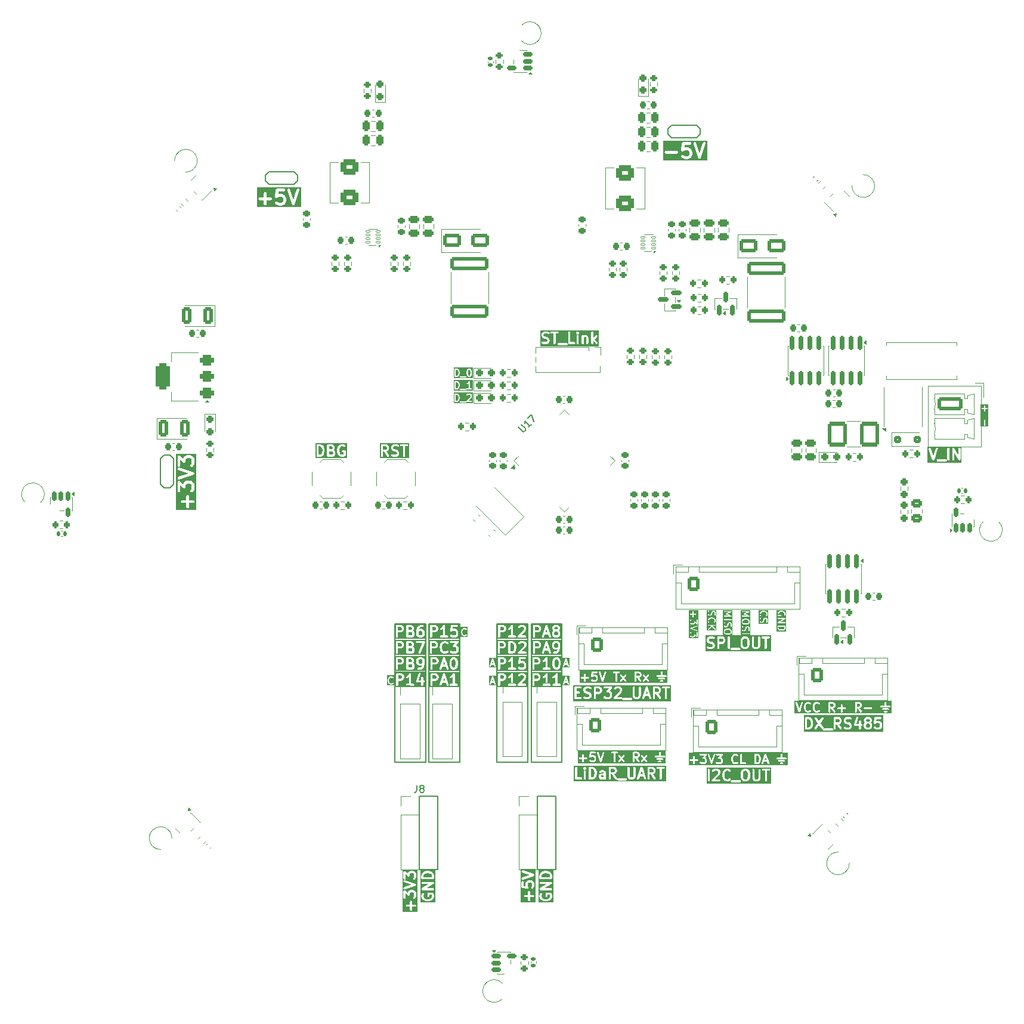
<source format=gbr>
%TF.GenerationSoftware,KiCad,Pcbnew,9.0.6*%
%TF.CreationDate,2026-01-10T22:08:29+01:00*%
%TF.ProjectId,uMule_board,754d756c-655f-4626-9f61-72642e6b6963,rev?*%
%TF.SameCoordinates,Original*%
%TF.FileFunction,Legend,Top*%
%TF.FilePolarity,Positive*%
%FSLAX46Y46*%
G04 Gerber Fmt 4.6, Leading zero omitted, Abs format (unit mm)*
G04 Created by KiCad (PCBNEW 9.0.6) date 2026-01-10 22:08:29*
%MOMM*%
%LPD*%
G01*
G04 APERTURE LIST*
G04 Aperture macros list*
%AMRoundRect*
0 Rectangle with rounded corners*
0 $1 Rounding radius*
0 $2 $3 $4 $5 $6 $7 $8 $9 X,Y pos of 4 corners*
0 Add a 4 corners polygon primitive as box body*
4,1,4,$2,$3,$4,$5,$6,$7,$8,$9,$2,$3,0*
0 Add four circle primitives for the rounded corners*
1,1,$1+$1,$2,$3*
1,1,$1+$1,$4,$5*
1,1,$1+$1,$6,$7*
1,1,$1+$1,$8,$9*
0 Add four rect primitives between the rounded corners*
20,1,$1+$1,$2,$3,$4,$5,0*
20,1,$1+$1,$4,$5,$6,$7,0*
20,1,$1+$1,$6,$7,$8,$9,0*
20,1,$1+$1,$8,$9,$2,$3,0*%
G04 Aperture macros list end*
%ADD10C,0.150000*%
%ADD11C,0.300000*%
%ADD12C,0.200000*%
%ADD13C,0.400000*%
%ADD14C,0.250000*%
%ADD15C,0.120000*%
%ADD16C,0.100000*%
%ADD17RoundRect,0.225000X-0.250000X0.225000X-0.250000X-0.225000X0.250000X-0.225000X0.250000X0.225000X0*%
%ADD18RoundRect,0.250000X-0.600000X-0.725000X0.600000X-0.725000X0.600000X0.725000X-0.600000X0.725000X0*%
%ADD19O,1.700000X1.950000*%
%ADD20RoundRect,0.250000X-0.750000X-0.750000X0.750000X-0.750000X0.750000X0.750000X-0.750000X0.750000X0*%
%ADD21C,2.000000*%
%ADD22RoundRect,0.225000X-0.225000X-0.250000X0.225000X-0.250000X0.225000X0.250000X-0.225000X0.250000X0*%
%ADD23RoundRect,0.200000X0.200000X0.275000X-0.200000X0.275000X-0.200000X-0.275000X0.200000X-0.275000X0*%
%ADD24RoundRect,0.250000X0.475000X-0.250000X0.475000X0.250000X-0.475000X0.250000X-0.475000X-0.250000X0*%
%ADD25RoundRect,0.140000X-0.140000X-0.170000X0.140000X-0.170000X0.140000X0.170000X-0.140000X0.170000X0*%
%ADD26RoundRect,0.225000X0.225000X0.250000X-0.225000X0.250000X-0.225000X-0.250000X0.225000X-0.250000X0*%
%ADD27RoundRect,0.225000X0.250000X-0.225000X0.250000X0.225000X-0.250000X0.225000X-0.250000X-0.225000X0*%
%ADD28R,1.000000X1.000000*%
%ADD29C,1.000000*%
%ADD30RoundRect,0.250000X-0.475000X0.250000X-0.475000X-0.250000X0.475000X-0.250000X0.475000X0.250000X0*%
%ADD31RoundRect,0.140000X0.021213X-0.219203X0.219203X-0.021213X-0.021213X0.219203X-0.219203X0.021213X0*%
%ADD32RoundRect,0.225000X-0.335876X-0.017678X-0.017678X-0.335876X0.335876X0.017678X0.017678X0.335876X0*%
%ADD33RoundRect,0.237500X0.237500X-0.250000X0.237500X0.250000X-0.237500X0.250000X-0.237500X-0.250000X0*%
%ADD34RoundRect,0.250000X0.420000X0.945000X-0.420000X0.945000X-0.420000X-0.945000X0.420000X-0.945000X0*%
%ADD35RoundRect,0.200000X-0.275000X0.200000X-0.275000X-0.200000X0.275000X-0.200000X0.275000X0.200000X0*%
%ADD36R,0.500000X0.650000*%
%ADD37R,4.600000X4.120000*%
%ADD38R,0.500000X0.550000*%
%ADD39RoundRect,0.250000X-0.300000X-0.300000X0.300000X-0.300000X0.300000X0.300000X-0.300000X0.300000X0*%
%ADD40RoundRect,0.150000X-0.512500X-0.150000X0.512500X-0.150000X0.512500X0.150000X-0.512500X0.150000X0*%
%ADD41RoundRect,0.200000X0.275000X-0.200000X0.275000X0.200000X-0.275000X0.200000X-0.275000X-0.200000X0*%
%ADD42RoundRect,0.270000X1.080000X1.480000X-1.080000X1.480000X-1.080000X-1.480000X1.080000X-1.480000X0*%
%ADD43RoundRect,0.250000X-0.250000X-0.475000X0.250000X-0.475000X0.250000X0.475000X-0.250000X0.475000X0*%
%ADD44RoundRect,0.250000X1.060660X0.000000X0.000000X1.060660X-1.060660X0.000000X0.000000X-1.060660X0*%
%ADD45RoundRect,0.237500X0.237500X-0.287500X0.237500X0.287500X-0.237500X0.287500X-0.237500X-0.287500X0*%
%ADD46R,1.700000X1.000000*%
%ADD47RoundRect,0.250000X0.750000X-0.750000X0.750000X0.750000X-0.750000X0.750000X-0.750000X-0.750000X0*%
%ADD48RoundRect,0.140000X-0.170000X0.140000X-0.170000X-0.140000X0.170000X-0.140000X0.170000X0.140000X0*%
%ADD49RoundRect,0.250000X2.475000X-0.712500X2.475000X0.712500X-2.475000X0.712500X-2.475000X-0.712500X0*%
%ADD50R,1.700000X1.700000*%
%ADD51C,1.700000*%
%ADD52RoundRect,0.200000X0.053033X-0.335876X0.335876X-0.053033X-0.053033X0.335876X-0.335876X0.053033X0*%
%ADD53RoundRect,0.237500X-0.287500X-0.237500X0.287500X-0.237500X0.287500X0.237500X-0.287500X0.237500X0*%
%ADD54RoundRect,0.237500X-0.237500X0.287500X-0.237500X-0.287500X0.237500X-0.287500X0.237500X0.287500X0*%
%ADD55RoundRect,0.200000X-0.200000X-0.275000X0.200000X-0.275000X0.200000X0.275000X-0.200000X0.275000X0*%
%ADD56RoundRect,0.075000X-0.441942X-0.548008X0.548008X0.441942X0.441942X0.548008X-0.548008X-0.441942X0*%
%ADD57RoundRect,0.075000X0.441942X-0.548008X0.548008X-0.441942X-0.441942X0.548008X-0.548008X0.441942X0*%
%ADD58RoundRect,0.250000X-1.550000X0.650000X-1.550000X-0.650000X1.550000X-0.650000X1.550000X0.650000X0*%
%ADD59O,3.600000X1.800000*%
%ADD60RoundRect,0.250000X-1.000000X-0.650000X1.000000X-0.650000X1.000000X0.650000X-1.000000X0.650000X0*%
%ADD61RoundRect,0.150000X0.256326X0.468458X-0.468458X-0.256326X-0.256326X-0.468458X0.468458X0.256326X0*%
%ADD62RoundRect,0.150000X-0.150000X0.825000X-0.150000X-0.825000X0.150000X-0.825000X0.150000X0.825000X0*%
%ADD63RoundRect,0.150000X0.150000X-0.587500X0.150000X0.587500X-0.150000X0.587500X-0.150000X-0.587500X0*%
%ADD64RoundRect,0.200000X-0.335876X-0.053033X-0.053033X-0.335876X0.335876X0.053033X0.053033X0.335876X0*%
%ADD65RoundRect,0.250000X-0.475000X0.337500X-0.475000X-0.337500X0.475000X-0.337500X0.475000X0.337500X0*%
%ADD66RoundRect,0.150000X-0.468458X0.256326X0.256326X-0.468458X0.468458X-0.256326X-0.256326X0.468458X0*%
%ADD67RoundRect,0.050000X0.285000X0.100000X-0.285000X0.100000X-0.285000X-0.100000X0.285000X-0.100000X0*%
%ADD68RoundRect,0.150000X0.150000X-0.512500X0.150000X0.512500X-0.150000X0.512500X-0.150000X-0.512500X0*%
%ADD69C,1.400000*%
%ADD70RoundRect,0.250000X0.000000X-1.060660X1.060660X0.000000X0.000000X1.060660X-1.060660X0.000000X0*%
%ADD71RoundRect,0.200000X-0.053033X0.335876X-0.335876X0.053033X0.053033X-0.335876X0.335876X-0.053033X0*%
%ADD72RoundRect,0.140000X-0.021213X0.219203X-0.219203X0.021213X0.021213X-0.219203X0.219203X-0.021213X0*%
%ADD73RoundRect,0.430000X0.870000X-0.645000X0.870000X0.645000X-0.870000X0.645000X-0.870000X-0.645000X0*%
%ADD74RoundRect,0.225000X0.335876X0.017678X0.017678X0.335876X-0.335876X-0.017678X-0.017678X-0.335876X0*%
%ADD75RoundRect,0.250000X0.000000X1.060660X-1.060660X0.000000X0.000000X-1.060660X1.060660X0.000000X0*%
%ADD76RoundRect,0.375000X0.625000X0.375000X-0.625000X0.375000X-0.625000X-0.375000X0.625000X-0.375000X0*%
%ADD77RoundRect,0.500000X0.500000X1.400000X-0.500000X1.400000X-0.500000X-1.400000X0.500000X-1.400000X0*%
%ADD78RoundRect,0.140000X-0.219203X-0.021213X-0.021213X-0.219203X0.219203X0.021213X0.021213X0.219203X0*%
%ADD79RoundRect,0.250000X-0.750000X0.750000X-0.750000X-0.750000X0.750000X-0.750000X0.750000X0.750000X0*%
%ADD80RoundRect,0.150000X0.512500X0.150000X-0.512500X0.150000X-0.512500X-0.150000X0.512500X-0.150000X0*%
%ADD81RoundRect,0.150000X0.468458X-0.256326X-0.256326X0.468458X-0.468458X0.256326X0.256326X-0.468458X0*%
%ADD82R,4.240000X3.810000*%
%ADD83RoundRect,0.250000X-1.060660X0.000000X0.000000X-1.060660X1.060660X0.000000X0.000000X1.060660X0*%
%ADD84RoundRect,0.140000X0.219203X0.021213X0.021213X0.219203X-0.219203X-0.021213X-0.021213X-0.219203X0*%
%ADD85RoundRect,0.150000X-0.256326X-0.468458X0.468458X0.256326X0.256326X0.468458X-0.468458X-0.256326X0*%
%ADD86RoundRect,0.150000X-0.150000X0.512500X-0.150000X-0.512500X0.150000X-0.512500X0.150000X0.512500X0*%
%ADD87RoundRect,0.150000X0.587500X0.150000X-0.587500X0.150000X-0.587500X-0.150000X0.587500X-0.150000X0*%
%ADD88RoundRect,0.250000X-0.420000X-0.945000X0.420000X-0.945000X0.420000X0.945000X-0.420000X0.945000X0*%
%ADD89RoundRect,0.200000X0.335876X0.053033X0.053033X0.335876X-0.335876X-0.053033X-0.053033X-0.335876X0*%
%ADD90RoundRect,0.140000X0.140000X0.170000X-0.140000X0.170000X-0.140000X-0.170000X0.140000X-0.170000X0*%
%ADD91RoundRect,0.250000X0.750000X0.750000X-0.750000X0.750000X-0.750000X-0.750000X0.750000X-0.750000X0*%
%ADD92RoundRect,0.250000X1.202082X0.141421X0.141421X1.202082X-1.202082X-0.141421X-0.141421X-1.202082X0*%
%ADD93RoundRect,0.150000X0.150000X-0.825000X0.150000X0.825000X-0.150000X0.825000X-0.150000X-0.825000X0*%
%ADD94RoundRect,0.140000X0.170000X-0.140000X0.170000X0.140000X-0.170000X0.140000X-0.170000X-0.140000X0*%
G04 APERTURE END LIST*
D10*
X114808000Y-155592000D02*
X117458000Y-155592000D01*
X117458000Y-165972000D01*
X114808000Y-165972000D01*
X114808000Y-155592000D01*
X125824917Y-131085820D02*
X130207083Y-131085820D01*
X130207083Y-150732000D01*
X125824917Y-150732000D01*
X125824917Y-131085820D01*
X131572000Y-155592000D02*
X134222000Y-155592000D01*
X134222000Y-165972000D01*
X131572000Y-165972000D01*
X131572000Y-155592000D01*
X111346917Y-131085820D02*
X115729083Y-131085820D01*
X115729083Y-150732000D01*
X111346917Y-150732000D01*
X111346917Y-131085820D01*
X116172917Y-131085820D02*
X120555083Y-131085820D01*
X120555083Y-150732000D01*
X116172917Y-150732000D01*
X116172917Y-131085820D01*
X130705435Y-131084790D02*
X135087601Y-131084790D01*
X135087601Y-150730970D01*
X130705435Y-150730970D01*
X130705435Y-131084790D01*
D11*
G36*
X128094740Y-133886391D02*
G01*
X128195347Y-133986998D01*
X128248526Y-134093357D01*
X128311482Y-134345178D01*
X128311482Y-134522537D01*
X128248526Y-134774358D01*
X128195347Y-134880718D01*
X128094741Y-134981324D01*
X127937139Y-135033858D01*
X127754339Y-135033858D01*
X127754339Y-133833858D01*
X127937142Y-133833858D01*
X128094740Y-133886391D01*
G37*
G36*
X126729772Y-133878565D02*
G01*
X126766776Y-133915569D01*
X126811482Y-134004981D01*
X126811482Y-134148448D01*
X126766775Y-134237861D01*
X126729770Y-134274866D01*
X126640358Y-134319572D01*
X126254339Y-134319572D01*
X126254339Y-133833858D01*
X126640358Y-133833858D01*
X126729772Y-133878565D01*
G37*
G36*
X130206721Y-135500525D02*
G01*
X125787672Y-135500525D01*
X125787672Y-133683858D01*
X125954339Y-133683858D01*
X125954339Y-135183858D01*
X125957221Y-135213122D01*
X125979619Y-135267194D01*
X126021003Y-135308578D01*
X126075075Y-135330976D01*
X126133603Y-135330976D01*
X126187675Y-135308578D01*
X126229059Y-135267194D01*
X126251457Y-135213122D01*
X126254339Y-135183858D01*
X126254339Y-134619572D01*
X126675768Y-134619572D01*
X126705032Y-134616690D01*
X126710010Y-134614627D01*
X126715386Y-134614246D01*
X126742850Y-134603736D01*
X126885707Y-134532308D01*
X126898300Y-134524380D01*
X126901960Y-134522865D01*
X126906079Y-134519483D01*
X126910593Y-134516643D01*
X126913189Y-134513649D01*
X126924691Y-134504210D01*
X126996120Y-134432781D01*
X127005561Y-134421276D01*
X127008553Y-134418682D01*
X127011391Y-134414172D01*
X127014775Y-134410050D01*
X127016291Y-134406388D01*
X127024218Y-134393797D01*
X127095646Y-134250939D01*
X127106156Y-134223476D01*
X127106537Y-134218100D01*
X127108600Y-134213122D01*
X127111482Y-134183858D01*
X127111482Y-133969572D01*
X127108600Y-133940308D01*
X127106537Y-133935329D01*
X127106156Y-133929954D01*
X127095646Y-133902491D01*
X127024218Y-133759633D01*
X127016289Y-133747038D01*
X127014774Y-133743379D01*
X127011392Y-133739258D01*
X127008553Y-133734748D01*
X127005561Y-133732153D01*
X126996119Y-133720648D01*
X126959328Y-133683858D01*
X127454339Y-133683858D01*
X127454339Y-135183858D01*
X127457221Y-135213121D01*
X127457221Y-135213122D01*
X127479619Y-135267194D01*
X127521003Y-135308578D01*
X127575075Y-135330976D01*
X127604339Y-135333858D01*
X127961482Y-135333858D01*
X127976287Y-135332399D01*
X127980242Y-135332681D01*
X127985443Y-135331498D01*
X127990746Y-135330976D01*
X127994403Y-135329460D01*
X128008916Y-135326161D01*
X128223202Y-135254733D01*
X128250053Y-135242745D01*
X128254124Y-135239213D01*
X128259104Y-135237151D01*
X128281834Y-135218496D01*
X128345735Y-135154595D01*
X128814364Y-135154595D01*
X128814364Y-135213121D01*
X128836761Y-135267193D01*
X128878147Y-135308579D01*
X128909821Y-135321698D01*
X128932218Y-135330976D01*
X128961482Y-135333858D01*
X129890054Y-135333858D01*
X129919318Y-135330976D01*
X129973390Y-135308578D01*
X130014774Y-135267194D01*
X130037172Y-135213122D01*
X130037172Y-135154594D01*
X130014774Y-135100522D01*
X129973390Y-135059138D01*
X129919318Y-135036740D01*
X129890054Y-135033858D01*
X129323614Y-135033858D01*
X129924691Y-134432781D01*
X129943346Y-134410051D01*
X129945409Y-134405069D01*
X129948939Y-134401000D01*
X129960927Y-134374150D01*
X130032356Y-134159865D01*
X130035655Y-134145355D01*
X130037172Y-134141694D01*
X130037694Y-134136385D01*
X130038876Y-134131191D01*
X130038595Y-134127241D01*
X130040054Y-134112430D01*
X130040054Y-133969572D01*
X130037172Y-133940308D01*
X130035108Y-133935327D01*
X130034727Y-133929953D01*
X130024218Y-133902489D01*
X129952789Y-133759633D01*
X129944862Y-133747041D01*
X129943346Y-133743379D01*
X129939962Y-133739256D01*
X129937124Y-133734747D01*
X129934131Y-133732151D01*
X129924691Y-133720649D01*
X129853263Y-133649221D01*
X129841761Y-133639781D01*
X129839165Y-133636788D01*
X129834651Y-133633947D01*
X129830532Y-133630566D01*
X129826872Y-133629050D01*
X129814279Y-133621123D01*
X129671421Y-133549694D01*
X129643958Y-133539184D01*
X129638580Y-133538801D01*
X129633603Y-133536740D01*
X129604339Y-133533858D01*
X129247197Y-133533858D01*
X129217933Y-133536740D01*
X129212955Y-133538801D01*
X129207578Y-133539184D01*
X129180115Y-133549694D01*
X129037257Y-133621123D01*
X129024665Y-133629049D01*
X129021003Y-133630566D01*
X129016880Y-133633949D01*
X129012371Y-133636788D01*
X129009775Y-133639780D01*
X128998273Y-133649221D01*
X128926845Y-133720649D01*
X128908190Y-133743380D01*
X128885793Y-133797452D01*
X128885793Y-133855978D01*
X128908190Y-133910050D01*
X128949576Y-133951436D01*
X129003648Y-133973833D01*
X129062174Y-133973833D01*
X129116246Y-133951436D01*
X129138977Y-133932781D01*
X129193193Y-133878565D01*
X129282607Y-133833858D01*
X129568929Y-133833858D01*
X129658343Y-133878565D01*
X129695347Y-133915569D01*
X129740054Y-134004982D01*
X129740054Y-134088089D01*
X129687520Y-134245687D01*
X128855416Y-135077792D01*
X128836761Y-135100523D01*
X128814364Y-135154595D01*
X128345735Y-135154595D01*
X128424691Y-135075638D01*
X128434129Y-135064136D01*
X128437124Y-135061540D01*
X128439964Y-135057026D01*
X128443346Y-135052907D01*
X128444861Y-135049247D01*
X128452789Y-135036654D01*
X128524218Y-134893798D01*
X128525037Y-134891655D01*
X128525682Y-134890786D01*
X128530066Y-134878514D01*
X128534727Y-134866334D01*
X128534803Y-134865253D01*
X128535575Y-134863095D01*
X128607003Y-134577381D01*
X128607752Y-134572309D01*
X128608600Y-134570265D01*
X128609685Y-134559242D01*
X128611305Y-134548292D01*
X128610979Y-134546104D01*
X128611482Y-134541001D01*
X128611482Y-134326715D01*
X128610979Y-134321611D01*
X128611305Y-134319424D01*
X128609685Y-134308473D01*
X128608600Y-134297451D01*
X128607752Y-134295406D01*
X128607003Y-134290335D01*
X128535575Y-134004621D01*
X128534803Y-134002462D01*
X128534727Y-134001382D01*
X128530066Y-133989201D01*
X128525682Y-133976930D01*
X128525037Y-133976060D01*
X128524218Y-133973918D01*
X128452789Y-133831062D01*
X128444862Y-133818470D01*
X128443346Y-133814808D01*
X128439962Y-133810685D01*
X128437124Y-133806176D01*
X128434131Y-133803580D01*
X128424691Y-133792078D01*
X128281834Y-133649221D01*
X128259103Y-133630566D01*
X128254123Y-133628503D01*
X128250053Y-133624973D01*
X128223202Y-133612984D01*
X128008916Y-133541556D01*
X127994408Y-133538257D01*
X127990746Y-133536740D01*
X127985437Y-133536217D01*
X127980243Y-133535036D01*
X127976293Y-133535316D01*
X127961482Y-133533858D01*
X127604339Y-133533858D01*
X127575075Y-133536740D01*
X127521003Y-133559138D01*
X127479619Y-133600522D01*
X127457221Y-133654594D01*
X127454339Y-133683858D01*
X126959328Y-133683858D01*
X126924690Y-133649220D01*
X126913190Y-133639782D01*
X126910593Y-133636788D01*
X126906076Y-133633945D01*
X126901959Y-133630566D01*
X126898302Y-133629051D01*
X126885707Y-133621123D01*
X126742850Y-133549694D01*
X126715387Y-133539185D01*
X126710012Y-133538803D01*
X126705032Y-133536740D01*
X126675768Y-133533858D01*
X126104339Y-133533858D01*
X126075075Y-133536740D01*
X126021003Y-133559138D01*
X125979619Y-133600522D01*
X125957221Y-133654594D01*
X125954339Y-133683858D01*
X125787672Y-133683858D01*
X125787672Y-133367191D01*
X130206721Y-133367191D01*
X130206721Y-135500525D01*
G37*
G36*
X113759598Y-134600677D02*
G01*
X113788775Y-134629854D01*
X113833482Y-134719267D01*
X113833482Y-134862734D01*
X113788775Y-134952147D01*
X113751770Y-134989152D01*
X113662358Y-135033858D01*
X113276339Y-135033858D01*
X113276339Y-134548144D01*
X113601996Y-134548144D01*
X113759598Y-134600677D01*
G37*
G36*
X113680343Y-133878565D02*
G01*
X113717347Y-133915569D01*
X113762054Y-134004982D01*
X113762054Y-134077019D01*
X113717347Y-134166432D01*
X113680343Y-134203437D01*
X113590929Y-134248144D01*
X113276339Y-134248144D01*
X113276339Y-133833858D01*
X113590929Y-133833858D01*
X113680343Y-133878565D01*
G37*
G36*
X112251772Y-133878565D02*
G01*
X112288776Y-133915569D01*
X112333482Y-134004981D01*
X112333482Y-134148448D01*
X112288775Y-134237861D01*
X112251770Y-134274866D01*
X112162358Y-134319572D01*
X111776339Y-134319572D01*
X111776339Y-133833858D01*
X112162358Y-133833858D01*
X112251772Y-133878565D01*
G37*
G36*
X115797612Y-135500525D02*
G01*
X111309672Y-135500525D01*
X111309672Y-133683858D01*
X111476339Y-133683858D01*
X111476339Y-135183858D01*
X111479221Y-135213122D01*
X111501619Y-135267194D01*
X111543003Y-135308578D01*
X111597075Y-135330976D01*
X111655603Y-135330976D01*
X111709675Y-135308578D01*
X111751059Y-135267194D01*
X111773457Y-135213122D01*
X111776339Y-135183858D01*
X111776339Y-134619572D01*
X112197768Y-134619572D01*
X112227032Y-134616690D01*
X112232010Y-134614627D01*
X112237386Y-134614246D01*
X112264850Y-134603736D01*
X112407707Y-134532308D01*
X112420300Y-134524380D01*
X112423960Y-134522865D01*
X112428079Y-134519483D01*
X112432593Y-134516643D01*
X112435189Y-134513649D01*
X112446691Y-134504210D01*
X112518120Y-134432781D01*
X112527561Y-134421276D01*
X112530553Y-134418682D01*
X112533391Y-134414172D01*
X112536775Y-134410050D01*
X112538291Y-134406388D01*
X112546218Y-134393797D01*
X112617646Y-134250939D01*
X112628156Y-134223476D01*
X112628537Y-134218100D01*
X112630600Y-134213122D01*
X112633482Y-134183858D01*
X112633482Y-133969572D01*
X112630600Y-133940308D01*
X112628537Y-133935329D01*
X112628156Y-133929954D01*
X112617646Y-133902491D01*
X112546218Y-133759633D01*
X112538289Y-133747038D01*
X112536774Y-133743379D01*
X112533392Y-133739258D01*
X112530553Y-133734748D01*
X112527561Y-133732153D01*
X112518119Y-133720648D01*
X112481328Y-133683858D01*
X112976339Y-133683858D01*
X112976339Y-135183858D01*
X112979221Y-135213122D01*
X113001619Y-135267194D01*
X113043003Y-135308578D01*
X113097075Y-135330976D01*
X113126339Y-135333858D01*
X113697768Y-135333858D01*
X113727032Y-135330976D01*
X113732010Y-135328913D01*
X113737386Y-135328532D01*
X113764850Y-135318022D01*
X113907707Y-135246594D01*
X113920300Y-135238666D01*
X113923960Y-135237151D01*
X113928079Y-135233769D01*
X113932593Y-135230929D01*
X113935189Y-135227935D01*
X113946691Y-135218496D01*
X114018120Y-135147067D01*
X114027561Y-135135562D01*
X114030553Y-135132968D01*
X114033391Y-135128458D01*
X114036775Y-135124336D01*
X114038291Y-135120674D01*
X114046218Y-135108083D01*
X114117646Y-134965225D01*
X114128156Y-134937762D01*
X114128537Y-134932386D01*
X114130600Y-134927408D01*
X114133482Y-134898144D01*
X114133482Y-134683858D01*
X114130600Y-134654594D01*
X114128537Y-134649615D01*
X114128156Y-134644240D01*
X114117646Y-134616777D01*
X114046218Y-134473919D01*
X114038291Y-134461327D01*
X114036775Y-134457666D01*
X114033391Y-134453543D01*
X114030553Y-134449034D01*
X114027561Y-134446439D01*
X114018120Y-134434935D01*
X113946691Y-134363506D01*
X113945508Y-134362535D01*
X113946691Y-134361353D01*
X113956131Y-134349850D01*
X113959124Y-134347255D01*
X113961962Y-134342745D01*
X113965346Y-134338623D01*
X113966862Y-134334960D01*
X113974789Y-134322369D01*
X114046218Y-134179513D01*
X114056727Y-134152049D01*
X114057108Y-134146674D01*
X114059172Y-134141694D01*
X114062054Y-134112430D01*
X114062054Y-133969572D01*
X114059172Y-133940308D01*
X114057108Y-133935327D01*
X114056727Y-133929953D01*
X114046218Y-133902489D01*
X113974789Y-133759633D01*
X113966862Y-133747041D01*
X113965346Y-133743379D01*
X113961962Y-133739256D01*
X113959124Y-133734747D01*
X113956131Y-133732151D01*
X113946691Y-133720649D01*
X113880636Y-133654594D01*
X114336364Y-133654594D01*
X114336364Y-133713122D01*
X114358762Y-133767194D01*
X114400146Y-133808578D01*
X114454218Y-133830976D01*
X114483482Y-133833858D01*
X115256001Y-133833858D01*
X114702753Y-135124770D01*
X114693875Y-135152803D01*
X114693162Y-135211326D01*
X114714898Y-135265666D01*
X114755775Y-135307553D01*
X114809570Y-135330608D01*
X114868093Y-135331321D01*
X114922433Y-135309585D01*
X114964320Y-135268708D01*
X114978497Y-135242946D01*
X115621354Y-133742946D01*
X115630232Y-133714913D01*
X115630243Y-133713983D01*
X115630600Y-133713122D01*
X115630600Y-133684707D01*
X115630945Y-133656390D01*
X115630600Y-133655527D01*
X115630600Y-133654594D01*
X115619727Y-133628345D01*
X115609209Y-133602050D01*
X115608559Y-133601384D01*
X115608202Y-133600522D01*
X115588122Y-133580442D01*
X115568332Y-133560163D01*
X115567476Y-133559796D01*
X115566818Y-133559138D01*
X115540598Y-133548277D01*
X115514537Y-133537108D01*
X115513607Y-133537096D01*
X115512746Y-133536740D01*
X115483482Y-133533858D01*
X114483482Y-133533858D01*
X114454218Y-133536740D01*
X114400146Y-133559138D01*
X114358762Y-133600522D01*
X114336364Y-133654594D01*
X113880636Y-133654594D01*
X113875263Y-133649221D01*
X113863761Y-133639781D01*
X113861165Y-133636788D01*
X113856651Y-133633947D01*
X113852532Y-133630566D01*
X113848872Y-133629050D01*
X113836279Y-133621123D01*
X113693421Y-133549694D01*
X113665958Y-133539184D01*
X113660580Y-133538801D01*
X113655603Y-133536740D01*
X113626339Y-133533858D01*
X113126339Y-133533858D01*
X113097075Y-133536740D01*
X113043003Y-133559138D01*
X113001619Y-133600522D01*
X112979221Y-133654594D01*
X112976339Y-133683858D01*
X112481328Y-133683858D01*
X112446690Y-133649220D01*
X112435190Y-133639782D01*
X112432593Y-133636788D01*
X112428076Y-133633945D01*
X112423959Y-133630566D01*
X112420302Y-133629051D01*
X112407707Y-133621123D01*
X112264850Y-133549694D01*
X112237387Y-133539185D01*
X112232012Y-133538803D01*
X112227032Y-133536740D01*
X112197768Y-133533858D01*
X111626339Y-133533858D01*
X111597075Y-133536740D01*
X111543003Y-133559138D01*
X111501619Y-133600522D01*
X111479221Y-133654594D01*
X111476339Y-133683858D01*
X111309672Y-133683858D01*
X111309672Y-133367191D01*
X115797612Y-133367191D01*
X115797612Y-135500525D01*
G37*
D10*
G36*
X154478291Y-133126318D02*
G01*
X153106069Y-133126318D01*
X153106069Y-132464017D01*
X153217180Y-132464017D01*
X153217180Y-132749731D01*
X153218621Y-132764363D01*
X153219651Y-132766851D01*
X153219843Y-132769541D01*
X153225098Y-132783273D01*
X153272718Y-132878511D01*
X153276683Y-132884809D01*
X153277440Y-132886637D01*
X153279128Y-132888694D01*
X153280551Y-132890954D01*
X153282049Y-132892253D01*
X153286767Y-132898002D01*
X153334386Y-132945621D01*
X153340135Y-132950339D01*
X153341435Y-132951838D01*
X153343694Y-132953259D01*
X153345751Y-132954948D01*
X153347578Y-132955705D01*
X153353878Y-132959670D01*
X153449116Y-133007289D01*
X153462847Y-133012544D01*
X153465536Y-133012735D01*
X153468025Y-133013766D01*
X153482657Y-133015207D01*
X153720752Y-133015207D01*
X153735384Y-133013766D01*
X153737873Y-133012734D01*
X153740561Y-133012544D01*
X153754293Y-133007289D01*
X153849531Y-132959670D01*
X153855830Y-132955705D01*
X153857658Y-132954948D01*
X153859714Y-132953259D01*
X153861974Y-132951838D01*
X153863273Y-132950339D01*
X153869023Y-132945621D01*
X153916642Y-132898002D01*
X153921360Y-132892252D01*
X153922859Y-132890953D01*
X153924280Y-132888693D01*
X153925969Y-132886637D01*
X153926726Y-132884809D01*
X153930691Y-132878510D01*
X153978310Y-132783272D01*
X153983483Y-132769754D01*
X154242792Y-132996650D01*
X154249116Y-133001171D01*
X154250512Y-133002567D01*
X154251835Y-133003115D01*
X154254753Y-133005201D01*
X154266290Y-133009102D01*
X154277548Y-133013766D01*
X154280079Y-133013766D01*
X154282474Y-133014576D01*
X154294627Y-133013766D01*
X154306812Y-133013766D01*
X154309148Y-133012798D01*
X154311672Y-133012630D01*
X154322597Y-133007227D01*
X154333848Y-133002567D01*
X154335634Y-133000780D01*
X154337904Y-132999658D01*
X154345929Y-132990485D01*
X154354540Y-132981875D01*
X154355508Y-132979538D01*
X154357174Y-132977634D01*
X154361075Y-132966096D01*
X154365739Y-132954839D01*
X154366090Y-132951268D01*
X154366549Y-132949913D01*
X154366417Y-132947945D01*
X154367180Y-132940207D01*
X154367180Y-132321160D01*
X154365739Y-132306528D01*
X154354540Y-132279492D01*
X154333848Y-132258800D01*
X154306812Y-132247601D01*
X154277548Y-132247601D01*
X154250512Y-132258800D01*
X154229820Y-132279492D01*
X154218621Y-132306528D01*
X154217180Y-132321160D01*
X154217180Y-132774924D01*
X153960616Y-132550431D01*
X153954291Y-132545909D01*
X153952896Y-132544514D01*
X153951572Y-132543965D01*
X153948655Y-132541880D01*
X153937117Y-132537978D01*
X153925860Y-132533315D01*
X153923329Y-132533315D01*
X153920934Y-132532505D01*
X153908781Y-132533315D01*
X153896596Y-132533315D01*
X153894259Y-132534282D01*
X153891736Y-132534451D01*
X153880810Y-132539853D01*
X153869560Y-132544514D01*
X153867773Y-132546300D01*
X153865504Y-132547423D01*
X153857478Y-132556595D01*
X153848868Y-132565206D01*
X153847899Y-132567542D01*
X153846234Y-132569447D01*
X153842332Y-132580984D01*
X153837669Y-132592242D01*
X153837317Y-132595812D01*
X153836859Y-132597168D01*
X153836990Y-132599135D01*
X153836228Y-132606874D01*
X153836228Y-132732026D01*
X153801970Y-132800542D01*
X153771563Y-132830949D01*
X153703047Y-132865207D01*
X153500362Y-132865207D01*
X153431846Y-132830949D01*
X153401438Y-132800541D01*
X153367180Y-132732024D01*
X153367180Y-132481723D01*
X153401438Y-132413206D01*
X153440452Y-132374193D01*
X153449779Y-132362828D01*
X153460978Y-132335792D01*
X153460978Y-132306529D01*
X153449779Y-132279493D01*
X153429086Y-132258800D01*
X153402050Y-132247601D01*
X153372787Y-132247601D01*
X153345751Y-132258800D01*
X153334386Y-132268127D01*
X153286767Y-132315746D01*
X153282049Y-132321494D01*
X153280551Y-132322794D01*
X153279128Y-132325053D01*
X153277440Y-132327111D01*
X153276683Y-132328938D01*
X153272718Y-132335237D01*
X153225098Y-132430475D01*
X153219843Y-132444207D01*
X153219651Y-132446896D01*
X153218621Y-132449385D01*
X153217180Y-132464017D01*
X153106069Y-132464017D01*
X153106069Y-131740351D01*
X153217769Y-131740351D01*
X153218435Y-131749731D01*
X153217769Y-131759111D01*
X153219464Y-131764196D01*
X153219844Y-131769541D01*
X153224048Y-131777950D01*
X153227023Y-131786874D01*
X153230534Y-131790922D01*
X153232930Y-131795714D01*
X153240034Y-131801876D01*
X153246197Y-131808981D01*
X153250988Y-131811376D01*
X153255037Y-131814888D01*
X153268463Y-131820882D01*
X154268463Y-132154215D01*
X154282799Y-132157475D01*
X154311989Y-132155400D01*
X154338163Y-132142314D01*
X154357337Y-132120206D01*
X154366591Y-132092444D01*
X154364516Y-132063254D01*
X154351429Y-132037081D01*
X154329322Y-132017907D01*
X154315897Y-132011913D01*
X153529350Y-131749731D01*
X154315897Y-131487549D01*
X154329322Y-131481555D01*
X154351429Y-131462381D01*
X154364516Y-131436208D01*
X154366591Y-131407018D01*
X154357337Y-131379256D01*
X154338163Y-131357148D01*
X154311989Y-131344062D01*
X154282799Y-131341987D01*
X154268463Y-131345247D01*
X153268463Y-131678580D01*
X153255037Y-131684574D01*
X153250988Y-131688085D01*
X153246197Y-131690481D01*
X153240034Y-131697585D01*
X153232930Y-131703748D01*
X153230534Y-131708539D01*
X153227023Y-131712588D01*
X153224048Y-131721511D01*
X153219844Y-131729921D01*
X153219464Y-131735265D01*
X153217769Y-131740351D01*
X153106069Y-131740351D01*
X153106069Y-130654493D01*
X153217180Y-130654493D01*
X153217180Y-130940207D01*
X153218621Y-130954839D01*
X153219651Y-130957327D01*
X153219843Y-130960017D01*
X153225098Y-130973749D01*
X153272718Y-131068987D01*
X153276683Y-131075285D01*
X153277440Y-131077113D01*
X153279128Y-131079170D01*
X153280551Y-131081430D01*
X153282049Y-131082729D01*
X153286767Y-131088478D01*
X153334386Y-131136097D01*
X153340135Y-131140815D01*
X153341435Y-131142314D01*
X153343694Y-131143735D01*
X153345751Y-131145424D01*
X153347578Y-131146181D01*
X153353878Y-131150146D01*
X153449116Y-131197765D01*
X153462847Y-131203020D01*
X153465536Y-131203211D01*
X153468025Y-131204242D01*
X153482657Y-131205683D01*
X153720752Y-131205683D01*
X153735384Y-131204242D01*
X153737873Y-131203210D01*
X153740561Y-131203020D01*
X153754293Y-131197765D01*
X153849531Y-131150146D01*
X153855830Y-131146181D01*
X153857658Y-131145424D01*
X153859714Y-131143735D01*
X153861974Y-131142314D01*
X153863273Y-131140815D01*
X153869023Y-131136097D01*
X153916642Y-131088478D01*
X153921360Y-131082728D01*
X153922859Y-131081429D01*
X153924280Y-131079169D01*
X153925969Y-131077113D01*
X153926726Y-131075285D01*
X153930691Y-131068986D01*
X153978310Y-130973748D01*
X153983483Y-130960230D01*
X154242792Y-131187126D01*
X154249116Y-131191647D01*
X154250512Y-131193043D01*
X154251835Y-131193591D01*
X154254753Y-131195677D01*
X154266290Y-131199578D01*
X154277548Y-131204242D01*
X154280079Y-131204242D01*
X154282474Y-131205052D01*
X154294627Y-131204242D01*
X154306812Y-131204242D01*
X154309148Y-131203274D01*
X154311672Y-131203106D01*
X154322597Y-131197703D01*
X154333848Y-131193043D01*
X154335634Y-131191256D01*
X154337904Y-131190134D01*
X154345929Y-131180961D01*
X154354540Y-131172351D01*
X154355508Y-131170014D01*
X154357174Y-131168110D01*
X154361075Y-131156572D01*
X154365739Y-131145315D01*
X154366090Y-131141744D01*
X154366549Y-131140389D01*
X154366417Y-131138421D01*
X154367180Y-131130683D01*
X154367180Y-130511636D01*
X154365739Y-130497004D01*
X154354540Y-130469968D01*
X154333848Y-130449276D01*
X154306812Y-130438077D01*
X154277548Y-130438077D01*
X154250512Y-130449276D01*
X154229820Y-130469968D01*
X154218621Y-130497004D01*
X154217180Y-130511636D01*
X154217180Y-130965400D01*
X153960616Y-130740907D01*
X153954291Y-130736385D01*
X153952896Y-130734990D01*
X153951572Y-130734441D01*
X153948655Y-130732356D01*
X153937117Y-130728454D01*
X153925860Y-130723791D01*
X153923329Y-130723791D01*
X153920934Y-130722981D01*
X153908781Y-130723791D01*
X153896596Y-130723791D01*
X153894259Y-130724758D01*
X153891736Y-130724927D01*
X153880810Y-130730329D01*
X153869560Y-130734990D01*
X153867773Y-130736776D01*
X153865504Y-130737899D01*
X153857478Y-130747071D01*
X153848868Y-130755682D01*
X153847899Y-130758018D01*
X153846234Y-130759923D01*
X153842332Y-130771460D01*
X153837669Y-130782718D01*
X153837317Y-130786288D01*
X153836859Y-130787644D01*
X153836990Y-130789611D01*
X153836228Y-130797350D01*
X153836228Y-130922502D01*
X153801970Y-130991018D01*
X153771563Y-131021425D01*
X153703047Y-131055683D01*
X153500362Y-131055683D01*
X153431846Y-131021425D01*
X153401438Y-130991017D01*
X153367180Y-130922500D01*
X153367180Y-130672199D01*
X153401438Y-130603682D01*
X153440452Y-130564669D01*
X153449779Y-130553304D01*
X153460978Y-130526268D01*
X153460978Y-130497005D01*
X153449779Y-130469969D01*
X153429086Y-130449276D01*
X153402050Y-130438077D01*
X153372787Y-130438077D01*
X153345751Y-130449276D01*
X153334386Y-130458603D01*
X153286767Y-130506222D01*
X153282049Y-130511970D01*
X153280551Y-130513270D01*
X153279128Y-130515529D01*
X153277440Y-130517587D01*
X153276683Y-130519414D01*
X153272718Y-130525713D01*
X153225098Y-130620951D01*
X153219843Y-130634683D01*
X153219651Y-130637372D01*
X153218621Y-130639861D01*
X153217180Y-130654493D01*
X153106069Y-130654493D01*
X153106069Y-129735099D01*
X153218621Y-129735099D01*
X153218621Y-129764363D01*
X153229820Y-129791399D01*
X153250512Y-129812091D01*
X153277548Y-129823290D01*
X153292180Y-129824731D01*
X153598133Y-129824731D01*
X153598133Y-130130684D01*
X153599574Y-130145316D01*
X153610773Y-130172352D01*
X153631465Y-130193044D01*
X153658501Y-130204243D01*
X153687765Y-130204243D01*
X153714801Y-130193044D01*
X153735493Y-130172352D01*
X153746692Y-130145316D01*
X153748133Y-130130684D01*
X153748133Y-129824731D01*
X154054085Y-129824731D01*
X154068717Y-129823290D01*
X154095753Y-129812091D01*
X154116445Y-129791399D01*
X154127644Y-129764363D01*
X154127644Y-129735099D01*
X154116445Y-129708063D01*
X154095753Y-129687371D01*
X154068717Y-129676172D01*
X154054085Y-129674731D01*
X153748133Y-129674731D01*
X153748133Y-129368779D01*
X153746692Y-129354147D01*
X153735493Y-129327111D01*
X153714801Y-129306419D01*
X153687765Y-129295220D01*
X153658501Y-129295220D01*
X153631465Y-129306419D01*
X153610773Y-129327111D01*
X153599574Y-129354147D01*
X153598133Y-129368779D01*
X153598133Y-129674731D01*
X153292180Y-129674731D01*
X153277548Y-129676172D01*
X153250512Y-129687371D01*
X153229820Y-129708063D01*
X153218621Y-129735099D01*
X153106069Y-129735099D01*
X153106069Y-129184109D01*
X154478291Y-129184109D01*
X154478291Y-133126318D01*
G37*
G36*
X164384291Y-131078699D02*
G01*
X163012069Y-131078699D01*
X163012069Y-130464017D01*
X163123180Y-130464017D01*
X163123180Y-130702112D01*
X163124621Y-130716744D01*
X163125651Y-130719232D01*
X163125843Y-130721922D01*
X163131098Y-130735654D01*
X163178718Y-130830892D01*
X163182683Y-130837190D01*
X163183440Y-130839018D01*
X163185128Y-130841075D01*
X163186551Y-130843335D01*
X163188049Y-130844634D01*
X163192767Y-130850383D01*
X163240386Y-130898002D01*
X163246135Y-130902720D01*
X163247435Y-130904219D01*
X163249694Y-130905640D01*
X163251751Y-130907329D01*
X163253578Y-130908086D01*
X163259878Y-130912051D01*
X163355116Y-130959670D01*
X163368847Y-130964925D01*
X163371536Y-130965116D01*
X163374025Y-130966147D01*
X163388657Y-130967588D01*
X163483895Y-130967588D01*
X163498527Y-130966147D01*
X163501016Y-130965115D01*
X163503704Y-130964925D01*
X163517436Y-130959670D01*
X163612674Y-130912051D01*
X163618973Y-130908086D01*
X163620801Y-130907329D01*
X163622857Y-130905640D01*
X163625117Y-130904219D01*
X163626416Y-130902720D01*
X163632166Y-130898002D01*
X163679785Y-130850383D01*
X163684503Y-130844633D01*
X163686002Y-130843334D01*
X163687423Y-130841074D01*
X163689112Y-130839018D01*
X163689869Y-130837190D01*
X163693834Y-130830891D01*
X163741453Y-130735653D01*
X163741862Y-130734583D01*
X163742185Y-130734148D01*
X163744377Y-130728011D01*
X163746708Y-130721922D01*
X163746746Y-130721381D01*
X163747132Y-130720302D01*
X163792754Y-130537812D01*
X163831248Y-130460825D01*
X163861655Y-130430418D01*
X163930171Y-130396160D01*
X163989999Y-130396160D01*
X164058515Y-130430418D01*
X164088922Y-130460825D01*
X164123180Y-130529341D01*
X164123180Y-130737561D01*
X164079410Y-130868871D01*
X164076150Y-130883208D01*
X164078225Y-130912398D01*
X164091311Y-130938571D01*
X164113418Y-130957745D01*
X164141181Y-130966999D01*
X164170371Y-130964924D01*
X164196544Y-130951838D01*
X164215718Y-130929731D01*
X164221712Y-130916305D01*
X164269331Y-130773449D01*
X164270980Y-130766193D01*
X164271739Y-130764363D01*
X164272000Y-130761709D01*
X164272591Y-130759112D01*
X164272450Y-130757137D01*
X164273180Y-130749731D01*
X164273180Y-130511636D01*
X164271739Y-130497004D01*
X164270708Y-130494515D01*
X164270517Y-130491826D01*
X164265262Y-130478095D01*
X164217643Y-130382857D01*
X164213678Y-130376557D01*
X164212921Y-130374730D01*
X164211232Y-130372673D01*
X164209811Y-130370414D01*
X164208312Y-130369114D01*
X164203594Y-130363365D01*
X164155975Y-130315746D01*
X164150225Y-130311027D01*
X164148926Y-130309529D01*
X164146666Y-130308107D01*
X164144610Y-130306419D01*
X164142782Y-130305661D01*
X164136483Y-130301697D01*
X164041245Y-130254078D01*
X164027513Y-130248823D01*
X164024825Y-130248632D01*
X164022336Y-130247601D01*
X164007704Y-130246160D01*
X163912466Y-130246160D01*
X163897834Y-130247601D01*
X163895345Y-130248631D01*
X163892656Y-130248823D01*
X163878925Y-130254078D01*
X163783687Y-130301697D01*
X163777387Y-130305661D01*
X163775560Y-130306419D01*
X163773503Y-130308107D01*
X163771244Y-130309529D01*
X163769944Y-130311027D01*
X163764195Y-130315746D01*
X163716576Y-130363365D01*
X163711857Y-130369114D01*
X163710359Y-130370414D01*
X163708937Y-130372673D01*
X163707249Y-130374730D01*
X163706491Y-130376557D01*
X163702527Y-130382857D01*
X163654908Y-130478095D01*
X163654498Y-130479164D01*
X163654176Y-130479600D01*
X163651980Y-130485745D01*
X163649653Y-130491827D01*
X163649614Y-130492366D01*
X163649229Y-130493446D01*
X163603606Y-130675936D01*
X163565113Y-130752923D01*
X163534706Y-130783330D01*
X163466190Y-130817588D01*
X163406362Y-130817588D01*
X163337846Y-130783330D01*
X163307438Y-130752922D01*
X163273180Y-130684405D01*
X163273180Y-130476188D01*
X163316951Y-130344877D01*
X163320211Y-130330541D01*
X163318137Y-130301351D01*
X163305050Y-130275177D01*
X163282943Y-130256003D01*
X163255181Y-130246749D01*
X163225991Y-130248823D01*
X163199817Y-130261910D01*
X163180643Y-130284017D01*
X163174649Y-130297442D01*
X163127029Y-130440299D01*
X163125379Y-130447554D01*
X163124621Y-130449385D01*
X163124359Y-130452038D01*
X163123769Y-130454636D01*
X163123909Y-130456611D01*
X163123180Y-130464017D01*
X163012069Y-130464017D01*
X163012069Y-129654493D01*
X163123180Y-129654493D01*
X163123180Y-129749731D01*
X163123909Y-129757136D01*
X163123769Y-129759112D01*
X163124359Y-129761709D01*
X163124621Y-129764363D01*
X163125379Y-129766193D01*
X163127029Y-129773449D01*
X163174649Y-129916306D01*
X163180643Y-129929731D01*
X163182409Y-129931767D01*
X163183440Y-129934256D01*
X163192767Y-129945621D01*
X163240386Y-129993240D01*
X163251751Y-130002567D01*
X163278787Y-130013766D01*
X163308050Y-130013766D01*
X163335086Y-130002567D01*
X163355779Y-129981874D01*
X163366978Y-129954838D01*
X163366978Y-129925575D01*
X163355779Y-129898539D01*
X163346452Y-129887174D01*
X163311351Y-129852073D01*
X163273180Y-129737559D01*
X163273180Y-129666664D01*
X163311351Y-129552150D01*
X163385465Y-129478037D01*
X163462452Y-129439543D01*
X163635986Y-129396160D01*
X163760375Y-129396160D01*
X163933909Y-129439543D01*
X164010896Y-129478037D01*
X164085009Y-129552150D01*
X164123180Y-129666663D01*
X164123180Y-129737561D01*
X164085009Y-129852074D01*
X164049909Y-129887174D01*
X164040582Y-129898539D01*
X164029383Y-129925576D01*
X164029383Y-129954838D01*
X164040582Y-129981875D01*
X164061274Y-130002567D01*
X164088311Y-130013766D01*
X164117573Y-130013766D01*
X164144610Y-130002567D01*
X164155975Y-129993240D01*
X164203594Y-129945621D01*
X164212921Y-129934256D01*
X164213951Y-129931767D01*
X164215718Y-129929731D01*
X164221712Y-129916305D01*
X164269331Y-129773449D01*
X164270980Y-129766193D01*
X164271739Y-129764363D01*
X164272000Y-129761709D01*
X164272591Y-129759112D01*
X164272450Y-129757137D01*
X164273180Y-129749731D01*
X164273180Y-129654493D01*
X164272450Y-129647086D01*
X164272591Y-129645112D01*
X164272000Y-129642514D01*
X164271739Y-129639861D01*
X164270980Y-129638030D01*
X164269331Y-129630775D01*
X164221712Y-129487919D01*
X164215718Y-129474493D01*
X164213953Y-129472458D01*
X164212922Y-129469968D01*
X164203594Y-129458603D01*
X164108356Y-129363365D01*
X164102606Y-129358646D01*
X164101307Y-129357148D01*
X164099047Y-129355726D01*
X164096991Y-129354038D01*
X164095163Y-129353280D01*
X164088864Y-129349316D01*
X163993626Y-129301697D01*
X163992556Y-129301287D01*
X163992121Y-129300965D01*
X163985975Y-129298769D01*
X163979894Y-129296442D01*
X163979354Y-129296403D01*
X163978275Y-129296018D01*
X163787799Y-129248399D01*
X163785262Y-129248023D01*
X163784241Y-129247601D01*
X163778728Y-129247058D01*
X163773255Y-129246249D01*
X163772162Y-129246411D01*
X163769609Y-129246160D01*
X163626752Y-129246160D01*
X163624198Y-129246411D01*
X163623106Y-129246249D01*
X163617632Y-129247058D01*
X163612120Y-129247601D01*
X163611098Y-129248023D01*
X163608562Y-129248399D01*
X163418086Y-129296018D01*
X163417006Y-129296403D01*
X163416466Y-129296442D01*
X163410376Y-129298772D01*
X163404240Y-129300965D01*
X163403804Y-129301287D01*
X163402735Y-129301697D01*
X163307497Y-129349316D01*
X163301202Y-129353278D01*
X163299370Y-129354037D01*
X163297308Y-129355728D01*
X163295054Y-129357148D01*
X163293755Y-129358644D01*
X163288005Y-129363365D01*
X163192767Y-129458603D01*
X163183440Y-129469968D01*
X163182409Y-129472456D01*
X163180643Y-129474493D01*
X163174649Y-129487918D01*
X163127029Y-129630775D01*
X163125379Y-129638030D01*
X163124621Y-129639861D01*
X163124359Y-129642514D01*
X163123769Y-129645112D01*
X163123909Y-129647087D01*
X163123180Y-129654493D01*
X163012069Y-129654493D01*
X163012069Y-129135049D01*
X164384291Y-129135049D01*
X164384291Y-131078699D01*
G37*
D11*
G36*
X126765486Y-136164565D02*
G01*
X126802490Y-136201569D01*
X126847196Y-136290981D01*
X126847196Y-136434448D01*
X126802489Y-136523861D01*
X126765484Y-136560866D01*
X126676072Y-136605572D01*
X126290053Y-136605572D01*
X126290053Y-136119858D01*
X126676072Y-136119858D01*
X126765486Y-136164565D01*
G37*
G36*
X130171006Y-137786525D02*
G01*
X125823386Y-137786525D01*
X125823386Y-135969858D01*
X125990053Y-135969858D01*
X125990053Y-137469858D01*
X125992935Y-137499122D01*
X126015333Y-137553194D01*
X126056717Y-137594578D01*
X126110789Y-137616976D01*
X126169317Y-137616976D01*
X126223389Y-137594578D01*
X126264773Y-137553194D01*
X126287171Y-137499122D01*
X126290053Y-137469858D01*
X126290053Y-136905572D01*
X126711482Y-136905572D01*
X126740746Y-136902690D01*
X126745724Y-136900627D01*
X126751100Y-136900246D01*
X126778564Y-136889736D01*
X126921421Y-136818308D01*
X126934014Y-136810380D01*
X126937674Y-136808865D01*
X126941793Y-136805483D01*
X126946307Y-136802643D01*
X126948903Y-136799649D01*
X126960405Y-136790210D01*
X127031834Y-136718781D01*
X127041275Y-136707276D01*
X127044267Y-136704682D01*
X127047105Y-136700172D01*
X127050489Y-136696050D01*
X127052005Y-136692388D01*
X127059932Y-136679797D01*
X127131360Y-136536939D01*
X127141870Y-136509476D01*
X127142251Y-136504100D01*
X127144314Y-136499122D01*
X127147196Y-136469858D01*
X127147196Y-136379669D01*
X127419803Y-136379669D01*
X127423952Y-136438049D01*
X127450126Y-136490398D01*
X127494341Y-136528745D01*
X127549864Y-136547252D01*
X127608244Y-136543103D01*
X127635707Y-136532594D01*
X127778564Y-136461165D01*
X127791157Y-136453237D01*
X127794817Y-136451722D01*
X127798936Y-136448340D01*
X127803450Y-136445500D01*
X127806046Y-136442506D01*
X127817548Y-136433067D01*
X127847196Y-136403419D01*
X127847196Y-137319858D01*
X127568625Y-137319858D01*
X127539361Y-137322740D01*
X127485289Y-137345138D01*
X127443905Y-137386522D01*
X127421507Y-137440594D01*
X127421507Y-137499122D01*
X127443905Y-137553194D01*
X127485289Y-137594578D01*
X127539361Y-137616976D01*
X127568625Y-137619858D01*
X128425768Y-137619858D01*
X128455032Y-137616976D01*
X128509104Y-137594578D01*
X128550488Y-137553194D01*
X128572886Y-137499122D01*
X128572886Y-137440594D01*
X128550488Y-137386522D01*
X128509104Y-137345138D01*
X128455032Y-137322740D01*
X128425768Y-137319858D01*
X128147196Y-137319858D01*
X128147196Y-136698624D01*
X128847896Y-136698624D01*
X128850078Y-136705855D01*
X128850078Y-136713408D01*
X128858469Y-136733667D01*
X128864803Y-136754656D01*
X128869584Y-136760500D01*
X128872476Y-136767480D01*
X128887980Y-136782983D01*
X128901864Y-136799953D01*
X128908520Y-136803524D01*
X128913862Y-136808865D01*
X128934116Y-136817254D01*
X128953439Y-136827620D01*
X128960956Y-136828371D01*
X128967934Y-136831262D01*
X128989857Y-136831262D01*
X129011676Y-136833444D01*
X129018907Y-136831262D01*
X129026460Y-136831262D01*
X129046719Y-136822870D01*
X129067708Y-136816537D01*
X129073552Y-136811755D01*
X129080532Y-136808864D01*
X129103263Y-136790209D01*
X129157479Y-136735992D01*
X129246891Y-136691287D01*
X129533215Y-136691287D01*
X129622628Y-136735993D01*
X129659631Y-136772997D01*
X129704339Y-136862411D01*
X129704339Y-137148733D01*
X129659631Y-137238147D01*
X129622628Y-137275151D01*
X129533215Y-137319858D01*
X129246891Y-137319858D01*
X129157479Y-137275152D01*
X129103263Y-137220936D01*
X129080532Y-137202281D01*
X129026460Y-137179883D01*
X128967934Y-137179883D01*
X128913862Y-137202280D01*
X128872476Y-137243665D01*
X128850078Y-137297737D01*
X128850078Y-137356263D01*
X128872475Y-137410335D01*
X128891129Y-137433066D01*
X128962557Y-137504495D01*
X128974059Y-137513934D01*
X128976657Y-137516930D01*
X128981171Y-137519771D01*
X128985288Y-137523150D01*
X128988946Y-137524665D01*
X129001543Y-137532594D01*
X129144401Y-137604023D01*
X129171864Y-137614532D01*
X129177239Y-137614913D01*
X129182218Y-137616976D01*
X129211482Y-137619858D01*
X129568624Y-137619858D01*
X129597888Y-137616976D01*
X129602866Y-137614913D01*
X129608242Y-137614532D01*
X129635705Y-137604022D01*
X129778564Y-137532594D01*
X129791158Y-137524665D01*
X129794818Y-137523150D01*
X129798938Y-137519768D01*
X129803449Y-137516929D01*
X129806043Y-137513937D01*
X129817549Y-137504495D01*
X129888977Y-137433066D01*
X129898415Y-137421565D01*
X129901409Y-137418969D01*
X129904249Y-137414456D01*
X129907631Y-137410336D01*
X129909146Y-137406676D01*
X129917074Y-137394083D01*
X129988503Y-137251227D01*
X129999012Y-137223763D01*
X129999393Y-137218388D01*
X130001457Y-137213408D01*
X130004339Y-137184144D01*
X130004339Y-136827001D01*
X130001457Y-136797737D01*
X129999393Y-136792756D01*
X129999012Y-136787382D01*
X129988503Y-136759918D01*
X129917074Y-136617062D01*
X129909146Y-136604468D01*
X129907631Y-136600809D01*
X129904249Y-136596688D01*
X129901409Y-136592176D01*
X129898415Y-136589579D01*
X129888977Y-136578079D01*
X129817549Y-136506650D01*
X129806043Y-136497207D01*
X129803449Y-136494216D01*
X129798938Y-136491376D01*
X129794818Y-136487995D01*
X129791158Y-136486479D01*
X129778564Y-136478551D01*
X129635705Y-136407123D01*
X129608242Y-136396613D01*
X129602866Y-136396231D01*
X129597888Y-136394169D01*
X129568624Y-136391287D01*
X129211482Y-136391287D01*
X129182218Y-136394169D01*
X129177239Y-136396231D01*
X129176731Y-136396267D01*
X129204373Y-136119858D01*
X129782910Y-136119858D01*
X129812174Y-136116976D01*
X129866246Y-136094578D01*
X129907630Y-136053194D01*
X129930028Y-135999122D01*
X129930028Y-135940594D01*
X129907630Y-135886522D01*
X129866246Y-135845138D01*
X129812174Y-135822740D01*
X129782910Y-135819858D01*
X129068624Y-135819858D01*
X129057797Y-135820924D01*
X129054144Y-135820559D01*
X129050576Y-135821635D01*
X129039360Y-135822740D01*
X129019097Y-135831133D01*
X128998112Y-135837465D01*
X128992267Y-135842246D01*
X128985288Y-135845138D01*
X128969782Y-135860643D01*
X128952815Y-135874526D01*
X128949244Y-135881181D01*
X128943904Y-135886522D01*
X128935512Y-135906779D01*
X128925148Y-135926101D01*
X128922933Y-135937148D01*
X128921506Y-135940594D01*
X128921506Y-135944268D01*
X128919368Y-135954933D01*
X128847940Y-136669219D01*
X128847896Y-136698624D01*
X128147196Y-136698624D01*
X128147196Y-135969858D01*
X128147185Y-135969752D01*
X128147196Y-135969700D01*
X128147165Y-135969546D01*
X128144314Y-135940594D01*
X128138630Y-135926873D01*
X128135718Y-135912311D01*
X128127539Y-135900098D01*
X128121916Y-135886522D01*
X128111417Y-135876023D01*
X128103152Y-135863681D01*
X128090921Y-135855527D01*
X128080532Y-135845138D01*
X128066813Y-135839455D01*
X128054453Y-135831215D01*
X128040034Y-135828362D01*
X128026460Y-135822740D01*
X128011609Y-135822740D01*
X127997039Y-135819858D01*
X127982629Y-135822740D01*
X127967932Y-135822740D01*
X127954210Y-135828423D01*
X127939649Y-135831336D01*
X127927436Y-135839514D01*
X127913860Y-135845138D01*
X127903361Y-135855636D01*
X127891019Y-135863902D01*
X127872587Y-135886410D01*
X127872476Y-135886522D01*
X127872455Y-135886572D01*
X127872389Y-135886653D01*
X127737769Y-136088581D01*
X127622628Y-136203722D01*
X127501543Y-136264266D01*
X127476657Y-136279931D01*
X127438310Y-136324146D01*
X127419803Y-136379669D01*
X127147196Y-136379669D01*
X127147196Y-136255572D01*
X127144314Y-136226308D01*
X127142251Y-136221329D01*
X127141870Y-136215954D01*
X127131360Y-136188491D01*
X127059932Y-136045633D01*
X127052003Y-136033038D01*
X127050488Y-136029379D01*
X127047106Y-136025258D01*
X127044267Y-136020748D01*
X127041275Y-136018153D01*
X127031833Y-136006648D01*
X126960404Y-135935220D01*
X126948904Y-135925782D01*
X126946307Y-135922788D01*
X126941790Y-135919945D01*
X126937673Y-135916566D01*
X126934016Y-135915051D01*
X126921421Y-135907123D01*
X126778564Y-135835694D01*
X126751101Y-135825185D01*
X126745726Y-135824803D01*
X126740746Y-135822740D01*
X126711482Y-135819858D01*
X126140053Y-135819858D01*
X126110789Y-135822740D01*
X126056717Y-135845138D01*
X126015333Y-135886522D01*
X125992935Y-135940594D01*
X125990053Y-135969858D01*
X125823386Y-135969858D01*
X125823386Y-135653191D01*
X130171006Y-135653191D01*
X130171006Y-137786525D01*
G37*
D12*
G36*
X120228605Y-96869240D02*
G01*
X120295678Y-96936313D01*
X120331130Y-97007218D01*
X120373101Y-97175099D01*
X120373101Y-97293337D01*
X120331130Y-97461218D01*
X120295677Y-97532124D01*
X120228606Y-97599197D01*
X120123541Y-97634219D01*
X120001673Y-97634219D01*
X120001673Y-96834219D01*
X120123541Y-96834219D01*
X120228605Y-96869240D01*
G37*
G36*
X122396577Y-98040568D02*
G01*
X119690562Y-98040568D01*
X119690562Y-96734219D01*
X119801673Y-96734219D01*
X119801673Y-97734219D01*
X119803594Y-97753728D01*
X119818526Y-97789776D01*
X119846116Y-97817366D01*
X119882164Y-97832298D01*
X119901673Y-97834219D01*
X120139768Y-97834219D01*
X120149641Y-97833246D01*
X120152275Y-97833434D01*
X120155738Y-97832646D01*
X120159277Y-97832298D01*
X120161719Y-97831286D01*
X120171391Y-97829087D01*
X120228808Y-97809948D01*
X120565499Y-97809948D01*
X120565499Y-97848966D01*
X120580431Y-97885014D01*
X120608021Y-97912604D01*
X120644069Y-97927536D01*
X120663578Y-97929457D01*
X121425482Y-97929457D01*
X121444991Y-97927536D01*
X121481039Y-97912604D01*
X121508629Y-97885014D01*
X121523561Y-97848966D01*
X121523561Y-97809948D01*
X121508629Y-97773900D01*
X121481039Y-97746310D01*
X121444991Y-97731378D01*
X121425482Y-97729457D01*
X120663578Y-97729457D01*
X120644069Y-97731378D01*
X120608021Y-97746310D01*
X120580431Y-97773900D01*
X120565499Y-97809948D01*
X120228808Y-97809948D01*
X120314247Y-97781468D01*
X120332148Y-97773477D01*
X120334863Y-97771122D01*
X120338183Y-97769747D01*
X120353336Y-97757310D01*
X120448574Y-97662071D01*
X120454866Y-97654404D01*
X120456863Y-97652673D01*
X120458756Y-97649665D01*
X120461011Y-97646918D01*
X120462022Y-97644476D01*
X120467306Y-97636082D01*
X120514925Y-97540845D01*
X120515471Y-97539416D01*
X120515901Y-97538837D01*
X120518822Y-97530660D01*
X120521931Y-97522536D01*
X120521982Y-97521815D01*
X120522496Y-97520377D01*
X120570115Y-97329901D01*
X120570615Y-97326519D01*
X120571180Y-97325156D01*
X120571903Y-97317805D01*
X120572983Y-97310508D01*
X120572765Y-97309049D01*
X120573101Y-97305647D01*
X120573101Y-97162790D01*
X120572765Y-97159387D01*
X120572983Y-97157929D01*
X120571903Y-97150631D01*
X120571180Y-97143281D01*
X120570615Y-97141917D01*
X120570115Y-97138536D01*
X120537337Y-97007426D01*
X121516744Y-97007426D01*
X121519510Y-97046346D01*
X121536959Y-97081245D01*
X121566436Y-97106809D01*
X121603452Y-97119148D01*
X121642372Y-97116382D01*
X121660680Y-97109376D01*
X121755918Y-97061757D01*
X121764314Y-97056471D01*
X121766754Y-97055461D01*
X121769500Y-97053207D01*
X121772508Y-97051314D01*
X121774237Y-97049319D01*
X121781908Y-97043025D01*
X121801673Y-97023260D01*
X121801673Y-97634219D01*
X121615959Y-97634219D01*
X121596450Y-97636140D01*
X121560402Y-97651072D01*
X121532812Y-97678662D01*
X121517880Y-97714710D01*
X121517880Y-97753728D01*
X121532812Y-97789776D01*
X121560402Y-97817366D01*
X121596450Y-97832298D01*
X121615959Y-97834219D01*
X122187387Y-97834219D01*
X122206896Y-97832298D01*
X122242944Y-97817366D01*
X122270534Y-97789776D01*
X122285466Y-97753728D01*
X122285466Y-97714710D01*
X122270534Y-97678662D01*
X122242944Y-97651072D01*
X122206896Y-97636140D01*
X122187387Y-97634219D01*
X122001673Y-97634219D01*
X122001673Y-96734219D01*
X122001666Y-96734148D01*
X122001673Y-96734114D01*
X122001652Y-96734012D01*
X121999752Y-96714710D01*
X121995962Y-96705561D01*
X121994021Y-96695854D01*
X121988569Y-96687713D01*
X121984820Y-96678662D01*
X121977820Y-96671662D01*
X121972310Y-96663434D01*
X121964155Y-96657997D01*
X121957230Y-96651072D01*
X121948086Y-96647284D01*
X121939845Y-96641790D01*
X121930231Y-96639888D01*
X121921182Y-96636140D01*
X121911281Y-96636140D01*
X121901569Y-96634219D01*
X121891964Y-96636140D01*
X121882164Y-96636140D01*
X121873015Y-96639929D01*
X121863308Y-96641871D01*
X121855167Y-96647322D01*
X121846116Y-96651072D01*
X121839116Y-96658071D01*
X121830888Y-96663582D01*
X121818599Y-96678588D01*
X121818526Y-96678662D01*
X121818512Y-96678694D01*
X121818468Y-96678749D01*
X121728724Y-96813365D01*
X121651960Y-96890128D01*
X121571238Y-96930490D01*
X121554647Y-96940933D01*
X121529083Y-96970410D01*
X121516744Y-97007426D01*
X120537337Y-97007426D01*
X120522496Y-96948060D01*
X120521982Y-96946621D01*
X120521931Y-96945901D01*
X120518822Y-96937776D01*
X120515901Y-96929600D01*
X120515471Y-96929020D01*
X120514925Y-96927592D01*
X120467306Y-96832355D01*
X120462019Y-96823956D01*
X120461010Y-96821519D01*
X120458758Y-96818775D01*
X120456863Y-96815764D01*
X120454865Y-96814031D01*
X120448574Y-96806365D01*
X120353336Y-96711127D01*
X120338182Y-96698691D01*
X120334863Y-96697316D01*
X120332148Y-96694961D01*
X120314247Y-96686970D01*
X120171391Y-96639351D01*
X120161719Y-96637151D01*
X120159277Y-96636140D01*
X120155738Y-96635791D01*
X120152275Y-96635004D01*
X120149641Y-96635191D01*
X120139768Y-96634219D01*
X119901673Y-96634219D01*
X119882164Y-96636140D01*
X119846116Y-96651072D01*
X119818526Y-96678662D01*
X119803594Y-96714710D01*
X119801673Y-96734219D01*
X119690562Y-96734219D01*
X119690562Y-96523108D01*
X122396577Y-96523108D01*
X122396577Y-98040568D01*
G37*
D11*
G36*
X113759598Y-132314677D02*
G01*
X113788775Y-132343854D01*
X113833482Y-132433267D01*
X113833482Y-132576734D01*
X113788775Y-132666147D01*
X113751770Y-132703152D01*
X113662358Y-132747858D01*
X113276339Y-132747858D01*
X113276339Y-132262144D01*
X113601996Y-132262144D01*
X113759598Y-132314677D01*
G37*
G36*
X113680343Y-131592565D02*
G01*
X113717347Y-131629569D01*
X113762054Y-131718982D01*
X113762054Y-131791019D01*
X113717347Y-131880432D01*
X113680343Y-131917437D01*
X113590929Y-131962144D01*
X113276339Y-131962144D01*
X113276339Y-131547858D01*
X113590929Y-131547858D01*
X113680343Y-131592565D01*
G37*
G36*
X115180343Y-132163993D02*
G01*
X115217346Y-132200997D01*
X115262054Y-132290411D01*
X115262054Y-132576733D01*
X115217346Y-132666147D01*
X115180343Y-132703151D01*
X115090930Y-132747858D01*
X114876035Y-132747858D01*
X114786621Y-132703151D01*
X114749616Y-132666146D01*
X114704911Y-132576734D01*
X114704911Y-132290410D01*
X114749616Y-132200998D01*
X114786621Y-132163993D01*
X114876035Y-132119287D01*
X115090930Y-132119287D01*
X115180343Y-132163993D01*
G37*
G36*
X112251772Y-131592565D02*
G01*
X112288776Y-131629569D01*
X112333482Y-131718981D01*
X112333482Y-131862448D01*
X112288775Y-131951861D01*
X112251770Y-131988866D01*
X112162358Y-132033572D01*
X111776339Y-132033572D01*
X111776339Y-131547858D01*
X112162358Y-131547858D01*
X112251772Y-131592565D01*
G37*
G36*
X115728721Y-133214525D02*
G01*
X111309672Y-133214525D01*
X111309672Y-131397858D01*
X111476339Y-131397858D01*
X111476339Y-132897858D01*
X111479221Y-132927122D01*
X111501619Y-132981194D01*
X111543003Y-133022578D01*
X111597075Y-133044976D01*
X111655603Y-133044976D01*
X111709675Y-133022578D01*
X111751059Y-132981194D01*
X111773457Y-132927122D01*
X111776339Y-132897858D01*
X111776339Y-132333572D01*
X112197768Y-132333572D01*
X112227032Y-132330690D01*
X112232010Y-132328627D01*
X112237386Y-132328246D01*
X112264850Y-132317736D01*
X112407707Y-132246308D01*
X112420300Y-132238380D01*
X112423960Y-132236865D01*
X112428079Y-132233483D01*
X112432593Y-132230643D01*
X112435189Y-132227649D01*
X112446691Y-132218210D01*
X112518120Y-132146781D01*
X112527561Y-132135276D01*
X112530553Y-132132682D01*
X112533391Y-132128172D01*
X112536775Y-132124050D01*
X112538291Y-132120388D01*
X112546218Y-132107797D01*
X112617646Y-131964939D01*
X112628156Y-131937476D01*
X112628537Y-131932100D01*
X112630600Y-131927122D01*
X112633482Y-131897858D01*
X112633482Y-131683572D01*
X112630600Y-131654308D01*
X112628537Y-131649329D01*
X112628156Y-131643954D01*
X112617646Y-131616491D01*
X112546218Y-131473633D01*
X112538289Y-131461038D01*
X112536774Y-131457379D01*
X112533392Y-131453258D01*
X112530553Y-131448748D01*
X112527561Y-131446153D01*
X112518119Y-131434648D01*
X112481328Y-131397858D01*
X112976339Y-131397858D01*
X112976339Y-132897858D01*
X112979221Y-132927122D01*
X113001619Y-132981194D01*
X113043003Y-133022578D01*
X113097075Y-133044976D01*
X113126339Y-133047858D01*
X113697768Y-133047858D01*
X113727032Y-133044976D01*
X113732010Y-133042913D01*
X113737386Y-133042532D01*
X113764850Y-133032022D01*
X113907707Y-132960594D01*
X113920300Y-132952666D01*
X113923960Y-132951151D01*
X113928079Y-132947769D01*
X113932593Y-132944929D01*
X113935189Y-132941935D01*
X113946691Y-132932496D01*
X114018120Y-132861067D01*
X114027561Y-132849562D01*
X114030553Y-132846968D01*
X114033391Y-132842458D01*
X114036775Y-132838336D01*
X114038291Y-132834674D01*
X114046218Y-132822083D01*
X114117646Y-132679225D01*
X114128156Y-132651762D01*
X114128537Y-132646386D01*
X114130600Y-132641408D01*
X114133482Y-132612144D01*
X114133482Y-132397858D01*
X114130600Y-132368594D01*
X114128537Y-132363615D01*
X114128156Y-132358240D01*
X114117646Y-132330777D01*
X114046218Y-132187919D01*
X114038291Y-132175327D01*
X114036775Y-132171666D01*
X114033391Y-132167543D01*
X114030553Y-132163034D01*
X114027561Y-132160439D01*
X114018120Y-132148935D01*
X113946691Y-132077506D01*
X113945508Y-132076535D01*
X113946691Y-132075353D01*
X113956131Y-132063850D01*
X113959124Y-132061255D01*
X113961962Y-132056745D01*
X113965346Y-132052623D01*
X113966862Y-132048960D01*
X113972053Y-132040715D01*
X114404911Y-132040715D01*
X114404911Y-132612144D01*
X114407793Y-132641408D01*
X114409855Y-132646386D01*
X114410237Y-132651762D01*
X114420747Y-132679226D01*
X114492175Y-132822083D01*
X114500102Y-132834676D01*
X114501618Y-132838336D01*
X114504999Y-132842455D01*
X114507840Y-132846969D01*
X114510833Y-132849565D01*
X114520273Y-132861067D01*
X114591702Y-132932496D01*
X114603206Y-132941937D01*
X114605801Y-132944929D01*
X114610310Y-132947767D01*
X114614433Y-132951151D01*
X114618094Y-132952667D01*
X114630686Y-132960594D01*
X114773544Y-133032022D01*
X114801007Y-133042532D01*
X114806382Y-133042913D01*
X114811361Y-133044976D01*
X114840625Y-133047858D01*
X115126339Y-133047858D01*
X115155603Y-133044976D01*
X115160581Y-133042913D01*
X115165957Y-133042532D01*
X115193420Y-133032022D01*
X115336279Y-132960594D01*
X115348873Y-132952665D01*
X115352533Y-132951150D01*
X115356653Y-132947768D01*
X115361164Y-132944929D01*
X115363758Y-132941937D01*
X115375264Y-132932495D01*
X115446692Y-132861066D01*
X115456130Y-132849565D01*
X115459124Y-132846969D01*
X115461964Y-132842456D01*
X115465346Y-132838336D01*
X115466861Y-132834676D01*
X115474789Y-132822083D01*
X115546218Y-132679227D01*
X115556727Y-132651763D01*
X115557108Y-132646388D01*
X115559172Y-132641408D01*
X115562054Y-132612144D01*
X115562054Y-132255001D01*
X115559172Y-132225737D01*
X115557108Y-132220756D01*
X115556727Y-132215382D01*
X115546218Y-132187918D01*
X115474789Y-132045062D01*
X115466861Y-132032468D01*
X115465346Y-132028809D01*
X115461964Y-132024688D01*
X115459124Y-132020176D01*
X115456130Y-132017579D01*
X115446692Y-132006079D01*
X115375264Y-131934650D01*
X115363758Y-131925207D01*
X115361164Y-131922216D01*
X115356653Y-131919376D01*
X115352533Y-131915995D01*
X115348873Y-131914479D01*
X115336279Y-131906551D01*
X115193420Y-131835123D01*
X115165957Y-131824613D01*
X115160581Y-131824231D01*
X115155603Y-131822169D01*
X115126339Y-131819287D01*
X114840625Y-131819287D01*
X114811361Y-131822169D01*
X114806382Y-131824231D01*
X114801007Y-131824613D01*
X114773544Y-131835123D01*
X114759121Y-131842333D01*
X114765558Y-131816587D01*
X114885763Y-131636280D01*
X114929479Y-131592564D01*
X115018892Y-131547858D01*
X115269197Y-131547858D01*
X115298461Y-131544976D01*
X115352533Y-131522578D01*
X115393917Y-131481194D01*
X115416315Y-131427122D01*
X115416315Y-131368594D01*
X115393917Y-131314522D01*
X115352533Y-131273138D01*
X115298461Y-131250740D01*
X115269197Y-131247858D01*
X114983482Y-131247858D01*
X114954218Y-131250740D01*
X114949237Y-131252803D01*
X114943863Y-131253185D01*
X114916399Y-131263694D01*
X114773543Y-131335123D01*
X114760951Y-131343049D01*
X114757289Y-131344566D01*
X114753166Y-131347949D01*
X114748657Y-131350788D01*
X114746061Y-131353780D01*
X114734559Y-131363221D01*
X114663131Y-131434649D01*
X114663066Y-131434728D01*
X114663020Y-131434759D01*
X114653697Y-131446144D01*
X114644476Y-131457380D01*
X114644455Y-131457430D01*
X114644390Y-131457510D01*
X114501532Y-131671796D01*
X114492917Y-131687951D01*
X114490711Y-131690930D01*
X114489454Y-131694446D01*
X114487697Y-131697743D01*
X114486977Y-131701380D01*
X114480818Y-131718621D01*
X114409390Y-132004335D01*
X114408640Y-132009406D01*
X114407793Y-132011451D01*
X114406707Y-132022473D01*
X114405088Y-132033424D01*
X114405413Y-132035611D01*
X114404911Y-132040715D01*
X113972053Y-132040715D01*
X113974789Y-132036369D01*
X114046218Y-131893513D01*
X114056727Y-131866049D01*
X114057108Y-131860674D01*
X114059172Y-131855694D01*
X114062054Y-131826430D01*
X114062054Y-131683572D01*
X114059172Y-131654308D01*
X114057108Y-131649327D01*
X114056727Y-131643953D01*
X114046218Y-131616489D01*
X113974789Y-131473633D01*
X113966862Y-131461041D01*
X113965346Y-131457379D01*
X113961962Y-131453256D01*
X113959124Y-131448747D01*
X113956131Y-131446151D01*
X113946691Y-131434649D01*
X113875263Y-131363221D01*
X113863761Y-131353781D01*
X113861165Y-131350788D01*
X113856651Y-131347947D01*
X113852532Y-131344566D01*
X113848872Y-131343050D01*
X113836279Y-131335123D01*
X113693421Y-131263694D01*
X113665958Y-131253184D01*
X113660580Y-131252801D01*
X113655603Y-131250740D01*
X113626339Y-131247858D01*
X113126339Y-131247858D01*
X113097075Y-131250740D01*
X113043003Y-131273138D01*
X113001619Y-131314522D01*
X112979221Y-131368594D01*
X112976339Y-131397858D01*
X112481328Y-131397858D01*
X112446690Y-131363220D01*
X112435190Y-131353782D01*
X112432593Y-131350788D01*
X112428076Y-131347945D01*
X112423959Y-131344566D01*
X112420302Y-131343051D01*
X112407707Y-131335123D01*
X112264850Y-131263694D01*
X112237387Y-131253185D01*
X112232012Y-131252803D01*
X112227032Y-131250740D01*
X112197768Y-131247858D01*
X111626339Y-131247858D01*
X111597075Y-131250740D01*
X111543003Y-131273138D01*
X111501619Y-131314522D01*
X111479221Y-131368594D01*
X111476339Y-131397858D01*
X111309672Y-131397858D01*
X111309672Y-131081191D01*
X115728721Y-131081191D01*
X115728721Y-133214525D01*
G37*
D12*
G36*
X111262713Y-139855330D02*
G01*
X110223365Y-139855330D01*
X110223365Y-139072790D01*
X110334476Y-139072790D01*
X110334476Y-139215647D01*
X110334811Y-139219049D01*
X110334594Y-139220508D01*
X110335673Y-139227805D01*
X110336397Y-139235156D01*
X110336961Y-139236519D01*
X110337462Y-139239901D01*
X110385081Y-139430376D01*
X110385594Y-139431813D01*
X110385646Y-139432536D01*
X110388754Y-139440660D01*
X110391676Y-139448837D01*
X110392106Y-139449417D01*
X110392652Y-139450844D01*
X110440271Y-139546082D01*
X110445553Y-139554474D01*
X110446566Y-139556918D01*
X110448822Y-139559667D01*
X110450714Y-139562672D01*
X110452708Y-139564401D01*
X110459003Y-139572071D01*
X110554241Y-139667311D01*
X110569394Y-139679747D01*
X110572713Y-139681122D01*
X110575429Y-139683477D01*
X110593329Y-139691468D01*
X110736186Y-139739087D01*
X110745858Y-139741286D01*
X110748300Y-139742298D01*
X110751837Y-139742646D01*
X110755301Y-139743434D01*
X110757935Y-139743246D01*
X110767809Y-139744219D01*
X110863047Y-139744219D01*
X110872920Y-139743246D01*
X110875554Y-139743434D01*
X110879017Y-139742646D01*
X110882556Y-139742298D01*
X110884998Y-139741286D01*
X110894670Y-139739087D01*
X111037526Y-139691468D01*
X111055427Y-139683477D01*
X111058142Y-139681122D01*
X111061462Y-139679747D01*
X111076615Y-139667310D01*
X111124234Y-139619690D01*
X111136671Y-139604537D01*
X111151602Y-139568488D01*
X111151601Y-139529470D01*
X111136670Y-139493422D01*
X111109079Y-139465832D01*
X111073031Y-139450901D01*
X111034013Y-139450902D01*
X110997965Y-139465833D01*
X110982811Y-139478270D01*
X110951884Y-139509197D01*
X110846820Y-139544219D01*
X110784035Y-139544219D01*
X110678970Y-139509197D01*
X110611900Y-139442127D01*
X110576446Y-139371218D01*
X110534476Y-139203337D01*
X110534476Y-139085100D01*
X110576446Y-138917218D01*
X110611899Y-138846312D01*
X110678971Y-138779240D01*
X110784035Y-138744219D01*
X110846820Y-138744219D01*
X110951885Y-138779240D01*
X110982812Y-138810167D01*
X110997965Y-138822604D01*
X111034014Y-138837535D01*
X111073032Y-138837535D01*
X111109080Y-138822604D01*
X111136670Y-138795014D01*
X111151601Y-138758966D01*
X111151601Y-138719948D01*
X111136670Y-138683899D01*
X111124233Y-138668746D01*
X111076615Y-138621127D01*
X111061461Y-138608691D01*
X111058142Y-138607316D01*
X111055427Y-138604961D01*
X111037526Y-138596970D01*
X110894670Y-138549351D01*
X110884998Y-138547151D01*
X110882556Y-138546140D01*
X110879017Y-138545791D01*
X110875554Y-138545004D01*
X110872920Y-138545191D01*
X110863047Y-138544219D01*
X110767809Y-138544219D01*
X110757935Y-138545191D01*
X110755301Y-138545004D01*
X110751837Y-138545791D01*
X110748300Y-138546140D01*
X110745858Y-138547151D01*
X110736186Y-138549351D01*
X110593329Y-138596970D01*
X110575429Y-138604961D01*
X110572713Y-138607316D01*
X110569395Y-138608691D01*
X110554241Y-138621127D01*
X110459003Y-138716365D01*
X110452708Y-138724035D01*
X110450714Y-138725765D01*
X110448820Y-138728772D01*
X110446567Y-138731519D01*
X110445556Y-138733958D01*
X110440271Y-138742355D01*
X110392652Y-138837593D01*
X110392106Y-138839019D01*
X110391676Y-138839600D01*
X110388754Y-138847776D01*
X110385646Y-138855901D01*
X110385594Y-138856623D01*
X110385081Y-138858061D01*
X110337462Y-139048536D01*
X110336961Y-139051917D01*
X110336397Y-139053281D01*
X110335673Y-139060631D01*
X110334594Y-139067929D01*
X110334811Y-139069387D01*
X110334476Y-139072790D01*
X110223365Y-139072790D01*
X110223365Y-138433108D01*
X111262713Y-138433108D01*
X111262713Y-139855330D01*
G37*
D11*
G36*
X134431718Y-133877535D02*
G01*
X134468722Y-133914539D01*
X134513429Y-134003952D01*
X134513429Y-134290274D01*
X134468721Y-134379688D01*
X134431717Y-134416693D01*
X134342304Y-134461400D01*
X134127410Y-134461400D01*
X134037997Y-134416693D01*
X134000991Y-134379687D01*
X133956286Y-134290275D01*
X133956286Y-134003951D01*
X134000991Y-133914540D01*
X134037996Y-133877535D01*
X134127410Y-133832828D01*
X134342304Y-133832828D01*
X134431718Y-133877535D01*
G37*
G36*
X133026745Y-134604257D02*
G01*
X132728686Y-134604257D01*
X132877715Y-134157169D01*
X133026745Y-134604257D01*
G37*
G36*
X131717433Y-133877535D02*
G01*
X131754437Y-133914539D01*
X131799143Y-134003951D01*
X131799143Y-134147418D01*
X131754436Y-134236831D01*
X131717431Y-134273836D01*
X131628019Y-134318542D01*
X131242000Y-134318542D01*
X131242000Y-133832828D01*
X131628019Y-133832828D01*
X131717433Y-133877535D01*
G37*
G36*
X134980096Y-135499495D02*
G01*
X130775333Y-135499495D01*
X130775333Y-133682828D01*
X130942000Y-133682828D01*
X130942000Y-135182828D01*
X130944882Y-135212092D01*
X130967280Y-135266164D01*
X131008664Y-135307548D01*
X131062736Y-135329946D01*
X131121264Y-135329946D01*
X131175336Y-135307548D01*
X131216720Y-135266164D01*
X131239118Y-135212092D01*
X131242000Y-135182828D01*
X131242000Y-135164067D01*
X132228893Y-135164067D01*
X132233042Y-135222448D01*
X132259216Y-135274795D01*
X132303430Y-135313142D01*
X132358954Y-135331650D01*
X132417335Y-135327501D01*
X132469682Y-135301327D01*
X132508029Y-135257113D01*
X132520017Y-135230262D01*
X132628686Y-134904257D01*
X133126745Y-134904257D01*
X133235413Y-135230262D01*
X133247401Y-135257113D01*
X133285748Y-135301328D01*
X133338096Y-135327501D01*
X133396476Y-135331651D01*
X133452000Y-135313142D01*
X133496214Y-135274795D01*
X133522388Y-135222448D01*
X133526538Y-135164068D01*
X133520018Y-135135394D01*
X133131067Y-133968542D01*
X133656286Y-133968542D01*
X133656286Y-134325685D01*
X133659168Y-134354949D01*
X133661230Y-134359927D01*
X133661612Y-134365303D01*
X133672122Y-134392767D01*
X133743550Y-134535624D01*
X133751477Y-134548217D01*
X133752993Y-134551877D01*
X133756374Y-134555996D01*
X133759215Y-134560510D01*
X133762208Y-134563106D01*
X133771648Y-134574608D01*
X133843077Y-134646037D01*
X133854578Y-134655475D01*
X133857175Y-134658470D01*
X133861688Y-134661310D01*
X133865808Y-134664692D01*
X133869467Y-134666207D01*
X133882061Y-134674135D01*
X134024917Y-134745564D01*
X134052381Y-134756073D01*
X134057755Y-134756454D01*
X134062736Y-134758518D01*
X134092000Y-134761400D01*
X134377714Y-134761400D01*
X134406978Y-134758518D01*
X134411955Y-134756456D01*
X134417333Y-134756074D01*
X134444796Y-134745564D01*
X134459216Y-134738353D01*
X134452780Y-134764098D01*
X134332573Y-134944408D01*
X134288859Y-134988122D01*
X134199447Y-135032828D01*
X133949143Y-135032828D01*
X133919879Y-135035710D01*
X133865807Y-135058108D01*
X133824423Y-135099492D01*
X133802025Y-135153564D01*
X133802025Y-135212092D01*
X133824423Y-135266164D01*
X133865807Y-135307548D01*
X133919879Y-135329946D01*
X133949143Y-135332828D01*
X134234857Y-135332828D01*
X134264121Y-135329946D01*
X134269099Y-135327883D01*
X134274475Y-135327502D01*
X134301939Y-135316992D01*
X134444796Y-135245564D01*
X134457389Y-135237636D01*
X134461049Y-135236121D01*
X134465168Y-135232739D01*
X134469682Y-135229899D01*
X134472278Y-135226905D01*
X134483780Y-135217466D01*
X134555209Y-135146037D01*
X134555275Y-135145955D01*
X134555320Y-135145926D01*
X134564686Y-135134489D01*
X134573864Y-135123306D01*
X134573883Y-135123257D01*
X134573951Y-135123176D01*
X134716808Y-134908890D01*
X134725421Y-134892734D01*
X134727628Y-134889757D01*
X134728884Y-134886240D01*
X134730643Y-134882942D01*
X134731362Y-134879303D01*
X134737521Y-134862066D01*
X134808950Y-134576352D01*
X134809700Y-134571279D01*
X134810547Y-134569235D01*
X134811632Y-134558215D01*
X134813252Y-134547263D01*
X134812926Y-134545074D01*
X134813429Y-134539971D01*
X134813429Y-133968542D01*
X134810547Y-133939278D01*
X134808483Y-133934297D01*
X134808102Y-133928923D01*
X134797593Y-133901459D01*
X134726164Y-133758603D01*
X134718237Y-133746011D01*
X134716721Y-133742349D01*
X134713337Y-133738226D01*
X134710499Y-133733717D01*
X134707506Y-133731121D01*
X134698066Y-133719619D01*
X134626638Y-133648191D01*
X134615136Y-133638751D01*
X134612540Y-133635758D01*
X134608026Y-133632917D01*
X134603907Y-133629536D01*
X134600247Y-133628020D01*
X134587654Y-133620093D01*
X134444796Y-133548664D01*
X134417333Y-133538154D01*
X134411955Y-133537771D01*
X134406978Y-133535710D01*
X134377714Y-133532828D01*
X134092000Y-133532828D01*
X134062736Y-133535710D01*
X134057755Y-133537773D01*
X134052381Y-133538155D01*
X134024917Y-133548664D01*
X133882061Y-133620093D01*
X133869467Y-133628020D01*
X133865808Y-133629536D01*
X133861687Y-133632917D01*
X133857175Y-133635758D01*
X133854578Y-133638751D01*
X133843078Y-133648190D01*
X133771649Y-133719618D01*
X133762209Y-133731120D01*
X133759215Y-133733717D01*
X133756373Y-133738231D01*
X133752994Y-133742349D01*
X133751478Y-133746007D01*
X133743550Y-133758603D01*
X133672122Y-133901460D01*
X133661612Y-133928924D01*
X133661230Y-133934299D01*
X133659168Y-133939278D01*
X133656286Y-133968542D01*
X133131067Y-133968542D01*
X133020017Y-133635394D01*
X133008029Y-133608543D01*
X133001006Y-133600446D01*
X132996214Y-133590861D01*
X132982005Y-133578537D01*
X132969682Y-133564329D01*
X132960096Y-133559536D01*
X132952000Y-133552514D01*
X132934156Y-133546565D01*
X132917335Y-133538155D01*
X132906646Y-133537395D01*
X132896476Y-133534005D01*
X132877710Y-133535338D01*
X132858954Y-133534006D01*
X132848786Y-133537395D01*
X132838096Y-133538155D01*
X132821272Y-133546566D01*
X132803430Y-133552514D01*
X132795335Y-133559534D01*
X132785748Y-133564328D01*
X132773422Y-133578539D01*
X132759216Y-133590861D01*
X132754423Y-133600445D01*
X132747401Y-133608543D01*
X132735413Y-133635394D01*
X132235413Y-135135394D01*
X132228893Y-135164067D01*
X131242000Y-135164067D01*
X131242000Y-134618542D01*
X131663429Y-134618542D01*
X131692693Y-134615660D01*
X131697671Y-134613597D01*
X131703047Y-134613216D01*
X131730511Y-134602706D01*
X131873368Y-134531278D01*
X131885961Y-134523350D01*
X131889621Y-134521835D01*
X131893740Y-134518453D01*
X131898254Y-134515613D01*
X131900850Y-134512619D01*
X131912352Y-134503180D01*
X131983781Y-134431751D01*
X131993222Y-134420246D01*
X131996214Y-134417652D01*
X131999052Y-134413142D01*
X132002436Y-134409020D01*
X132003952Y-134405358D01*
X132011879Y-134392767D01*
X132083307Y-134249909D01*
X132093817Y-134222446D01*
X132094198Y-134217070D01*
X132096261Y-134212092D01*
X132099143Y-134182828D01*
X132099143Y-133968542D01*
X132096261Y-133939278D01*
X132094198Y-133934299D01*
X132093817Y-133928924D01*
X132083307Y-133901461D01*
X132011879Y-133758603D01*
X132003950Y-133746008D01*
X132002435Y-133742349D01*
X131999053Y-133738228D01*
X131996214Y-133733718D01*
X131993222Y-133731123D01*
X131983780Y-133719618D01*
X131912351Y-133648190D01*
X131900851Y-133638752D01*
X131898254Y-133635758D01*
X131893737Y-133632915D01*
X131889620Y-133629536D01*
X131885963Y-133628021D01*
X131873368Y-133620093D01*
X131730511Y-133548664D01*
X131703048Y-133538155D01*
X131697673Y-133537773D01*
X131692693Y-133535710D01*
X131663429Y-133532828D01*
X131092000Y-133532828D01*
X131062736Y-133535710D01*
X131008664Y-133558108D01*
X130967280Y-133599492D01*
X130944882Y-133653564D01*
X130942000Y-133682828D01*
X130775333Y-133682828D01*
X130775333Y-133366161D01*
X134980096Y-133366161D01*
X134980096Y-135499495D01*
G37*
G36*
X161252574Y-133231035D02*
G01*
X161348840Y-133327301D01*
X161405714Y-133554792D01*
X161405714Y-134017863D01*
X161348840Y-134245354D01*
X161252573Y-134341622D01*
X161163161Y-134386328D01*
X160948267Y-134386328D01*
X160858853Y-134341621D01*
X160762586Y-134245354D01*
X160705714Y-134017864D01*
X160705714Y-133554791D01*
X160762586Y-133327302D01*
X160858853Y-133231034D01*
X160948267Y-133186328D01*
X161163161Y-133186328D01*
X161252574Y-133231035D01*
G37*
G36*
X157895432Y-133231035D02*
G01*
X157932436Y-133268039D01*
X157977142Y-133357451D01*
X157977142Y-133500918D01*
X157932435Y-133590331D01*
X157895430Y-133627336D01*
X157806018Y-133672042D01*
X157419999Y-133672042D01*
X157419999Y-133186328D01*
X157806018Y-133186328D01*
X157895432Y-133231035D01*
G37*
G36*
X164726643Y-134995852D02*
G01*
X155453333Y-134995852D01*
X155453333Y-133322042D01*
X155620000Y-133322042D01*
X155620000Y-133464900D01*
X155622882Y-133494164D01*
X155624944Y-133499142D01*
X155625326Y-133504518D01*
X155635836Y-133531982D01*
X155707264Y-133674839D01*
X155715192Y-133687434D01*
X155716708Y-133691093D01*
X155720087Y-133695210D01*
X155722929Y-133699725D01*
X155725923Y-133702321D01*
X155735363Y-133713824D01*
X155806792Y-133785252D01*
X155818292Y-133794690D01*
X155820889Y-133797684D01*
X155825401Y-133800524D01*
X155829522Y-133803906D01*
X155833181Y-133805421D01*
X155845775Y-133813349D01*
X155988631Y-133884778D01*
X155990773Y-133885597D01*
X155991643Y-133886242D01*
X156003914Y-133890626D01*
X156016095Y-133895287D01*
X156017175Y-133895363D01*
X156019334Y-133896135D01*
X156289072Y-133963569D01*
X156395431Y-134016748D01*
X156432435Y-134053753D01*
X156477143Y-134143167D01*
X156477143Y-134215203D01*
X156432435Y-134304617D01*
X156395432Y-134341621D01*
X156306019Y-134386328D01*
X156008629Y-134386328D01*
X155817434Y-134322597D01*
X155788760Y-134316077D01*
X155730380Y-134320227D01*
X155678033Y-134346401D01*
X155639685Y-134390615D01*
X155621177Y-134446140D01*
X155625327Y-134504520D01*
X155651501Y-134556867D01*
X155695715Y-134595215D01*
X155722566Y-134607203D01*
X155936852Y-134678631D01*
X155951364Y-134681930D01*
X155955022Y-134683446D01*
X155960324Y-134683968D01*
X155965526Y-134685151D01*
X155969480Y-134684869D01*
X155984286Y-134686328D01*
X156341428Y-134686328D01*
X156370692Y-134683446D01*
X156375670Y-134681383D01*
X156381046Y-134681002D01*
X156408509Y-134670492D01*
X156551368Y-134599064D01*
X156563962Y-134591135D01*
X156567622Y-134589620D01*
X156571742Y-134586238D01*
X156576253Y-134583399D01*
X156578847Y-134580407D01*
X156590353Y-134570965D01*
X156661781Y-134499536D01*
X156671219Y-134488035D01*
X156674213Y-134485439D01*
X156677053Y-134480926D01*
X156680435Y-134476806D01*
X156681950Y-134473146D01*
X156689878Y-134460553D01*
X156761307Y-134317697D01*
X156771816Y-134290233D01*
X156772197Y-134284858D01*
X156774261Y-134279878D01*
X156777143Y-134250614D01*
X156777143Y-134107757D01*
X156774261Y-134078493D01*
X156772197Y-134073512D01*
X156771816Y-134068138D01*
X156761307Y-134040674D01*
X156689878Y-133897818D01*
X156681950Y-133885224D01*
X156680435Y-133881565D01*
X156677053Y-133877444D01*
X156674213Y-133872932D01*
X156671219Y-133870335D01*
X156661781Y-133858835D01*
X156590353Y-133787406D01*
X156578850Y-133777966D01*
X156576254Y-133774972D01*
X156571739Y-133772130D01*
X156567622Y-133768751D01*
X156563963Y-133767235D01*
X156551368Y-133759307D01*
X156408510Y-133687878D01*
X156406369Y-133687058D01*
X156405499Y-133686414D01*
X156393243Y-133682035D01*
X156381047Y-133677368D01*
X156379963Y-133677291D01*
X156377808Y-133676521D01*
X156108070Y-133609086D01*
X156001710Y-133555906D01*
X155964705Y-133518901D01*
X155920000Y-133429490D01*
X155920000Y-133357451D01*
X155964705Y-133268040D01*
X156001710Y-133231035D01*
X156091124Y-133186328D01*
X156388517Y-133186328D01*
X156579708Y-133250059D01*
X156608382Y-133256579D01*
X156666762Y-133252430D01*
X156719109Y-133226256D01*
X156757457Y-133182042D01*
X156775965Y-133126518D01*
X156771816Y-133068138D01*
X156755911Y-133036328D01*
X157119999Y-133036328D01*
X157119999Y-134536328D01*
X157122881Y-134565592D01*
X157145279Y-134619664D01*
X157186663Y-134661048D01*
X157240735Y-134683446D01*
X157299263Y-134683446D01*
X157353335Y-134661048D01*
X157394719Y-134619664D01*
X157417117Y-134565592D01*
X157419999Y-134536328D01*
X157419999Y-133972042D01*
X157841428Y-133972042D01*
X157870692Y-133969160D01*
X157875670Y-133967097D01*
X157881046Y-133966716D01*
X157908510Y-133956206D01*
X158051367Y-133884778D01*
X158063960Y-133876850D01*
X158067620Y-133875335D01*
X158071739Y-133871953D01*
X158076253Y-133869113D01*
X158078849Y-133866119D01*
X158090351Y-133856680D01*
X158161780Y-133785251D01*
X158171221Y-133773746D01*
X158174213Y-133771152D01*
X158177051Y-133766642D01*
X158180435Y-133762520D01*
X158181951Y-133758858D01*
X158189878Y-133746267D01*
X158261306Y-133603409D01*
X158271816Y-133575946D01*
X158272197Y-133570570D01*
X158274260Y-133565592D01*
X158277142Y-133536328D01*
X158277142Y-133322042D01*
X158274260Y-133292778D01*
X158272197Y-133287799D01*
X158271816Y-133282424D01*
X158261306Y-133254961D01*
X158189878Y-133112103D01*
X158181949Y-133099508D01*
X158180434Y-133095849D01*
X158177052Y-133091728D01*
X158174213Y-133087218D01*
X158171221Y-133084623D01*
X158161779Y-133073118D01*
X158124988Y-133036328D01*
X158619999Y-133036328D01*
X158619999Y-134536328D01*
X158622881Y-134565592D01*
X158645279Y-134619664D01*
X158686663Y-134661048D01*
X158740735Y-134683446D01*
X158799263Y-134683446D01*
X158853335Y-134661048D01*
X158864462Y-134649921D01*
X158980025Y-134649921D01*
X158980025Y-134708449D01*
X159002423Y-134762521D01*
X159043807Y-134803905D01*
X159097879Y-134826303D01*
X159127143Y-134829185D01*
X160270000Y-134829185D01*
X160299264Y-134826303D01*
X160353336Y-134803905D01*
X160394720Y-134762521D01*
X160417118Y-134708449D01*
X160417118Y-134649921D01*
X160394720Y-134595849D01*
X160353336Y-134554465D01*
X160299264Y-134532067D01*
X160270000Y-134529185D01*
X159127143Y-134529185D01*
X159097879Y-134532067D01*
X159043807Y-134554465D01*
X159002423Y-134595849D01*
X158980025Y-134649921D01*
X158864462Y-134649921D01*
X158894719Y-134619664D01*
X158917117Y-134565592D01*
X158919999Y-134536328D01*
X158919999Y-133536328D01*
X160405714Y-133536328D01*
X160405714Y-134036328D01*
X160406216Y-134041431D01*
X160405891Y-134043619D01*
X160407510Y-134054569D01*
X160408596Y-134065592D01*
X160409443Y-134067636D01*
X160410193Y-134072708D01*
X160481621Y-134358422D01*
X160491514Y-134386113D01*
X160498153Y-134395073D01*
X160502421Y-134405377D01*
X160521076Y-134428108D01*
X160663934Y-134570966D01*
X160675438Y-134580407D01*
X160678033Y-134583399D01*
X160682542Y-134586237D01*
X160686665Y-134589621D01*
X160690326Y-134591137D01*
X160702918Y-134599064D01*
X160845776Y-134670492D01*
X160873239Y-134681002D01*
X160878614Y-134681383D01*
X160883593Y-134683446D01*
X160912857Y-134686328D01*
X161198571Y-134686328D01*
X161227835Y-134683446D01*
X161232813Y-134681383D01*
X161238189Y-134681002D01*
X161265653Y-134670492D01*
X161408510Y-134599064D01*
X161421101Y-134591137D01*
X161424764Y-134589621D01*
X161428886Y-134586237D01*
X161433396Y-134583399D01*
X161435991Y-134580406D01*
X161447494Y-134570966D01*
X161590351Y-134428108D01*
X161609006Y-134405377D01*
X161613272Y-134395075D01*
X161619913Y-134386114D01*
X161629806Y-134358423D01*
X161701235Y-134072709D01*
X161701985Y-134067636D01*
X161702832Y-134065592D01*
X161703917Y-134054572D01*
X161705537Y-134043620D01*
X161705211Y-134041431D01*
X161705714Y-134036328D01*
X161705714Y-133536328D01*
X161705211Y-133531224D01*
X161705537Y-133529036D01*
X161703917Y-133518083D01*
X161702832Y-133507064D01*
X161701985Y-133505019D01*
X161701235Y-133499947D01*
X161629806Y-133214233D01*
X161619913Y-133186542D01*
X161613273Y-133177581D01*
X161609006Y-133167278D01*
X161590351Y-133144548D01*
X161482131Y-133036328D01*
X162048571Y-133036328D01*
X162048571Y-134250614D01*
X162051453Y-134279878D01*
X162053516Y-134284858D01*
X162053898Y-134290233D01*
X162064407Y-134317696D01*
X162135836Y-134460553D01*
X162143763Y-134473146D01*
X162145279Y-134476806D01*
X162148660Y-134480925D01*
X162151501Y-134485439D01*
X162154494Y-134488035D01*
X162163934Y-134499537D01*
X162235363Y-134570966D01*
X162246867Y-134580407D01*
X162249462Y-134583399D01*
X162253971Y-134586237D01*
X162258094Y-134589621D01*
X162261755Y-134591137D01*
X162274347Y-134599064D01*
X162417205Y-134670492D01*
X162444668Y-134681002D01*
X162450043Y-134681383D01*
X162455022Y-134683446D01*
X162484286Y-134686328D01*
X162770000Y-134686328D01*
X162799264Y-134683446D01*
X162804242Y-134681383D01*
X162809618Y-134681002D01*
X162837082Y-134670492D01*
X162979939Y-134599064D01*
X162992532Y-134591136D01*
X162996192Y-134589621D01*
X163000311Y-134586239D01*
X163004825Y-134583399D01*
X163007421Y-134580405D01*
X163018923Y-134570966D01*
X163090352Y-134499537D01*
X163099793Y-134488032D01*
X163102785Y-134485438D01*
X163105623Y-134480928D01*
X163109007Y-134476806D01*
X163110523Y-134473144D01*
X163118450Y-134460553D01*
X163189878Y-134317695D01*
X163200388Y-134290232D01*
X163200769Y-134284856D01*
X163202832Y-134279878D01*
X163205714Y-134250614D01*
X163205714Y-133036328D01*
X163202832Y-133007064D01*
X163408597Y-133007064D01*
X163408597Y-133065592D01*
X163430995Y-133119664D01*
X163472379Y-133161048D01*
X163526451Y-133183446D01*
X163555715Y-133186328D01*
X163834286Y-133186328D01*
X163834286Y-134536328D01*
X163837168Y-134565592D01*
X163859566Y-134619664D01*
X163900950Y-134661048D01*
X163955022Y-134683446D01*
X164013550Y-134683446D01*
X164067622Y-134661048D01*
X164109006Y-134619664D01*
X164131404Y-134565592D01*
X164134286Y-134536328D01*
X164134286Y-133186328D01*
X164412858Y-133186328D01*
X164442122Y-133183446D01*
X164496194Y-133161048D01*
X164537578Y-133119664D01*
X164559976Y-133065592D01*
X164559976Y-133007064D01*
X164537578Y-132952992D01*
X164496194Y-132911608D01*
X164442122Y-132889210D01*
X164412858Y-132886328D01*
X163555715Y-132886328D01*
X163526451Y-132889210D01*
X163472379Y-132911608D01*
X163430995Y-132952992D01*
X163408597Y-133007064D01*
X163202832Y-133007064D01*
X163180434Y-132952992D01*
X163139050Y-132911608D01*
X163084978Y-132889210D01*
X163026450Y-132889210D01*
X162972378Y-132911608D01*
X162930994Y-132952992D01*
X162908596Y-133007064D01*
X162905714Y-133036328D01*
X162905714Y-134215204D01*
X162861007Y-134304617D01*
X162824002Y-134341622D01*
X162734590Y-134386328D01*
X162519696Y-134386328D01*
X162430282Y-134341621D01*
X162393278Y-134304617D01*
X162348571Y-134215203D01*
X162348571Y-133036328D01*
X162345689Y-133007064D01*
X162323291Y-132952992D01*
X162281907Y-132911608D01*
X162227835Y-132889210D01*
X162169307Y-132889210D01*
X162115235Y-132911608D01*
X162073851Y-132952992D01*
X162051453Y-133007064D01*
X162048571Y-133036328D01*
X161482131Y-133036328D01*
X161447494Y-133001691D01*
X161435992Y-132992251D01*
X161433396Y-132989258D01*
X161428882Y-132986417D01*
X161424763Y-132983036D01*
X161421103Y-132981520D01*
X161408510Y-132973593D01*
X161265653Y-132902164D01*
X161238190Y-132891655D01*
X161232815Y-132891273D01*
X161227835Y-132889210D01*
X161198571Y-132886328D01*
X160912857Y-132886328D01*
X160883593Y-132889210D01*
X160878612Y-132891273D01*
X160873238Y-132891655D01*
X160845774Y-132902164D01*
X160702918Y-132973593D01*
X160690324Y-132981520D01*
X160686665Y-132983036D01*
X160682545Y-132986417D01*
X160678032Y-132989258D01*
X160675435Y-132992252D01*
X160663934Y-133001691D01*
X160521076Y-133144548D01*
X160502421Y-133167278D01*
X160498152Y-133177583D01*
X160491514Y-133186543D01*
X160481621Y-133214234D01*
X160410193Y-133499948D01*
X160409443Y-133505019D01*
X160408596Y-133507064D01*
X160407510Y-133518086D01*
X160405891Y-133529037D01*
X160406216Y-133531224D01*
X160405714Y-133536328D01*
X158919999Y-133536328D01*
X158919999Y-133036328D01*
X158917117Y-133007064D01*
X158894719Y-132952992D01*
X158853335Y-132911608D01*
X158799263Y-132889210D01*
X158740735Y-132889210D01*
X158686663Y-132911608D01*
X158645279Y-132952992D01*
X158622881Y-133007064D01*
X158619999Y-133036328D01*
X158124988Y-133036328D01*
X158090350Y-133001690D01*
X158078850Y-132992252D01*
X158076253Y-132989258D01*
X158071736Y-132986415D01*
X158067619Y-132983036D01*
X158063962Y-132981521D01*
X158051367Y-132973593D01*
X157908510Y-132902164D01*
X157881047Y-132891655D01*
X157875672Y-132891273D01*
X157870692Y-132889210D01*
X157841428Y-132886328D01*
X157269999Y-132886328D01*
X157240735Y-132889210D01*
X157186663Y-132911608D01*
X157145279Y-132952992D01*
X157122881Y-133007064D01*
X157119999Y-133036328D01*
X156755911Y-133036328D01*
X156745642Y-133015790D01*
X156701428Y-132977443D01*
X156674577Y-132965454D01*
X156460291Y-132894026D01*
X156445783Y-132890727D01*
X156442121Y-132889210D01*
X156436812Y-132888687D01*
X156431618Y-132887506D01*
X156427668Y-132887786D01*
X156412857Y-132886328D01*
X156055714Y-132886328D01*
X156026450Y-132889210D01*
X156021469Y-132891273D01*
X156016095Y-132891655D01*
X155988631Y-132902164D01*
X155845775Y-132973593D01*
X155833181Y-132981520D01*
X155829522Y-132983036D01*
X155825401Y-132986417D01*
X155820889Y-132989258D01*
X155818292Y-132992251D01*
X155806792Y-133001690D01*
X155735363Y-133073118D01*
X155725923Y-133084620D01*
X155722929Y-133087217D01*
X155720087Y-133091731D01*
X155716708Y-133095849D01*
X155715192Y-133099507D01*
X155707264Y-133112103D01*
X155635836Y-133254960D01*
X155625326Y-133282424D01*
X155624944Y-133287799D01*
X155622882Y-133292778D01*
X155620000Y-133322042D01*
X155453333Y-133322042D01*
X155453333Y-132719661D01*
X164726643Y-132719661D01*
X164726643Y-134995852D01*
G37*
G36*
X191815177Y-108210352D02*
G01*
X186968736Y-108210352D01*
X186968736Y-106269589D01*
X187135403Y-106269589D01*
X187141923Y-106298262D01*
X187641923Y-107798262D01*
X187653911Y-107825113D01*
X187660933Y-107833210D01*
X187665726Y-107842795D01*
X187679932Y-107855116D01*
X187692258Y-107869328D01*
X187701845Y-107874121D01*
X187709940Y-107881142D01*
X187727782Y-107887089D01*
X187744606Y-107895501D01*
X187755296Y-107896260D01*
X187765464Y-107899650D01*
X187784220Y-107898317D01*
X187802986Y-107899651D01*
X187813156Y-107896260D01*
X187823845Y-107895501D01*
X187840666Y-107887090D01*
X187858510Y-107881142D01*
X187866606Y-107874119D01*
X187876192Y-107869327D01*
X187880447Y-107864421D01*
X188279964Y-107864421D01*
X188279964Y-107922949D01*
X188302362Y-107977021D01*
X188343746Y-108018405D01*
X188397818Y-108040803D01*
X188427082Y-108043685D01*
X189569939Y-108043685D01*
X189599203Y-108040803D01*
X189653275Y-108018405D01*
X189694659Y-107977021D01*
X189717057Y-107922949D01*
X189717057Y-107864421D01*
X189694659Y-107810349D01*
X189653275Y-107768965D01*
X189599203Y-107746567D01*
X189569939Y-107743685D01*
X188427082Y-107743685D01*
X188397818Y-107746567D01*
X188343746Y-107768965D01*
X188302362Y-107810349D01*
X188279964Y-107864421D01*
X187880447Y-107864421D01*
X187888515Y-107855118D01*
X187902724Y-107842795D01*
X187907516Y-107833209D01*
X187914539Y-107825113D01*
X187926527Y-107798262D01*
X188426528Y-106298262D01*
X188433048Y-106269588D01*
X188431714Y-106250828D01*
X189777081Y-106250828D01*
X189777081Y-107750828D01*
X189779963Y-107780092D01*
X189802361Y-107834164D01*
X189843745Y-107875548D01*
X189897817Y-107897946D01*
X189956345Y-107897946D01*
X190010417Y-107875548D01*
X190051801Y-107834164D01*
X190074199Y-107780092D01*
X190077081Y-107750828D01*
X190077081Y-106250828D01*
X190491367Y-106250828D01*
X190491367Y-107750828D01*
X190494249Y-107780092D01*
X190516647Y-107834164D01*
X190558031Y-107875548D01*
X190612103Y-107897946D01*
X190670631Y-107897946D01*
X190724703Y-107875548D01*
X190766087Y-107834164D01*
X190788485Y-107780092D01*
X190791367Y-107750828D01*
X190791367Y-106815661D01*
X191368274Y-107825249D01*
X191372651Y-107831416D01*
X191373790Y-107834164D01*
X191376589Y-107836963D01*
X191385295Y-107849227D01*
X191401068Y-107861442D01*
X191415174Y-107875548D01*
X191424007Y-107879206D01*
X191431569Y-107885063D01*
X191450817Y-107890312D01*
X191469246Y-107897946D01*
X191478808Y-107897946D01*
X191488033Y-107900462D01*
X191507824Y-107897946D01*
X191527774Y-107897946D01*
X191536607Y-107894286D01*
X191546093Y-107893081D01*
X191563415Y-107883182D01*
X191581846Y-107875548D01*
X191588606Y-107868787D01*
X191596909Y-107864043D01*
X191609122Y-107848271D01*
X191623230Y-107834164D01*
X191626889Y-107825328D01*
X191632744Y-107817769D01*
X191637992Y-107798524D01*
X191645628Y-107780092D01*
X191647101Y-107765127D01*
X191648144Y-107761306D01*
X191647768Y-107758354D01*
X191648510Y-107750828D01*
X191648510Y-106250828D01*
X191645628Y-106221564D01*
X191623230Y-106167492D01*
X191581846Y-106126108D01*
X191527774Y-106103710D01*
X191469246Y-106103710D01*
X191415174Y-106126108D01*
X191373790Y-106167492D01*
X191351392Y-106221564D01*
X191348510Y-106250828D01*
X191348510Y-107185992D01*
X190771603Y-106176407D01*
X190767225Y-106170239D01*
X190766087Y-106167492D01*
X190763287Y-106164692D01*
X190754582Y-106152429D01*
X190738810Y-106140215D01*
X190724703Y-106126108D01*
X190715867Y-106122448D01*
X190708308Y-106116594D01*
X190689063Y-106111345D01*
X190670631Y-106103710D01*
X190661069Y-106103710D01*
X190651844Y-106101194D01*
X190632053Y-106103710D01*
X190612103Y-106103710D01*
X190603269Y-106107369D01*
X190593784Y-106108575D01*
X190576461Y-106118473D01*
X190558031Y-106126108D01*
X190551270Y-106132868D01*
X190542968Y-106137613D01*
X190530754Y-106153384D01*
X190516647Y-106167492D01*
X190512987Y-106176327D01*
X190507133Y-106183887D01*
X190501884Y-106203131D01*
X190494249Y-106221564D01*
X190492775Y-106236530D01*
X190491733Y-106240351D01*
X190492108Y-106243302D01*
X190491367Y-106250828D01*
X190077081Y-106250828D01*
X190074199Y-106221564D01*
X190051801Y-106167492D01*
X190010417Y-106126108D01*
X189956345Y-106103710D01*
X189897817Y-106103710D01*
X189843745Y-106126108D01*
X189802361Y-106167492D01*
X189779963Y-106221564D01*
X189777081Y-106250828D01*
X188431714Y-106250828D01*
X188428898Y-106211208D01*
X188402724Y-106158861D01*
X188358510Y-106120514D01*
X188302986Y-106102005D01*
X188244606Y-106106155D01*
X188192258Y-106132328D01*
X188153911Y-106176543D01*
X188141923Y-106203394D01*
X187784225Y-107276486D01*
X187426527Y-106203394D01*
X187414539Y-106176543D01*
X187376192Y-106132329D01*
X187323845Y-106106155D01*
X187265464Y-106102006D01*
X187209940Y-106120514D01*
X187165726Y-106158861D01*
X187139552Y-106211208D01*
X187135403Y-106269589D01*
X186968736Y-106269589D01*
X186968736Y-105934527D01*
X191815177Y-105934527D01*
X191815177Y-108210352D01*
G37*
G36*
X133110828Y-166558036D02*
G01*
X133217188Y-166611217D01*
X133317794Y-166711822D01*
X133370328Y-166869424D01*
X133370328Y-167052225D01*
X132170328Y-167052225D01*
X132170328Y-166869422D01*
X132222861Y-166711823D01*
X132323468Y-166611216D01*
X132429827Y-166558037D01*
X132681649Y-166495082D01*
X132859007Y-166495082D01*
X133110828Y-166558036D01*
G37*
G36*
X133836995Y-170661749D02*
G01*
X131703661Y-170661749D01*
X131703661Y-169630797D01*
X131870328Y-169630797D01*
X131870328Y-169845082D01*
X131871786Y-169859893D01*
X131871506Y-169863843D01*
X131872687Y-169869037D01*
X131873210Y-169874346D01*
X131874727Y-169878008D01*
X131878026Y-169892516D01*
X131949454Y-170106802D01*
X131961443Y-170133653D01*
X131964973Y-170137723D01*
X131967036Y-170142703D01*
X131985691Y-170165434D01*
X132128548Y-170308291D01*
X132140050Y-170317731D01*
X132142646Y-170320724D01*
X132147155Y-170323562D01*
X132151278Y-170326946D01*
X132154940Y-170328462D01*
X132167532Y-170336389D01*
X132310388Y-170407818D01*
X132312530Y-170408637D01*
X132313400Y-170409282D01*
X132325671Y-170413666D01*
X132337852Y-170418327D01*
X132338932Y-170418403D01*
X132341091Y-170419175D01*
X132626805Y-170490603D01*
X132631876Y-170491352D01*
X132633921Y-170492200D01*
X132644943Y-170493285D01*
X132655894Y-170494905D01*
X132658081Y-170494579D01*
X132663185Y-170495082D01*
X132877471Y-170495082D01*
X132882574Y-170494579D01*
X132884762Y-170494905D01*
X132895712Y-170493285D01*
X132906735Y-170492200D01*
X132908779Y-170491352D01*
X132913851Y-170490603D01*
X133199565Y-170419175D01*
X133201723Y-170418403D01*
X133202804Y-170418327D01*
X133214978Y-170413668D01*
X133227256Y-170409282D01*
X133228126Y-170408637D01*
X133230267Y-170407818D01*
X133373124Y-170336389D01*
X133385717Y-170328461D01*
X133389377Y-170326946D01*
X133393496Y-170323564D01*
X133398010Y-170320724D01*
X133400606Y-170317730D01*
X133412108Y-170308291D01*
X133554966Y-170165434D01*
X133573621Y-170142704D01*
X133575683Y-170137724D01*
X133579215Y-170133653D01*
X133591203Y-170106802D01*
X133662631Y-169892516D01*
X133665930Y-169878003D01*
X133667446Y-169874346D01*
X133667968Y-169869043D01*
X133669151Y-169863842D01*
X133668869Y-169859887D01*
X133670328Y-169845082D01*
X133670328Y-169702225D01*
X133668869Y-169687419D01*
X133669151Y-169683465D01*
X133667968Y-169678263D01*
X133667446Y-169672961D01*
X133665930Y-169669303D01*
X133662631Y-169654791D01*
X133591203Y-169440505D01*
X133579215Y-169413654D01*
X133575681Y-169409579D01*
X133573620Y-169404603D01*
X133554965Y-169381872D01*
X133483536Y-169310444D01*
X133460810Y-169291794D01*
X133460807Y-169291791D01*
X133406735Y-169269393D01*
X133377471Y-169266511D01*
X132877471Y-169266511D01*
X132848207Y-169269393D01*
X132794135Y-169291791D01*
X132752751Y-169333175D01*
X132730353Y-169387247D01*
X132727471Y-169416511D01*
X132727471Y-169702225D01*
X132730353Y-169731489D01*
X132752751Y-169785561D01*
X132794135Y-169826945D01*
X132848207Y-169849343D01*
X132906735Y-169849343D01*
X132960807Y-169826945D01*
X133002191Y-169785561D01*
X133024589Y-169731489D01*
X133027471Y-169702225D01*
X133027471Y-169566511D01*
X133315340Y-169566511D01*
X133317794Y-169568965D01*
X133370328Y-169726567D01*
X133370328Y-169820739D01*
X133317794Y-169978341D01*
X133217188Y-170078946D01*
X133110828Y-170132127D01*
X132859007Y-170195082D01*
X132681649Y-170195082D01*
X132429827Y-170132126D01*
X132323468Y-170078947D01*
X132222861Y-169978340D01*
X132170328Y-169820741D01*
X132170328Y-169666207D01*
X132225921Y-169555021D01*
X132236431Y-169527558D01*
X132240579Y-169469178D01*
X132222071Y-169413655D01*
X132183725Y-169369440D01*
X132131376Y-169343265D01*
X132072995Y-169339117D01*
X132017473Y-169357625D01*
X131973258Y-169395971D01*
X131957593Y-169420857D01*
X131886164Y-169563715D01*
X131875654Y-169591178D01*
X131875271Y-169596555D01*
X131873210Y-169601533D01*
X131870328Y-169630797D01*
X131703661Y-169630797D01*
X131703661Y-168763177D01*
X131870694Y-168763177D01*
X131873210Y-168782968D01*
X131873210Y-168802918D01*
X131876869Y-168811751D01*
X131878075Y-168821237D01*
X131887973Y-168838559D01*
X131895608Y-168856990D01*
X131902368Y-168863750D01*
X131907113Y-168872053D01*
X131922884Y-168884266D01*
X131936992Y-168898374D01*
X131945827Y-168902033D01*
X131953387Y-168907888D01*
X131972631Y-168913136D01*
X131991064Y-168920772D01*
X132006030Y-168922245D01*
X132009851Y-168923288D01*
X132012802Y-168922912D01*
X132020328Y-168923654D01*
X133520328Y-168923654D01*
X133549592Y-168920772D01*
X133603664Y-168898374D01*
X133645048Y-168856990D01*
X133667446Y-168802918D01*
X133667446Y-168744390D01*
X133645048Y-168690318D01*
X133603664Y-168648934D01*
X133549592Y-168626536D01*
X133520328Y-168623654D01*
X132585162Y-168623654D01*
X133594749Y-168046747D01*
X133600916Y-168042369D01*
X133603664Y-168041231D01*
X133606463Y-168038431D01*
X133618727Y-168029726D01*
X133630942Y-168013952D01*
X133645048Y-167999847D01*
X133648706Y-167991013D01*
X133654563Y-167983452D01*
X133659812Y-167964203D01*
X133667446Y-167945775D01*
X133667446Y-167936213D01*
X133669962Y-167926988D01*
X133667446Y-167907196D01*
X133667446Y-167887247D01*
X133663786Y-167878413D01*
X133662581Y-167868928D01*
X133652682Y-167851605D01*
X133645048Y-167833175D01*
X133638287Y-167826414D01*
X133633543Y-167818112D01*
X133617771Y-167805898D01*
X133603664Y-167791791D01*
X133594828Y-167788131D01*
X133587269Y-167782277D01*
X133568024Y-167777028D01*
X133549592Y-167769393D01*
X133534627Y-167767919D01*
X133530806Y-167766877D01*
X133527854Y-167767252D01*
X133520328Y-167766511D01*
X132020328Y-167766511D01*
X131991064Y-167769393D01*
X131936992Y-167791791D01*
X131895608Y-167833175D01*
X131873210Y-167887247D01*
X131873210Y-167945775D01*
X131895608Y-167999847D01*
X131936992Y-168041231D01*
X131991064Y-168063629D01*
X132020328Y-168066511D01*
X132955493Y-168066511D01*
X131945907Y-168643418D01*
X131939739Y-168647795D01*
X131936992Y-168648934D01*
X131934192Y-168651733D01*
X131921929Y-168660439D01*
X131909715Y-168676210D01*
X131895608Y-168690318D01*
X131891948Y-168699153D01*
X131886094Y-168706713D01*
X131880845Y-168725957D01*
X131873210Y-168744390D01*
X131873210Y-168753952D01*
X131870694Y-168763177D01*
X131703661Y-168763177D01*
X131703661Y-166845082D01*
X131870328Y-166845082D01*
X131870328Y-167202225D01*
X131873210Y-167231489D01*
X131895608Y-167285561D01*
X131936992Y-167326945D01*
X131991064Y-167349343D01*
X132020328Y-167352225D01*
X133520328Y-167352225D01*
X133549592Y-167349343D01*
X133603664Y-167326945D01*
X133645048Y-167285561D01*
X133667446Y-167231489D01*
X133670328Y-167202225D01*
X133670328Y-166845082D01*
X133668869Y-166830276D01*
X133669151Y-166826322D01*
X133667968Y-166821120D01*
X133667446Y-166815818D01*
X133665930Y-166812160D01*
X133662631Y-166797648D01*
X133591203Y-166583362D01*
X133579215Y-166556511D01*
X133575683Y-166552439D01*
X133573621Y-166547460D01*
X133554966Y-166524730D01*
X133412108Y-166381873D01*
X133400606Y-166372433D01*
X133398010Y-166369440D01*
X133393496Y-166366599D01*
X133389377Y-166363218D01*
X133385717Y-166361702D01*
X133373124Y-166353775D01*
X133230267Y-166282346D01*
X133228126Y-166281526D01*
X133227256Y-166280882D01*
X133214978Y-166276495D01*
X133202804Y-166271837D01*
X133201723Y-166271760D01*
X133199565Y-166270989D01*
X132913851Y-166199561D01*
X132908779Y-166198811D01*
X132906735Y-166197964D01*
X132895712Y-166196878D01*
X132884762Y-166195259D01*
X132882574Y-166195584D01*
X132877471Y-166195082D01*
X132663185Y-166195082D01*
X132658081Y-166195584D01*
X132655894Y-166195259D01*
X132644943Y-166196878D01*
X132633921Y-166197964D01*
X132631876Y-166198811D01*
X132626805Y-166199561D01*
X132341091Y-166270989D01*
X132338932Y-166271760D01*
X132337852Y-166271837D01*
X132325671Y-166276497D01*
X132313400Y-166280882D01*
X132312530Y-166281526D01*
X132310388Y-166282346D01*
X132167532Y-166353775D01*
X132154940Y-166361701D01*
X132151278Y-166363218D01*
X132147155Y-166366601D01*
X132142646Y-166369440D01*
X132140050Y-166372432D01*
X132128548Y-166381873D01*
X131985691Y-166524730D01*
X131967036Y-166547461D01*
X131964973Y-166552440D01*
X131961443Y-166556511D01*
X131949454Y-166583362D01*
X131878026Y-166797648D01*
X131874727Y-166812155D01*
X131873210Y-166815818D01*
X131872687Y-166821126D01*
X131871506Y-166826321D01*
X131871786Y-166830270D01*
X131870328Y-166845082D01*
X131703661Y-166845082D01*
X131703661Y-166028415D01*
X133836995Y-166028415D01*
X133836995Y-170661749D01*
G37*
G36*
X139507829Y-151746861D02*
G01*
X139608436Y-151847468D01*
X139661615Y-151953827D01*
X139724571Y-152205648D01*
X139724571Y-152383007D01*
X139661615Y-152634828D01*
X139608436Y-152741188D01*
X139507830Y-152841794D01*
X139350228Y-152894328D01*
X139167428Y-152894328D01*
X139167428Y-151694328D01*
X139350231Y-151694328D01*
X139507829Y-151746861D01*
G37*
G36*
X141010286Y-152880194D02*
G01*
X140982019Y-152894328D01*
X140695695Y-152894328D01*
X140629232Y-152861097D01*
X140596000Y-152794633D01*
X140596000Y-152722594D01*
X140629231Y-152656131D01*
X140695695Y-152622900D01*
X141010286Y-152622900D01*
X141010286Y-152880194D01*
G37*
G36*
X142500004Y-151739035D02*
G01*
X142537008Y-151776039D01*
X142581714Y-151865451D01*
X142581714Y-152008918D01*
X142537007Y-152098331D01*
X142500002Y-152135336D01*
X142410590Y-152180042D01*
X142024571Y-152180042D01*
X142024571Y-151694328D01*
X142410590Y-151694328D01*
X142500004Y-151739035D01*
G37*
G36*
X148000004Y-151739035D02*
G01*
X148037008Y-151776039D01*
X148081714Y-151865451D01*
X148081714Y-152008918D01*
X148037007Y-152098331D01*
X148000002Y-152135336D01*
X147910590Y-152180042D01*
X147524571Y-152180042D01*
X147524571Y-151694328D01*
X147910590Y-151694328D01*
X148000004Y-151739035D01*
G37*
G36*
X146523602Y-152465757D02*
G01*
X146225543Y-152465757D01*
X146374572Y-152018669D01*
X146523602Y-152465757D01*
G37*
G36*
X149831214Y-153503852D02*
G01*
X136772189Y-153503852D01*
X136772189Y-151544328D01*
X136938856Y-151544328D01*
X136938856Y-153044328D01*
X136941738Y-153073592D01*
X136964136Y-153127664D01*
X137005520Y-153169048D01*
X137059592Y-153191446D01*
X137088856Y-153194328D01*
X137803142Y-153194328D01*
X137832406Y-153191446D01*
X137886478Y-153169048D01*
X137927862Y-153127664D01*
X137950260Y-153073592D01*
X137950260Y-153015064D01*
X137927862Y-152960992D01*
X137886478Y-152919608D01*
X137832406Y-152897210D01*
X137803142Y-152894328D01*
X137238856Y-152894328D01*
X137238856Y-152044328D01*
X138153142Y-152044328D01*
X138153142Y-153044328D01*
X138156024Y-153073592D01*
X138178422Y-153127664D01*
X138219806Y-153169048D01*
X138273878Y-153191446D01*
X138332406Y-153191446D01*
X138386478Y-153169048D01*
X138427862Y-153127664D01*
X138450260Y-153073592D01*
X138453142Y-153044328D01*
X138453142Y-152044328D01*
X138450260Y-152015064D01*
X138427862Y-151960992D01*
X138386478Y-151919608D01*
X138332406Y-151897210D01*
X138273878Y-151897210D01*
X138219806Y-151919608D01*
X138178422Y-151960992D01*
X138156024Y-152015064D01*
X138153142Y-152044328D01*
X137238856Y-152044328D01*
X137238856Y-151586495D01*
X138084596Y-151586495D01*
X138084596Y-151645021D01*
X138089940Y-151657921D01*
X138106993Y-151699092D01*
X138125648Y-151721823D01*
X138197076Y-151793251D01*
X138219806Y-151811906D01*
X138242203Y-151821182D01*
X138273878Y-151834303D01*
X138332406Y-151834303D01*
X138370640Y-151818465D01*
X138386477Y-151811906D01*
X138386481Y-151811901D01*
X138409207Y-151793252D01*
X138480636Y-151721824D01*
X138499291Y-151699093D01*
X138499292Y-151699092D01*
X138521689Y-151645020D01*
X138521689Y-151586494D01*
X138504224Y-151544328D01*
X138867428Y-151544328D01*
X138867428Y-153044328D01*
X138870310Y-153073592D01*
X138892708Y-153127664D01*
X138934092Y-153169048D01*
X138988164Y-153191446D01*
X139017428Y-153194328D01*
X139374571Y-153194328D01*
X139389376Y-153192869D01*
X139393331Y-153193151D01*
X139398532Y-153191968D01*
X139403835Y-153191446D01*
X139407492Y-153189930D01*
X139422005Y-153186631D01*
X139636291Y-153115203D01*
X139663142Y-153103215D01*
X139667213Y-153099683D01*
X139672193Y-153097621D01*
X139694923Y-153078966D01*
X139837780Y-152936108D01*
X139847218Y-152924606D01*
X139850213Y-152922010D01*
X139853053Y-152917496D01*
X139856435Y-152913377D01*
X139857950Y-152909717D01*
X139865878Y-152897124D01*
X139937307Y-152754268D01*
X139938126Y-152752125D01*
X139938771Y-152751256D01*
X139943155Y-152738984D01*
X139947816Y-152726804D01*
X139947892Y-152725723D01*
X139948664Y-152723565D01*
X139957759Y-152687185D01*
X140296000Y-152687185D01*
X140296000Y-152830042D01*
X140298882Y-152859306D01*
X140300944Y-152864284D01*
X140301326Y-152869660D01*
X140311836Y-152897123D01*
X140383264Y-153039982D01*
X140386343Y-153044874D01*
X140387114Y-153047185D01*
X140389609Y-153050062D01*
X140398929Y-153064867D01*
X140413135Y-153077188D01*
X140425461Y-153091400D01*
X140440265Y-153100718D01*
X140443143Y-153103214D01*
X140445454Y-153103984D01*
X140450347Y-153107064D01*
X140593205Y-153178493D01*
X140620668Y-153189002D01*
X140626043Y-153189383D01*
X140631022Y-153191446D01*
X140660286Y-153194328D01*
X141017428Y-153194328D01*
X141046692Y-153191446D01*
X141051670Y-153189383D01*
X141057046Y-153189002D01*
X141084509Y-153178492D01*
X141091414Y-153175039D01*
X141131022Y-153191446D01*
X141189550Y-153191446D01*
X141243622Y-153169048D01*
X141285006Y-153127664D01*
X141307404Y-153073592D01*
X141310286Y-153044328D01*
X141310286Y-152258614D01*
X141307404Y-152229350D01*
X141305340Y-152224369D01*
X141304959Y-152218995D01*
X141294450Y-152191531D01*
X141223021Y-152048675D01*
X141219940Y-152043780D01*
X141219171Y-152041473D01*
X141216678Y-152038598D01*
X141207356Y-152023789D01*
X141193146Y-152011465D01*
X141180825Y-151997258D01*
X141166019Y-151987938D01*
X141163141Y-151985442D01*
X141160829Y-151984671D01*
X141155939Y-151981593D01*
X141013082Y-151910164D01*
X140985619Y-151899655D01*
X140980244Y-151899273D01*
X140975264Y-151897210D01*
X140946000Y-151894328D01*
X140660286Y-151894328D01*
X140631022Y-151897210D01*
X140626044Y-151899271D01*
X140620667Y-151899654D01*
X140593204Y-151910164D01*
X140450346Y-151981593D01*
X140425460Y-151997258D01*
X140387114Y-152041473D01*
X140368606Y-152096995D01*
X140372754Y-152155376D01*
X140398929Y-152207725D01*
X140443144Y-152246071D01*
X140498666Y-152264579D01*
X140557047Y-152260431D01*
X140584510Y-152249921D01*
X140695696Y-152194328D01*
X140910590Y-152194328D01*
X140977054Y-152227560D01*
X141010286Y-152294024D01*
X141010286Y-152308766D01*
X140982018Y-152322900D01*
X140660286Y-152322900D01*
X140631022Y-152325782D01*
X140626043Y-152327844D01*
X140620668Y-152328226D01*
X140593205Y-152338735D01*
X140450347Y-152410164D01*
X140445453Y-152413244D01*
X140443144Y-152414014D01*
X140440268Y-152416507D01*
X140425461Y-152425828D01*
X140413136Y-152440038D01*
X140398929Y-152452360D01*
X140389608Y-152467166D01*
X140387114Y-152470043D01*
X140386343Y-152472353D01*
X140383264Y-152477246D01*
X140311836Y-152620103D01*
X140301326Y-152647567D01*
X140300944Y-152652942D01*
X140298882Y-152657921D01*
X140296000Y-152687185D01*
X139957759Y-152687185D01*
X140020092Y-152437851D01*
X140020841Y-152432779D01*
X140021689Y-152430735D01*
X140022774Y-152419712D01*
X140024394Y-152408762D01*
X140024068Y-152406574D01*
X140024571Y-152401471D01*
X140024571Y-152187185D01*
X140024068Y-152182081D01*
X140024394Y-152179894D01*
X140022774Y-152168943D01*
X140021689Y-152157921D01*
X140020841Y-152155876D01*
X140020092Y-152150805D01*
X139948664Y-151865091D01*
X139947892Y-151862932D01*
X139947816Y-151861852D01*
X139943155Y-151849671D01*
X139938771Y-151837400D01*
X139938126Y-151836530D01*
X139937307Y-151834388D01*
X139865878Y-151691532D01*
X139857951Y-151678940D01*
X139856435Y-151675278D01*
X139853051Y-151671155D01*
X139850213Y-151666646D01*
X139847220Y-151664050D01*
X139837780Y-151652548D01*
X139729560Y-151544328D01*
X141724571Y-151544328D01*
X141724571Y-153044328D01*
X141727453Y-153073592D01*
X141749851Y-153127664D01*
X141791235Y-153169048D01*
X141845307Y-153191446D01*
X141903835Y-153191446D01*
X141957907Y-153169048D01*
X141999291Y-153127664D01*
X142021689Y-153073592D01*
X142024571Y-153044328D01*
X142024571Y-152480042D01*
X142153616Y-152480042D01*
X142608829Y-153130347D01*
X142627972Y-153152669D01*
X142677329Y-153184122D01*
X142734965Y-153194293D01*
X142792107Y-153181634D01*
X142825982Y-153157921D01*
X142870311Y-153157921D01*
X142870311Y-153216449D01*
X142892709Y-153270521D01*
X142934093Y-153311905D01*
X142988165Y-153334303D01*
X143017429Y-153337185D01*
X144160286Y-153337185D01*
X144189550Y-153334303D01*
X144243622Y-153311905D01*
X144285006Y-153270521D01*
X144307404Y-153216449D01*
X144307404Y-153157921D01*
X144285006Y-153103849D01*
X144243622Y-153062465D01*
X144189550Y-153040067D01*
X144160286Y-153037185D01*
X143017429Y-153037185D01*
X142988165Y-153040067D01*
X142934093Y-153062465D01*
X142892709Y-153103849D01*
X142870311Y-153157921D01*
X142825982Y-153157921D01*
X142840055Y-153148070D01*
X142871508Y-153098713D01*
X142881679Y-153041077D01*
X142869020Y-152983935D01*
X142854599Y-152958309D01*
X142509647Y-152465520D01*
X142513082Y-152464206D01*
X142655939Y-152392778D01*
X142668532Y-152384850D01*
X142672192Y-152383335D01*
X142676311Y-152379953D01*
X142680825Y-152377113D01*
X142683421Y-152374119D01*
X142694923Y-152364680D01*
X142766352Y-152293251D01*
X142775793Y-152281746D01*
X142778785Y-152279152D01*
X142781623Y-152274642D01*
X142785007Y-152270520D01*
X142786523Y-152266858D01*
X142794450Y-152254267D01*
X142865878Y-152111409D01*
X142876388Y-152083946D01*
X142876769Y-152078570D01*
X142878832Y-152073592D01*
X142881714Y-152044328D01*
X142881714Y-151830042D01*
X142878832Y-151800778D01*
X142876769Y-151795799D01*
X142876388Y-151790424D01*
X142865878Y-151762961D01*
X142794450Y-151620103D01*
X142786521Y-151607508D01*
X142785006Y-151603849D01*
X142781624Y-151599728D01*
X142778785Y-151595218D01*
X142775793Y-151592623D01*
X142766351Y-151581118D01*
X142729560Y-151544328D01*
X144367428Y-151544328D01*
X144367428Y-152758614D01*
X144370310Y-152787878D01*
X144372373Y-152792858D01*
X144372755Y-152798233D01*
X144383264Y-152825696D01*
X144454693Y-152968553D01*
X144462620Y-152981146D01*
X144464136Y-152984806D01*
X144467517Y-152988925D01*
X144470358Y-152993439D01*
X144473351Y-152996035D01*
X144482791Y-153007537D01*
X144554220Y-153078966D01*
X144565724Y-153088407D01*
X144568319Y-153091399D01*
X144572828Y-153094237D01*
X144576951Y-153097621D01*
X144580612Y-153099137D01*
X144593204Y-153107064D01*
X144736062Y-153178492D01*
X144763525Y-153189002D01*
X144768900Y-153189383D01*
X144773879Y-153191446D01*
X144803143Y-153194328D01*
X145088857Y-153194328D01*
X145118121Y-153191446D01*
X145123099Y-153189383D01*
X145128475Y-153189002D01*
X145155939Y-153178492D01*
X145298796Y-153107064D01*
X145311389Y-153099136D01*
X145315049Y-153097621D01*
X145319168Y-153094239D01*
X145323682Y-153091399D01*
X145326278Y-153088405D01*
X145337780Y-153078966D01*
X145391179Y-153025567D01*
X145725750Y-153025567D01*
X145729899Y-153083948D01*
X145756073Y-153136295D01*
X145800287Y-153174642D01*
X145855811Y-153193150D01*
X145914192Y-153189001D01*
X145966539Y-153162827D01*
X146004886Y-153118613D01*
X146016874Y-153091762D01*
X146125543Y-152765757D01*
X146623602Y-152765757D01*
X146732270Y-153091762D01*
X146744258Y-153118613D01*
X146782605Y-153162828D01*
X146834953Y-153189001D01*
X146893333Y-153193151D01*
X146948857Y-153174642D01*
X146993071Y-153136295D01*
X147019245Y-153083948D01*
X147023395Y-153025568D01*
X147016875Y-152996894D01*
X146532685Y-151544328D01*
X147224571Y-151544328D01*
X147224571Y-153044328D01*
X147227453Y-153073592D01*
X147249851Y-153127664D01*
X147291235Y-153169048D01*
X147345307Y-153191446D01*
X147403835Y-153191446D01*
X147457907Y-153169048D01*
X147499291Y-153127664D01*
X147521689Y-153073592D01*
X147524571Y-153044328D01*
X147524571Y-152480042D01*
X147653616Y-152480042D01*
X148108829Y-153130347D01*
X148127972Y-153152669D01*
X148177329Y-153184122D01*
X148234965Y-153194293D01*
X148292107Y-153181634D01*
X148340055Y-153148070D01*
X148371508Y-153098713D01*
X148381679Y-153041077D01*
X148369020Y-152983935D01*
X148354599Y-152958309D01*
X148009647Y-152465520D01*
X148013082Y-152464206D01*
X148155939Y-152392778D01*
X148168532Y-152384850D01*
X148172192Y-152383335D01*
X148176311Y-152379953D01*
X148180825Y-152377113D01*
X148183421Y-152374119D01*
X148194923Y-152364680D01*
X148266352Y-152293251D01*
X148275793Y-152281746D01*
X148278785Y-152279152D01*
X148281623Y-152274642D01*
X148285007Y-152270520D01*
X148286523Y-152266858D01*
X148294450Y-152254267D01*
X148365878Y-152111409D01*
X148376388Y-152083946D01*
X148376769Y-152078570D01*
X148378832Y-152073592D01*
X148381714Y-152044328D01*
X148381714Y-151830042D01*
X148378832Y-151800778D01*
X148376769Y-151795799D01*
X148376388Y-151790424D01*
X148365878Y-151762961D01*
X148294450Y-151620103D01*
X148286521Y-151607508D01*
X148285006Y-151603849D01*
X148281624Y-151599728D01*
X148278785Y-151595218D01*
X148275793Y-151592623D01*
X148266351Y-151581118D01*
X148200296Y-151515064D01*
X148513168Y-151515064D01*
X148513168Y-151573592D01*
X148535566Y-151627664D01*
X148576950Y-151669048D01*
X148631022Y-151691446D01*
X148660286Y-151694328D01*
X148938857Y-151694328D01*
X148938857Y-153044328D01*
X148941739Y-153073592D01*
X148964137Y-153127664D01*
X149005521Y-153169048D01*
X149059593Y-153191446D01*
X149118121Y-153191446D01*
X149172193Y-153169048D01*
X149213577Y-153127664D01*
X149235975Y-153073592D01*
X149238857Y-153044328D01*
X149238857Y-151694328D01*
X149517429Y-151694328D01*
X149546693Y-151691446D01*
X149600765Y-151669048D01*
X149642149Y-151627664D01*
X149664547Y-151573592D01*
X149664547Y-151515064D01*
X149642149Y-151460992D01*
X149600765Y-151419608D01*
X149546693Y-151397210D01*
X149517429Y-151394328D01*
X148660286Y-151394328D01*
X148631022Y-151397210D01*
X148576950Y-151419608D01*
X148535566Y-151460992D01*
X148513168Y-151515064D01*
X148200296Y-151515064D01*
X148194922Y-151509690D01*
X148183422Y-151500252D01*
X148180825Y-151497258D01*
X148176308Y-151494415D01*
X148172191Y-151491036D01*
X148168534Y-151489521D01*
X148155939Y-151481593D01*
X148013082Y-151410164D01*
X147985619Y-151399655D01*
X147980244Y-151399273D01*
X147975264Y-151397210D01*
X147946000Y-151394328D01*
X147374571Y-151394328D01*
X147345307Y-151397210D01*
X147291235Y-151419608D01*
X147249851Y-151460992D01*
X147227453Y-151515064D01*
X147224571Y-151544328D01*
X146532685Y-151544328D01*
X146516874Y-151496894D01*
X146504886Y-151470043D01*
X146497863Y-151461946D01*
X146493071Y-151452361D01*
X146478862Y-151440037D01*
X146466539Y-151425829D01*
X146456953Y-151421036D01*
X146448857Y-151414014D01*
X146431013Y-151408065D01*
X146414192Y-151399655D01*
X146403503Y-151398895D01*
X146393333Y-151395505D01*
X146374567Y-151396838D01*
X146355811Y-151395506D01*
X146345643Y-151398895D01*
X146334953Y-151399655D01*
X146318129Y-151408066D01*
X146300287Y-151414014D01*
X146292192Y-151421034D01*
X146282605Y-151425828D01*
X146270279Y-151440039D01*
X146256073Y-151452361D01*
X146251280Y-151461945D01*
X146244258Y-151470043D01*
X146232270Y-151496894D01*
X145732270Y-152996894D01*
X145725750Y-153025567D01*
X145391179Y-153025567D01*
X145409209Y-153007537D01*
X145418650Y-152996032D01*
X145421642Y-152993438D01*
X145424480Y-152988928D01*
X145427864Y-152984806D01*
X145429380Y-152981144D01*
X145437307Y-152968553D01*
X145508735Y-152825695D01*
X145519245Y-152798232D01*
X145519626Y-152792856D01*
X145521689Y-152787878D01*
X145524571Y-152758614D01*
X145524571Y-151544328D01*
X145521689Y-151515064D01*
X145499291Y-151460992D01*
X145457907Y-151419608D01*
X145403835Y-151397210D01*
X145345307Y-151397210D01*
X145291235Y-151419608D01*
X145249851Y-151460992D01*
X145227453Y-151515064D01*
X145224571Y-151544328D01*
X145224571Y-152723204D01*
X145179864Y-152812617D01*
X145142859Y-152849622D01*
X145053447Y-152894328D01*
X144838553Y-152894328D01*
X144749139Y-152849621D01*
X144712135Y-152812617D01*
X144667428Y-152723203D01*
X144667428Y-151544328D01*
X144664546Y-151515064D01*
X144642148Y-151460992D01*
X144600764Y-151419608D01*
X144546692Y-151397210D01*
X144488164Y-151397210D01*
X144434092Y-151419608D01*
X144392708Y-151460992D01*
X144370310Y-151515064D01*
X144367428Y-151544328D01*
X142729560Y-151544328D01*
X142694922Y-151509690D01*
X142683422Y-151500252D01*
X142680825Y-151497258D01*
X142676308Y-151494415D01*
X142672191Y-151491036D01*
X142668534Y-151489521D01*
X142655939Y-151481593D01*
X142513082Y-151410164D01*
X142485619Y-151399655D01*
X142480244Y-151399273D01*
X142475264Y-151397210D01*
X142446000Y-151394328D01*
X141874571Y-151394328D01*
X141845307Y-151397210D01*
X141791235Y-151419608D01*
X141749851Y-151460992D01*
X141727453Y-151515064D01*
X141724571Y-151544328D01*
X139729560Y-151544328D01*
X139694923Y-151509691D01*
X139672192Y-151491036D01*
X139667212Y-151488973D01*
X139663142Y-151485443D01*
X139636291Y-151473454D01*
X139422005Y-151402026D01*
X139407497Y-151398727D01*
X139403835Y-151397210D01*
X139398526Y-151396687D01*
X139393332Y-151395506D01*
X139389382Y-151395786D01*
X139374571Y-151394328D01*
X139017428Y-151394328D01*
X138988164Y-151397210D01*
X138934092Y-151419608D01*
X138892708Y-151460992D01*
X138870310Y-151515064D01*
X138867428Y-151544328D01*
X138504224Y-151544328D01*
X138499292Y-151532422D01*
X138480637Y-151509691D01*
X138409208Y-151438262D01*
X138386477Y-151419607D01*
X138354803Y-151406487D01*
X138332406Y-151397210D01*
X138273878Y-151397210D01*
X138251481Y-151406487D01*
X138219807Y-151419607D01*
X138219806Y-151419608D01*
X138197075Y-151438263D01*
X138125647Y-151509692D01*
X138106997Y-151532417D01*
X138106993Y-151532422D01*
X138086823Y-151581119D01*
X138084596Y-151586495D01*
X137238856Y-151586495D01*
X137238856Y-151544328D01*
X137235974Y-151515064D01*
X137213576Y-151460992D01*
X137172192Y-151419608D01*
X137118120Y-151397210D01*
X137059592Y-151397210D01*
X137005520Y-151419608D01*
X136964136Y-151460992D01*
X136941738Y-151515064D01*
X136938856Y-151544328D01*
X136772189Y-151544328D01*
X136772189Y-151227661D01*
X149831214Y-151227661D01*
X149831214Y-153503852D01*
G37*
D12*
G36*
X125321353Y-139258504D02*
G01*
X125122648Y-139258504D01*
X125222000Y-138960446D01*
X125321353Y-139258504D01*
G37*
G36*
X125765659Y-139854545D02*
G01*
X124678341Y-139854545D01*
X124678341Y-139631712D01*
X124789452Y-139631712D01*
X124792218Y-139670632D01*
X124809668Y-139705531D01*
X124839144Y-139731096D01*
X124876160Y-139743434D01*
X124915080Y-139740668D01*
X124949979Y-139723218D01*
X124975544Y-139693742D01*
X124983535Y-139675842D01*
X125055981Y-139458504D01*
X125388019Y-139458504D01*
X125460465Y-139675841D01*
X125468456Y-139693742D01*
X125494021Y-139723218D01*
X125528920Y-139740667D01*
X125567840Y-139743434D01*
X125604856Y-139731095D01*
X125634332Y-139705530D01*
X125651782Y-139670631D01*
X125654548Y-139631711D01*
X125650201Y-139612596D01*
X125316868Y-138612596D01*
X125308877Y-138594696D01*
X125304192Y-138589294D01*
X125300999Y-138582908D01*
X125291530Y-138574695D01*
X125283312Y-138565220D01*
X125276920Y-138562023D01*
X125271523Y-138557343D01*
X125259629Y-138553378D01*
X125248413Y-138547770D01*
X125241285Y-138547263D01*
X125234507Y-138545004D01*
X125222002Y-138545893D01*
X125209493Y-138545004D01*
X125202711Y-138547264D01*
X125195587Y-138547771D01*
X125184378Y-138553374D01*
X125172477Y-138557342D01*
X125167076Y-138562025D01*
X125160688Y-138565220D01*
X125152472Y-138574691D01*
X125143001Y-138582907D01*
X125139806Y-138589296D01*
X125135123Y-138594696D01*
X125127132Y-138612597D01*
X124793799Y-139612596D01*
X124789452Y-139631712D01*
X124678341Y-139631712D01*
X124678341Y-138433893D01*
X125765659Y-138433893D01*
X125765659Y-139854545D01*
G37*
D10*
G36*
X157018291Y-132078588D02*
G01*
X155646069Y-132078588D01*
X155646069Y-131896670D01*
X155757291Y-131896670D01*
X155764554Y-131925018D01*
X155782112Y-131948429D01*
X155807293Y-131963338D01*
X155836262Y-131967477D01*
X155864610Y-131960214D01*
X155877180Y-131952588D01*
X156396571Y-131563045D01*
X156779147Y-131945621D01*
X156790512Y-131954948D01*
X156817548Y-131966147D01*
X156846811Y-131966147D01*
X156873848Y-131954948D01*
X156894540Y-131934256D01*
X156905739Y-131907219D01*
X156905739Y-131877956D01*
X156894540Y-131850920D01*
X156885213Y-131839555D01*
X156441818Y-131396160D01*
X156832180Y-131396160D01*
X156846812Y-131394719D01*
X156873848Y-131383520D01*
X156894540Y-131362828D01*
X156905739Y-131335792D01*
X156905739Y-131306528D01*
X156894540Y-131279492D01*
X156873848Y-131258800D01*
X156846812Y-131247601D01*
X156832180Y-131246160D01*
X155832180Y-131246160D01*
X155817548Y-131247601D01*
X155790512Y-131258800D01*
X155769820Y-131279492D01*
X155758621Y-131306528D01*
X155758621Y-131335792D01*
X155769820Y-131362828D01*
X155790512Y-131383520D01*
X155817548Y-131394719D01*
X155832180Y-131396160D01*
X156229686Y-131396160D01*
X156289428Y-131455902D01*
X155787180Y-131832588D01*
X155776339Y-131842520D01*
X155761430Y-131867701D01*
X155757291Y-131896670D01*
X155646069Y-131896670D01*
X155646069Y-130606874D01*
X155757180Y-130606874D01*
X155757180Y-130702112D01*
X155757909Y-130709517D01*
X155757769Y-130711493D01*
X155758359Y-130714090D01*
X155758621Y-130716744D01*
X155759379Y-130718574D01*
X155761029Y-130725830D01*
X155808649Y-130868687D01*
X155814643Y-130882112D01*
X155816409Y-130884148D01*
X155817440Y-130886637D01*
X155826767Y-130898002D01*
X155874386Y-130945621D01*
X155885751Y-130954948D01*
X155912787Y-130966147D01*
X155942050Y-130966147D01*
X155969086Y-130954948D01*
X155989779Y-130934255D01*
X156000978Y-130907219D01*
X156000978Y-130877956D01*
X155989779Y-130850920D01*
X155980452Y-130839555D01*
X155945351Y-130804454D01*
X155907180Y-130689940D01*
X155907180Y-130619045D01*
X155945351Y-130504531D01*
X156019465Y-130430418D01*
X156096452Y-130391924D01*
X156269986Y-130348541D01*
X156394375Y-130348541D01*
X156567909Y-130391924D01*
X156644896Y-130430418D01*
X156719009Y-130504531D01*
X156757180Y-130619044D01*
X156757180Y-130689942D01*
X156719009Y-130804455D01*
X156683909Y-130839555D01*
X156674582Y-130850920D01*
X156663383Y-130877957D01*
X156663383Y-130907219D01*
X156674582Y-130934256D01*
X156695274Y-130954948D01*
X156722311Y-130966147D01*
X156751573Y-130966147D01*
X156778610Y-130954948D01*
X156789975Y-130945621D01*
X156837594Y-130898002D01*
X156846921Y-130886637D01*
X156847951Y-130884148D01*
X156849718Y-130882112D01*
X156855712Y-130868686D01*
X156903331Y-130725830D01*
X156904980Y-130718574D01*
X156905739Y-130716744D01*
X156906000Y-130714090D01*
X156906591Y-130711493D01*
X156906450Y-130709518D01*
X156907180Y-130702112D01*
X156907180Y-130606874D01*
X156906450Y-130599467D01*
X156906591Y-130597493D01*
X156906000Y-130594895D01*
X156905739Y-130592242D01*
X156904980Y-130590411D01*
X156903331Y-130583156D01*
X156855712Y-130440300D01*
X156849718Y-130426874D01*
X156847953Y-130424839D01*
X156846922Y-130422349D01*
X156837594Y-130410984D01*
X156742356Y-130315746D01*
X156736606Y-130311027D01*
X156735307Y-130309529D01*
X156733047Y-130308107D01*
X156730991Y-130306419D01*
X156729163Y-130305661D01*
X156722864Y-130301697D01*
X156627626Y-130254078D01*
X156626556Y-130253668D01*
X156626121Y-130253346D01*
X156619975Y-130251150D01*
X156613894Y-130248823D01*
X156613354Y-130248784D01*
X156612275Y-130248399D01*
X156421799Y-130200780D01*
X156419262Y-130200404D01*
X156418241Y-130199982D01*
X156412728Y-130199439D01*
X156407255Y-130198630D01*
X156406162Y-130198792D01*
X156403609Y-130198541D01*
X156260752Y-130198541D01*
X156258198Y-130198792D01*
X156257106Y-130198630D01*
X156251632Y-130199439D01*
X156246120Y-130199982D01*
X156245098Y-130200404D01*
X156242562Y-130200780D01*
X156052086Y-130248399D01*
X156051006Y-130248784D01*
X156050466Y-130248823D01*
X156044376Y-130251153D01*
X156038240Y-130253346D01*
X156037804Y-130253668D01*
X156036735Y-130254078D01*
X155941497Y-130301697D01*
X155935202Y-130305659D01*
X155933370Y-130306418D01*
X155931308Y-130308109D01*
X155929054Y-130309529D01*
X155927755Y-130311025D01*
X155922005Y-130315746D01*
X155826767Y-130410984D01*
X155817440Y-130422349D01*
X155816409Y-130424837D01*
X155814643Y-130426874D01*
X155808649Y-130440299D01*
X155761029Y-130583156D01*
X155759379Y-130590411D01*
X155758621Y-130592242D01*
X155758359Y-130594895D01*
X155757769Y-130597493D01*
X155757909Y-130599468D01*
X155757180Y-130606874D01*
X155646069Y-130606874D01*
X155646069Y-129464017D01*
X155757180Y-129464017D01*
X155757180Y-129702112D01*
X155758621Y-129716744D01*
X155759651Y-129719232D01*
X155759843Y-129721922D01*
X155765098Y-129735654D01*
X155812718Y-129830892D01*
X155816683Y-129837190D01*
X155817440Y-129839018D01*
X155819128Y-129841075D01*
X155820551Y-129843335D01*
X155822049Y-129844634D01*
X155826767Y-129850383D01*
X155874386Y-129898002D01*
X155880135Y-129902720D01*
X155881435Y-129904219D01*
X155883694Y-129905640D01*
X155885751Y-129907329D01*
X155887578Y-129908086D01*
X155893878Y-129912051D01*
X155989116Y-129959670D01*
X156002847Y-129964925D01*
X156005536Y-129965116D01*
X156008025Y-129966147D01*
X156022657Y-129967588D01*
X156117895Y-129967588D01*
X156132527Y-129966147D01*
X156135016Y-129965115D01*
X156137704Y-129964925D01*
X156151436Y-129959670D01*
X156246674Y-129912051D01*
X156252973Y-129908086D01*
X156254801Y-129907329D01*
X156256857Y-129905640D01*
X156259117Y-129904219D01*
X156260416Y-129902720D01*
X156266166Y-129898002D01*
X156313785Y-129850383D01*
X156318503Y-129844633D01*
X156320002Y-129843334D01*
X156321423Y-129841074D01*
X156323112Y-129839018D01*
X156323869Y-129837190D01*
X156327834Y-129830891D01*
X156375453Y-129735653D01*
X156375862Y-129734583D01*
X156376185Y-129734148D01*
X156378377Y-129728011D01*
X156380708Y-129721922D01*
X156380746Y-129721381D01*
X156381132Y-129720302D01*
X156426754Y-129537812D01*
X156465248Y-129460825D01*
X156495655Y-129430418D01*
X156564171Y-129396160D01*
X156623999Y-129396160D01*
X156692515Y-129430418D01*
X156722922Y-129460825D01*
X156757180Y-129529341D01*
X156757180Y-129737561D01*
X156713410Y-129868871D01*
X156710150Y-129883208D01*
X156712225Y-129912398D01*
X156725311Y-129938571D01*
X156747418Y-129957745D01*
X156775181Y-129966999D01*
X156804371Y-129964924D01*
X156830544Y-129951838D01*
X156849718Y-129929731D01*
X156855712Y-129916305D01*
X156903331Y-129773449D01*
X156904980Y-129766193D01*
X156905739Y-129764363D01*
X156906000Y-129761709D01*
X156906591Y-129759112D01*
X156906450Y-129757137D01*
X156907180Y-129749731D01*
X156907180Y-129511636D01*
X156905739Y-129497004D01*
X156904708Y-129494515D01*
X156904517Y-129491826D01*
X156899262Y-129478095D01*
X156851643Y-129382857D01*
X156847678Y-129376557D01*
X156846921Y-129374730D01*
X156845232Y-129372673D01*
X156843811Y-129370414D01*
X156842312Y-129369114D01*
X156837594Y-129363365D01*
X156789975Y-129315746D01*
X156784225Y-129311027D01*
X156782926Y-129309529D01*
X156780666Y-129308107D01*
X156778610Y-129306419D01*
X156776782Y-129305661D01*
X156770483Y-129301697D01*
X156675245Y-129254078D01*
X156661513Y-129248823D01*
X156658825Y-129248632D01*
X156656336Y-129247601D01*
X156641704Y-129246160D01*
X156546466Y-129246160D01*
X156531834Y-129247601D01*
X156529345Y-129248631D01*
X156526656Y-129248823D01*
X156512925Y-129254078D01*
X156417687Y-129301697D01*
X156411387Y-129305661D01*
X156409560Y-129306419D01*
X156407503Y-129308107D01*
X156405244Y-129309529D01*
X156403944Y-129311027D01*
X156398195Y-129315746D01*
X156350576Y-129363365D01*
X156345857Y-129369114D01*
X156344359Y-129370414D01*
X156342937Y-129372673D01*
X156341249Y-129374730D01*
X156340491Y-129376557D01*
X156336527Y-129382857D01*
X156288908Y-129478095D01*
X156288498Y-129479164D01*
X156288176Y-129479600D01*
X156285980Y-129485745D01*
X156283653Y-129491827D01*
X156283614Y-129492366D01*
X156283229Y-129493446D01*
X156237606Y-129675936D01*
X156199113Y-129752923D01*
X156168706Y-129783330D01*
X156100190Y-129817588D01*
X156040362Y-129817588D01*
X155971846Y-129783330D01*
X155941438Y-129752922D01*
X155907180Y-129684405D01*
X155907180Y-129476188D01*
X155950951Y-129344877D01*
X155954211Y-129330541D01*
X155952137Y-129301351D01*
X155939050Y-129275177D01*
X155916943Y-129256003D01*
X155889181Y-129246749D01*
X155859991Y-129248823D01*
X155833817Y-129261910D01*
X155814643Y-129284017D01*
X155808649Y-129297442D01*
X155761029Y-129440299D01*
X155759379Y-129447554D01*
X155758621Y-129449385D01*
X155758359Y-129452038D01*
X155757769Y-129454636D01*
X155757909Y-129456611D01*
X155757180Y-129464017D01*
X155646069Y-129464017D01*
X155646069Y-129135049D01*
X157018291Y-129135049D01*
X157018291Y-132078588D01*
G37*
D11*
G36*
X134431718Y-136163535D02*
G01*
X134468722Y-136200539D01*
X134521900Y-136306897D01*
X134584857Y-136558721D01*
X134584857Y-136878935D01*
X134521900Y-137130759D01*
X134468721Y-137237117D01*
X134431716Y-137274122D01*
X134342304Y-137318828D01*
X134270267Y-137318828D01*
X134180853Y-137274121D01*
X134143849Y-137237117D01*
X134090668Y-137130757D01*
X134027714Y-136878936D01*
X134027714Y-136558720D01*
X134090668Y-136306898D01*
X134143849Y-136200538D01*
X134180853Y-136163535D01*
X134270267Y-136118828D01*
X134342304Y-136118828D01*
X134431718Y-136163535D01*
G37*
G36*
X131646004Y-136163535D02*
G01*
X131683008Y-136200539D01*
X131727714Y-136289951D01*
X131727714Y-136433418D01*
X131683007Y-136522831D01*
X131646002Y-136559836D01*
X131556590Y-136604542D01*
X131170571Y-136604542D01*
X131170571Y-136118828D01*
X131556590Y-136118828D01*
X131646004Y-136163535D01*
G37*
G36*
X135051524Y-137785495D02*
G01*
X130703904Y-137785495D01*
X130703904Y-135968828D01*
X130870571Y-135968828D01*
X130870571Y-137468828D01*
X130873453Y-137498092D01*
X130895851Y-137552164D01*
X130937235Y-137593548D01*
X130991307Y-137615946D01*
X131049835Y-137615946D01*
X131103907Y-137593548D01*
X131145291Y-137552164D01*
X131167689Y-137498092D01*
X131170571Y-137468828D01*
X131170571Y-136904542D01*
X131592000Y-136904542D01*
X131621264Y-136901660D01*
X131626242Y-136899597D01*
X131631618Y-136899216D01*
X131659082Y-136888706D01*
X131801939Y-136817278D01*
X131814532Y-136809350D01*
X131818192Y-136807835D01*
X131822311Y-136804453D01*
X131826825Y-136801613D01*
X131829421Y-136798619D01*
X131840923Y-136789180D01*
X131912352Y-136717751D01*
X131921793Y-136706246D01*
X131924785Y-136703652D01*
X131927623Y-136699142D01*
X131931007Y-136695020D01*
X131932523Y-136691358D01*
X131940450Y-136678767D01*
X132011878Y-136535909D01*
X132022388Y-136508446D01*
X132022769Y-136503070D01*
X132024832Y-136498092D01*
X132027714Y-136468828D01*
X132027714Y-136378639D01*
X132300321Y-136378639D01*
X132304470Y-136437019D01*
X132330644Y-136489368D01*
X132374859Y-136527715D01*
X132430382Y-136546222D01*
X132488762Y-136542073D01*
X132516225Y-136531564D01*
X132659082Y-136460135D01*
X132671675Y-136452207D01*
X132675335Y-136450692D01*
X132679454Y-136447310D01*
X132683968Y-136444470D01*
X132686564Y-136441476D01*
X132698066Y-136432037D01*
X132727714Y-136402389D01*
X132727714Y-137318828D01*
X132449143Y-137318828D01*
X132419879Y-137321710D01*
X132365807Y-137344108D01*
X132324423Y-137385492D01*
X132302025Y-137439564D01*
X132302025Y-137498092D01*
X132324423Y-137552164D01*
X132365807Y-137593548D01*
X132419879Y-137615946D01*
X132449143Y-137618828D01*
X133306286Y-137618828D01*
X133335550Y-137615946D01*
X133389622Y-137593548D01*
X133431006Y-137552164D01*
X133453404Y-137498092D01*
X133453404Y-137439564D01*
X133431006Y-137385492D01*
X133389622Y-137344108D01*
X133335550Y-137321710D01*
X133306286Y-137318828D01*
X133027714Y-137318828D01*
X133027714Y-136540257D01*
X133727714Y-136540257D01*
X133727714Y-136897400D01*
X133728216Y-136902503D01*
X133727891Y-136904691D01*
X133729510Y-136915641D01*
X133730596Y-136926664D01*
X133731443Y-136928708D01*
X133732193Y-136933780D01*
X133803621Y-137219494D01*
X133804392Y-137221652D01*
X133804469Y-137222733D01*
X133809127Y-137234907D01*
X133813514Y-137247185D01*
X133814158Y-137248055D01*
X133814978Y-137250196D01*
X133886407Y-137393053D01*
X133894334Y-137405646D01*
X133895850Y-137409306D01*
X133899231Y-137413425D01*
X133902072Y-137417939D01*
X133905065Y-137420535D01*
X133914505Y-137432037D01*
X133985934Y-137503466D01*
X133997438Y-137512907D01*
X134000033Y-137515899D01*
X134004542Y-137518737D01*
X134008665Y-137522121D01*
X134012326Y-137523637D01*
X134024918Y-137531564D01*
X134167776Y-137602992D01*
X134195239Y-137613502D01*
X134200614Y-137613883D01*
X134205593Y-137615946D01*
X134234857Y-137618828D01*
X134377714Y-137618828D01*
X134406978Y-137615946D01*
X134411956Y-137613883D01*
X134417332Y-137613502D01*
X134444796Y-137602992D01*
X134587653Y-137531564D01*
X134600246Y-137523636D01*
X134603906Y-137522121D01*
X134608025Y-137518739D01*
X134612539Y-137515899D01*
X134615135Y-137512905D01*
X134626637Y-137503466D01*
X134698066Y-137432037D01*
X134707507Y-137420532D01*
X134710499Y-137417938D01*
X134713337Y-137413428D01*
X134716721Y-137409306D01*
X134718237Y-137405644D01*
X134726164Y-137393053D01*
X134797592Y-137250195D01*
X134798409Y-137248058D01*
X134799056Y-137247186D01*
X134803445Y-137234899D01*
X134808102Y-137222732D01*
X134808178Y-137221650D01*
X134808949Y-137219495D01*
X134880378Y-136933781D01*
X134881128Y-136928708D01*
X134881975Y-136926664D01*
X134883060Y-136915644D01*
X134884680Y-136904692D01*
X134884354Y-136902503D01*
X134884857Y-136897400D01*
X134884857Y-136540257D01*
X134884354Y-136535153D01*
X134884680Y-136532965D01*
X134883060Y-136522012D01*
X134881975Y-136510993D01*
X134881128Y-136508948D01*
X134880378Y-136503876D01*
X134808949Y-136218162D01*
X134808178Y-136216006D01*
X134808102Y-136214924D01*
X134803442Y-136202749D01*
X134799056Y-136190470D01*
X134798409Y-136189597D01*
X134797592Y-136187461D01*
X134726164Y-136044603D01*
X134718235Y-136032008D01*
X134716720Y-136028349D01*
X134713338Y-136024228D01*
X134710499Y-136019718D01*
X134707507Y-136017123D01*
X134698065Y-136005618D01*
X134626636Y-135934190D01*
X134615136Y-135924752D01*
X134612539Y-135921758D01*
X134608022Y-135918915D01*
X134603905Y-135915536D01*
X134600248Y-135914021D01*
X134587653Y-135906093D01*
X134444796Y-135834664D01*
X134417333Y-135824155D01*
X134411958Y-135823773D01*
X134406978Y-135821710D01*
X134377714Y-135818828D01*
X134234857Y-135818828D01*
X134205593Y-135821710D01*
X134200612Y-135823773D01*
X134195238Y-135824155D01*
X134167774Y-135834664D01*
X134024918Y-135906093D01*
X134012324Y-135914020D01*
X134008665Y-135915536D01*
X134004544Y-135918917D01*
X134000032Y-135921758D01*
X133997435Y-135924751D01*
X133985935Y-135934190D01*
X133914506Y-136005618D01*
X133905066Y-136017120D01*
X133902072Y-136019717D01*
X133899230Y-136024231D01*
X133895851Y-136028349D01*
X133894335Y-136032007D01*
X133886407Y-136044603D01*
X133814978Y-136187460D01*
X133814158Y-136189600D01*
X133813514Y-136190471D01*
X133809127Y-136202748D01*
X133804469Y-136214923D01*
X133804392Y-136216003D01*
X133803621Y-136218162D01*
X133732193Y-136503877D01*
X133731443Y-136508948D01*
X133730596Y-136510993D01*
X133729510Y-136522015D01*
X133727891Y-136532966D01*
X133728216Y-136535153D01*
X133727714Y-136540257D01*
X133027714Y-136540257D01*
X133027714Y-135968828D01*
X133027703Y-135968722D01*
X133027714Y-135968670D01*
X133027683Y-135968516D01*
X133024832Y-135939564D01*
X133019148Y-135925843D01*
X133016236Y-135911281D01*
X133008057Y-135899068D01*
X133002434Y-135885492D01*
X132991935Y-135874993D01*
X132983670Y-135862651D01*
X132971439Y-135854497D01*
X132961050Y-135844108D01*
X132947331Y-135838425D01*
X132934971Y-135830185D01*
X132920552Y-135827332D01*
X132906978Y-135821710D01*
X132892127Y-135821710D01*
X132877557Y-135818828D01*
X132863147Y-135821710D01*
X132848450Y-135821710D01*
X132834728Y-135827393D01*
X132820167Y-135830306D01*
X132807954Y-135838484D01*
X132794378Y-135844108D01*
X132783879Y-135854606D01*
X132771537Y-135862872D01*
X132753105Y-135885380D01*
X132752994Y-135885492D01*
X132752973Y-135885542D01*
X132752907Y-135885623D01*
X132618287Y-136087551D01*
X132503146Y-136202692D01*
X132382061Y-136263236D01*
X132357175Y-136278901D01*
X132318828Y-136323116D01*
X132300321Y-136378639D01*
X132027714Y-136378639D01*
X132027714Y-136254542D01*
X132024832Y-136225278D01*
X132022769Y-136220299D01*
X132022388Y-136214924D01*
X132011878Y-136187461D01*
X131940450Y-136044603D01*
X131932521Y-136032008D01*
X131931006Y-136028349D01*
X131927624Y-136024228D01*
X131924785Y-136019718D01*
X131921793Y-136017123D01*
X131912351Y-136005618D01*
X131840922Y-135934190D01*
X131829422Y-135924752D01*
X131826825Y-135921758D01*
X131822308Y-135918915D01*
X131818191Y-135915536D01*
X131814534Y-135914021D01*
X131801939Y-135906093D01*
X131659082Y-135834664D01*
X131631619Y-135824155D01*
X131626244Y-135823773D01*
X131621264Y-135821710D01*
X131592000Y-135818828D01*
X131020571Y-135818828D01*
X130991307Y-135821710D01*
X130937235Y-135844108D01*
X130895851Y-135885492D01*
X130873453Y-135939564D01*
X130870571Y-135968828D01*
X130703904Y-135968828D01*
X130703904Y-135652161D01*
X135051524Y-135652161D01*
X135051524Y-137785495D01*
G37*
D10*
G36*
X158936979Y-132007929D02*
G01*
X159008922Y-132079872D01*
X159043180Y-132148388D01*
X159043180Y-132303454D01*
X159008922Y-132371970D01*
X158936979Y-132443912D01*
X158775613Y-132484254D01*
X158460748Y-132484254D01*
X158299381Y-132443912D01*
X158227438Y-132371969D01*
X158193180Y-132303452D01*
X158193180Y-132148389D01*
X158227438Y-132079872D01*
X158299381Y-132007929D01*
X158460748Y-131967588D01*
X158775613Y-131967588D01*
X158936979Y-132007929D01*
G37*
G36*
X159304291Y-132745365D02*
G01*
X157932069Y-132745365D01*
X157932069Y-132130683D01*
X158043180Y-132130683D01*
X158043180Y-132321159D01*
X158044621Y-132335791D01*
X158045651Y-132338279D01*
X158045843Y-132340969D01*
X158051098Y-132354701D01*
X158098718Y-132449939D01*
X158102683Y-132456237D01*
X158103440Y-132458065D01*
X158105128Y-132460122D01*
X158106551Y-132462382D01*
X158108049Y-132463681D01*
X158112767Y-132469430D01*
X158208005Y-132564668D01*
X158219370Y-132573996D01*
X158224523Y-132576130D01*
X158229002Y-132579449D01*
X158242848Y-132584396D01*
X158433324Y-132632015D01*
X158435860Y-132632390D01*
X158436882Y-132632813D01*
X158442394Y-132633355D01*
X158447868Y-132634165D01*
X158448960Y-132634002D01*
X158451514Y-132634254D01*
X158784847Y-132634254D01*
X158787400Y-132634002D01*
X158788493Y-132634165D01*
X158793966Y-132633355D01*
X158799479Y-132632813D01*
X158800500Y-132632390D01*
X158803037Y-132632015D01*
X158993513Y-132584396D01*
X159007359Y-132579449D01*
X159011840Y-132576128D01*
X159016991Y-132573995D01*
X159028356Y-132564668D01*
X159123594Y-132469430D01*
X159128314Y-132463679D01*
X159129811Y-132462381D01*
X159131230Y-132460126D01*
X159132922Y-132458065D01*
X159133680Y-132456232D01*
X159137643Y-132449938D01*
X159185262Y-132354700D01*
X159190517Y-132340969D01*
X159190708Y-132338279D01*
X159191739Y-132335791D01*
X159193180Y-132321159D01*
X159193180Y-132130683D01*
X159191739Y-132116051D01*
X159190708Y-132113562D01*
X159190517Y-132110873D01*
X159185262Y-132097142D01*
X159137643Y-132001904D01*
X159133680Y-131995609D01*
X159132922Y-131993777D01*
X159131230Y-131991715D01*
X159129811Y-131989461D01*
X159128314Y-131988162D01*
X159123594Y-131982412D01*
X159028356Y-131887174D01*
X159016991Y-131877847D01*
X159011840Y-131875713D01*
X159007359Y-131872393D01*
X158993513Y-131867446D01*
X158803037Y-131819827D01*
X158800500Y-131819451D01*
X158799479Y-131819029D01*
X158793966Y-131818486D01*
X158788493Y-131817677D01*
X158787400Y-131817839D01*
X158784847Y-131817588D01*
X158451514Y-131817588D01*
X158448960Y-131817839D01*
X158447868Y-131817677D01*
X158442394Y-131818486D01*
X158436882Y-131819029D01*
X158435860Y-131819451D01*
X158433324Y-131819827D01*
X158242848Y-131867446D01*
X158229002Y-131872393D01*
X158224523Y-131875711D01*
X158219370Y-131877846D01*
X158208005Y-131887174D01*
X158112767Y-131982412D01*
X158108049Y-131988160D01*
X158106551Y-131989460D01*
X158105128Y-131991719D01*
X158103440Y-131993777D01*
X158102683Y-131995604D01*
X158098718Y-132001903D01*
X158051098Y-132097141D01*
X158045843Y-132110873D01*
X158045651Y-132113562D01*
X158044621Y-132116051D01*
X158043180Y-132130683D01*
X157932069Y-132130683D01*
X157932069Y-131083064D01*
X158043180Y-131083064D01*
X158043180Y-131321159D01*
X158044621Y-131335791D01*
X158045651Y-131338279D01*
X158045843Y-131340969D01*
X158051098Y-131354701D01*
X158098718Y-131449939D01*
X158102683Y-131456237D01*
X158103440Y-131458065D01*
X158105128Y-131460122D01*
X158106551Y-131462382D01*
X158108049Y-131463681D01*
X158112767Y-131469430D01*
X158160386Y-131517049D01*
X158166135Y-131521767D01*
X158167435Y-131523266D01*
X158169694Y-131524687D01*
X158171751Y-131526376D01*
X158173578Y-131527133D01*
X158179878Y-131531098D01*
X158275116Y-131578717D01*
X158288847Y-131583972D01*
X158291536Y-131584163D01*
X158294025Y-131585194D01*
X158308657Y-131586635D01*
X158403895Y-131586635D01*
X158418527Y-131585194D01*
X158421016Y-131584162D01*
X158423704Y-131583972D01*
X158437436Y-131578717D01*
X158532674Y-131531098D01*
X158538973Y-131527133D01*
X158540801Y-131526376D01*
X158542857Y-131524687D01*
X158545117Y-131523266D01*
X158546416Y-131521767D01*
X158552166Y-131517049D01*
X158599785Y-131469430D01*
X158604503Y-131463680D01*
X158606002Y-131462381D01*
X158607423Y-131460121D01*
X158609112Y-131458065D01*
X158609869Y-131456237D01*
X158613834Y-131449938D01*
X158661453Y-131354700D01*
X158661862Y-131353630D01*
X158662185Y-131353195D01*
X158664377Y-131347058D01*
X158666708Y-131340969D01*
X158666746Y-131340428D01*
X158667132Y-131339349D01*
X158712754Y-131156859D01*
X158751248Y-131079872D01*
X158781655Y-131049465D01*
X158850171Y-131015207D01*
X158909999Y-131015207D01*
X158978515Y-131049465D01*
X159008922Y-131079872D01*
X159043180Y-131148388D01*
X159043180Y-131356608D01*
X158999410Y-131487918D01*
X158996150Y-131502255D01*
X158998225Y-131531445D01*
X159011311Y-131557618D01*
X159033418Y-131576792D01*
X159061181Y-131586046D01*
X159090371Y-131583971D01*
X159116544Y-131570885D01*
X159135718Y-131548778D01*
X159141712Y-131535352D01*
X159189331Y-131392496D01*
X159190980Y-131385240D01*
X159191739Y-131383410D01*
X159192000Y-131380756D01*
X159192591Y-131378159D01*
X159192450Y-131376184D01*
X159193180Y-131368778D01*
X159193180Y-131130683D01*
X159191739Y-131116051D01*
X159190708Y-131113562D01*
X159190517Y-131110873D01*
X159185262Y-131097142D01*
X159137643Y-131001904D01*
X159133678Y-130995604D01*
X159132921Y-130993777D01*
X159131232Y-130991720D01*
X159129811Y-130989461D01*
X159128312Y-130988161D01*
X159123594Y-130982412D01*
X159075975Y-130934793D01*
X159070225Y-130930074D01*
X159068926Y-130928576D01*
X159066666Y-130927154D01*
X159064610Y-130925466D01*
X159062782Y-130924708D01*
X159056483Y-130920744D01*
X158961245Y-130873125D01*
X158947513Y-130867870D01*
X158944825Y-130867679D01*
X158942336Y-130866648D01*
X158927704Y-130865207D01*
X158832466Y-130865207D01*
X158817834Y-130866648D01*
X158815345Y-130867678D01*
X158812656Y-130867870D01*
X158798925Y-130873125D01*
X158703687Y-130920744D01*
X158697387Y-130924708D01*
X158695560Y-130925466D01*
X158693503Y-130927154D01*
X158691244Y-130928576D01*
X158689944Y-130930074D01*
X158684195Y-130934793D01*
X158636576Y-130982412D01*
X158631857Y-130988161D01*
X158630359Y-130989461D01*
X158628937Y-130991720D01*
X158627249Y-130993777D01*
X158626491Y-130995604D01*
X158622527Y-131001904D01*
X158574908Y-131097142D01*
X158574498Y-131098211D01*
X158574176Y-131098647D01*
X158571980Y-131104792D01*
X158569653Y-131110874D01*
X158569614Y-131111413D01*
X158569229Y-131112493D01*
X158523606Y-131294983D01*
X158485113Y-131371970D01*
X158454706Y-131402377D01*
X158386190Y-131436635D01*
X158326362Y-131436635D01*
X158257846Y-131402377D01*
X158227438Y-131371969D01*
X158193180Y-131303452D01*
X158193180Y-131095235D01*
X158236951Y-130963924D01*
X158240211Y-130949588D01*
X158238137Y-130920398D01*
X158225050Y-130894224D01*
X158202943Y-130875050D01*
X158175181Y-130865796D01*
X158145991Y-130867870D01*
X158119817Y-130880957D01*
X158100643Y-130903064D01*
X158094649Y-130916489D01*
X158047029Y-131059346D01*
X158045379Y-131066601D01*
X158044621Y-131068432D01*
X158044359Y-131071085D01*
X158043769Y-131073683D01*
X158043909Y-131075658D01*
X158043180Y-131083064D01*
X157932069Y-131083064D01*
X157932069Y-130497004D01*
X158044621Y-130497004D01*
X158044621Y-130526268D01*
X158055820Y-130553304D01*
X158076512Y-130573996D01*
X158103548Y-130585195D01*
X158118180Y-130586636D01*
X159118180Y-130586636D01*
X159132812Y-130585195D01*
X159159848Y-130573996D01*
X159180540Y-130553304D01*
X159191739Y-130526268D01*
X159191739Y-130497004D01*
X159180540Y-130469968D01*
X159159848Y-130449276D01*
X159132812Y-130438077D01*
X159118180Y-130436636D01*
X158118180Y-130436636D01*
X158103548Y-130438077D01*
X158076512Y-130449276D01*
X158055820Y-130469968D01*
X158044621Y-130497004D01*
X157932069Y-130497004D01*
X157932069Y-129354147D01*
X158044621Y-129354147D01*
X158044621Y-129383411D01*
X158055820Y-129410447D01*
X158076512Y-129431139D01*
X158103548Y-129442338D01*
X158118180Y-129443779D01*
X158780113Y-129443779D01*
X158372179Y-129634148D01*
X158366821Y-129637321D01*
X158365006Y-129637982D01*
X158363721Y-129639158D01*
X158359529Y-129641642D01*
X158351830Y-129650047D01*
X158343425Y-129657746D01*
X158342016Y-129660765D01*
X158339765Y-129663223D01*
X158335870Y-129673932D01*
X158331049Y-129684264D01*
X158330902Y-129687595D01*
X158329765Y-129690724D01*
X158330265Y-129702112D01*
X158329765Y-129713500D01*
X158330902Y-129716628D01*
X158331049Y-129719960D01*
X158335870Y-129730291D01*
X158339765Y-129741001D01*
X158342016Y-129743458D01*
X158343425Y-129746478D01*
X158351830Y-129754176D01*
X158359529Y-129762582D01*
X158363721Y-129765065D01*
X158365006Y-129766242D01*
X158366821Y-129766902D01*
X158372179Y-129770076D01*
X158780113Y-129960445D01*
X158118180Y-129960445D01*
X158103548Y-129961886D01*
X158076512Y-129973085D01*
X158055820Y-129993777D01*
X158044621Y-130020813D01*
X158044621Y-130050077D01*
X158055820Y-130077113D01*
X158076512Y-130097805D01*
X158103548Y-130109004D01*
X158118180Y-130110445D01*
X159118180Y-130110445D01*
X159127801Y-130109497D01*
X159129568Y-130109575D01*
X159130516Y-130109230D01*
X159132812Y-130109004D01*
X159144838Y-130104022D01*
X159157069Y-130099575D01*
X159158302Y-130098445D01*
X159159848Y-130097805D01*
X159169047Y-130088605D01*
X159178651Y-130079811D01*
X159179358Y-130078294D01*
X159180540Y-130077113D01*
X159185516Y-130065100D01*
X159191026Y-130053293D01*
X159191099Y-130051620D01*
X159191739Y-130050077D01*
X159191739Y-130037071D01*
X159192311Y-130024057D01*
X159191739Y-130022484D01*
X159191739Y-130020813D01*
X159186760Y-130008794D01*
X159182310Y-129996556D01*
X159181179Y-129995322D01*
X159180540Y-129993777D01*
X159171341Y-129984578D01*
X159162547Y-129974975D01*
X159160562Y-129973799D01*
X159159848Y-129973085D01*
X159158214Y-129972408D01*
X159149897Y-129967481D01*
X158581248Y-129702112D01*
X159149897Y-129436743D01*
X159158214Y-129431815D01*
X159159848Y-129431139D01*
X159160562Y-129430424D01*
X159162547Y-129429249D01*
X159171341Y-129419645D01*
X159180540Y-129410447D01*
X159181179Y-129408901D01*
X159182310Y-129407668D01*
X159186760Y-129395429D01*
X159191739Y-129383411D01*
X159191739Y-129381739D01*
X159192311Y-129380167D01*
X159191739Y-129367152D01*
X159191739Y-129354147D01*
X159191099Y-129352603D01*
X159191026Y-129350931D01*
X159185516Y-129339123D01*
X159180540Y-129327111D01*
X159179358Y-129325929D01*
X159178651Y-129324413D01*
X159169047Y-129315618D01*
X159159848Y-129306419D01*
X159158302Y-129305778D01*
X159157069Y-129304649D01*
X159144838Y-129300201D01*
X159132812Y-129295220D01*
X159130516Y-129294993D01*
X159129568Y-129294649D01*
X159127801Y-129294726D01*
X159118180Y-129293779D01*
X158118180Y-129293779D01*
X158103548Y-129295220D01*
X158076512Y-129306419D01*
X158055820Y-129327111D01*
X158044621Y-129354147D01*
X157932069Y-129354147D01*
X157932069Y-129182668D01*
X159304291Y-129182668D01*
X159304291Y-132745365D01*
G37*
D13*
G36*
X155677793Y-65334660D02*
G01*
X149410192Y-65334660D01*
X149410192Y-64111515D01*
X149632414Y-64111515D01*
X149632414Y-64189551D01*
X149662277Y-64261647D01*
X149717457Y-64316827D01*
X149789553Y-64346690D01*
X149828571Y-64350533D01*
X151352381Y-64350533D01*
X151391399Y-64346690D01*
X151463495Y-64316827D01*
X151518675Y-64261647D01*
X151548538Y-64189551D01*
X151548538Y-64111515D01*
X151518675Y-64039419D01*
X151463495Y-63984239D01*
X151391399Y-63954376D01*
X151352381Y-63950533D01*
X149828571Y-63950533D01*
X149789553Y-63954376D01*
X149717457Y-63984239D01*
X149662277Y-64039419D01*
X149632414Y-64111515D01*
X149410192Y-64111515D01*
X149410192Y-63884125D01*
X152010457Y-63884125D01*
X152013366Y-63893766D01*
X152013366Y-63903838D01*
X152024553Y-63930845D01*
X152032998Y-63958835D01*
X152039376Y-63966630D01*
X152043230Y-63975934D01*
X152063901Y-63996605D01*
X152082414Y-64019231D01*
X152091288Y-64023991D01*
X152098410Y-64031113D01*
X152125416Y-64042299D01*
X152151180Y-64056120D01*
X152161202Y-64057122D01*
X152170506Y-64060976D01*
X152199739Y-64060976D01*
X152228829Y-64063885D01*
X152238471Y-64060976D01*
X152248542Y-64060976D01*
X152275549Y-64049788D01*
X152303539Y-64041344D01*
X152311334Y-64034965D01*
X152320638Y-64031112D01*
X152350945Y-64006240D01*
X152423232Y-63933950D01*
X152542450Y-63874342D01*
X152924215Y-63874342D01*
X153043431Y-63933950D01*
X153092771Y-63983291D01*
X153152380Y-64102508D01*
X153152380Y-64484272D01*
X153092771Y-64603488D01*
X153043431Y-64652829D01*
X152924215Y-64712438D01*
X152542450Y-64712438D01*
X152423232Y-64652829D01*
X152350945Y-64580540D01*
X152320638Y-64555668D01*
X152248542Y-64525804D01*
X152170506Y-64525804D01*
X152098410Y-64555667D01*
X152043230Y-64610846D01*
X152013366Y-64682942D01*
X152013366Y-64760978D01*
X152043229Y-64833074D01*
X152068101Y-64863382D01*
X152163339Y-64958621D01*
X152178678Y-64971210D01*
X152182138Y-64975199D01*
X152188149Y-64978983D01*
X152193646Y-64983494D01*
X152198528Y-64985516D01*
X152215318Y-64996085D01*
X152405795Y-65091324D01*
X152442412Y-65105336D01*
X152449581Y-65105845D01*
X152456219Y-65108595D01*
X152495237Y-65112438D01*
X152971428Y-65112438D01*
X153010446Y-65108595D01*
X153017083Y-65105845D01*
X153024253Y-65105336D01*
X153060871Y-65091323D01*
X153251347Y-64996085D01*
X153268140Y-64985513D01*
X153273019Y-64983493D01*
X153278510Y-64978986D01*
X153284527Y-64975199D01*
X153287988Y-64971208D01*
X153303326Y-64958621D01*
X153398564Y-64863381D01*
X153411150Y-64848045D01*
X153415141Y-64844584D01*
X153418927Y-64838568D01*
X153423437Y-64833074D01*
X153425458Y-64828192D01*
X153436027Y-64811404D01*
X153531266Y-64620927D01*
X153545278Y-64584310D01*
X153545787Y-64577140D01*
X153548537Y-64570503D01*
X153552380Y-64531485D01*
X153552380Y-64055295D01*
X153548537Y-64016277D01*
X153545787Y-64009639D01*
X153545278Y-64002470D01*
X153531266Y-63965853D01*
X153436027Y-63775376D01*
X153425458Y-63758587D01*
X153423437Y-63753706D01*
X153418927Y-63748211D01*
X153415141Y-63742196D01*
X153411150Y-63738734D01*
X153398564Y-63723399D01*
X153303326Y-63628159D01*
X153287988Y-63615571D01*
X153284527Y-63611581D01*
X153278510Y-63607793D01*
X153273019Y-63603287D01*
X153268140Y-63601266D01*
X153251347Y-63590695D01*
X153060871Y-63495457D01*
X153024253Y-63481444D01*
X153017083Y-63480934D01*
X153010446Y-63478185D01*
X152971428Y-63474342D01*
X152495237Y-63474342D01*
X152456219Y-63478185D01*
X152449581Y-63480934D01*
X152448903Y-63480982D01*
X152485758Y-63112438D01*
X153257142Y-63112438D01*
X153296160Y-63108595D01*
X153368256Y-63078732D01*
X153423436Y-63023552D01*
X153453299Y-62951456D01*
X153453299Y-62937453D01*
X153725380Y-62937453D01*
X153734072Y-62975683D01*
X154400738Y-64975684D01*
X154416723Y-65011484D01*
X154426084Y-65022278D01*
X154432476Y-65035061D01*
X154451421Y-65051491D01*
X154467852Y-65070437D01*
X154480634Y-65076828D01*
X154491429Y-65086190D01*
X154515216Y-65094119D01*
X154537650Y-65105336D01*
X154551906Y-65106349D01*
X154565460Y-65110867D01*
X154590470Y-65109089D01*
X154615490Y-65110868D01*
X154629047Y-65106348D01*
X154643300Y-65105336D01*
X154665732Y-65094119D01*
X154689521Y-65086190D01*
X154700315Y-65076828D01*
X154713098Y-65070437D01*
X154729528Y-65051491D01*
X154748474Y-65035061D01*
X154754865Y-65022278D01*
X154764227Y-65011484D01*
X154780212Y-64975684D01*
X155446879Y-62975684D01*
X155455571Y-62937453D01*
X155450040Y-62859613D01*
X155415141Y-62789815D01*
X155356188Y-62738686D01*
X155282157Y-62714009D01*
X155204317Y-62719541D01*
X155134519Y-62754439D01*
X155083390Y-62813392D01*
X155067405Y-62849193D01*
X154590475Y-64279981D01*
X154113546Y-62849193D01*
X154097561Y-62813392D01*
X154046432Y-62754439D01*
X153976634Y-62719540D01*
X153898794Y-62714009D01*
X153824763Y-62738686D01*
X153765810Y-62789815D01*
X153730911Y-62859613D01*
X153725380Y-62937453D01*
X153453299Y-62937453D01*
X153453299Y-62873420D01*
X153423436Y-62801324D01*
X153368256Y-62746144D01*
X153296160Y-62716281D01*
X153257142Y-62712438D01*
X152304761Y-62712438D01*
X152290329Y-62713859D01*
X152285455Y-62713372D01*
X152280694Y-62714808D01*
X152265743Y-62716281D01*
X152238734Y-62727468D01*
X152210745Y-62735913D01*
X152202950Y-62742290D01*
X152193647Y-62746144D01*
X152172972Y-62766818D01*
X152150349Y-62785329D01*
X152145589Y-62794201D01*
X152138467Y-62801324D01*
X152127278Y-62828335D01*
X152113460Y-62854095D01*
X152110507Y-62868825D01*
X152108604Y-62873420D01*
X152108604Y-62878319D01*
X152105754Y-62892537D01*
X152010516Y-63844918D01*
X152010457Y-63884125D01*
X149410192Y-63884125D01*
X149410192Y-62490216D01*
X155677793Y-62490216D01*
X155677793Y-65334660D01*
G37*
D10*
G36*
X195621782Y-103105354D02*
G01*
X194490537Y-103105354D01*
X194490537Y-102158779D01*
X194981160Y-102158779D01*
X194981160Y-102920684D01*
X194982601Y-102935316D01*
X194993800Y-102962352D01*
X195014492Y-102983044D01*
X195041528Y-102994243D01*
X195070792Y-102994243D01*
X195097828Y-102983044D01*
X195118520Y-102962352D01*
X195129719Y-102935316D01*
X195131160Y-102920684D01*
X195131160Y-102158779D01*
X195129719Y-102144147D01*
X195118520Y-102117111D01*
X195097828Y-102096419D01*
X195070792Y-102085220D01*
X195041528Y-102085220D01*
X195014492Y-102096419D01*
X194993800Y-102117111D01*
X194982601Y-102144147D01*
X194981160Y-102158779D01*
X194490537Y-102158779D01*
X194490537Y-100525099D01*
X194601648Y-100525099D01*
X194601648Y-100554363D01*
X194612847Y-100581399D01*
X194633539Y-100602091D01*
X194660575Y-100613290D01*
X194675207Y-100614731D01*
X194981160Y-100614731D01*
X194981160Y-100920684D01*
X194982601Y-100935316D01*
X194993800Y-100962352D01*
X195014492Y-100983044D01*
X195041528Y-100994243D01*
X195070792Y-100994243D01*
X195097828Y-100983044D01*
X195118520Y-100962352D01*
X195129719Y-100935316D01*
X195131160Y-100920684D01*
X195131160Y-100614731D01*
X195437112Y-100614731D01*
X195451744Y-100613290D01*
X195478780Y-100602091D01*
X195499472Y-100581399D01*
X195510671Y-100554363D01*
X195510671Y-100525099D01*
X195499472Y-100498063D01*
X195478780Y-100477371D01*
X195451744Y-100466172D01*
X195437112Y-100464731D01*
X195131160Y-100464731D01*
X195131160Y-100158779D01*
X195129719Y-100144147D01*
X195118520Y-100117111D01*
X195097828Y-100096419D01*
X195070792Y-100085220D01*
X195041528Y-100085220D01*
X195014492Y-100096419D01*
X194993800Y-100117111D01*
X194982601Y-100144147D01*
X194981160Y-100158779D01*
X194981160Y-100464731D01*
X194675207Y-100464731D01*
X194660575Y-100466172D01*
X194633539Y-100477371D01*
X194612847Y-100498063D01*
X194601648Y-100525099D01*
X194490537Y-100525099D01*
X194490537Y-99974109D01*
X195621782Y-99974109D01*
X195621782Y-103105354D01*
G37*
D11*
G36*
X140268384Y-91700352D02*
G01*
X131992415Y-91700352D01*
X131992415Y-90026542D01*
X132159082Y-90026542D01*
X132159082Y-90169400D01*
X132161964Y-90198664D01*
X132164026Y-90203642D01*
X132164408Y-90209018D01*
X132174918Y-90236482D01*
X132246346Y-90379339D01*
X132254274Y-90391934D01*
X132255790Y-90395593D01*
X132259169Y-90399710D01*
X132262011Y-90404225D01*
X132265005Y-90406821D01*
X132274445Y-90418324D01*
X132345874Y-90489752D01*
X132357374Y-90499190D01*
X132359971Y-90502184D01*
X132364483Y-90505024D01*
X132368604Y-90508406D01*
X132372263Y-90509921D01*
X132384857Y-90517849D01*
X132527713Y-90589278D01*
X132529855Y-90590097D01*
X132530725Y-90590742D01*
X132542996Y-90595126D01*
X132555177Y-90599787D01*
X132556257Y-90599863D01*
X132558416Y-90600635D01*
X132828154Y-90668069D01*
X132934513Y-90721248D01*
X132971517Y-90758253D01*
X133016225Y-90847667D01*
X133016225Y-90919703D01*
X132971517Y-91009117D01*
X132934514Y-91046121D01*
X132845101Y-91090828D01*
X132547711Y-91090828D01*
X132356516Y-91027097D01*
X132327842Y-91020577D01*
X132269462Y-91024727D01*
X132217115Y-91050901D01*
X132178767Y-91095115D01*
X132160259Y-91150640D01*
X132164409Y-91209020D01*
X132190583Y-91261367D01*
X132234797Y-91299715D01*
X132261648Y-91311703D01*
X132475934Y-91383131D01*
X132490446Y-91386430D01*
X132494104Y-91387946D01*
X132499406Y-91388468D01*
X132504608Y-91389651D01*
X132508562Y-91389369D01*
X132523368Y-91390828D01*
X132880510Y-91390828D01*
X132909774Y-91387946D01*
X132914752Y-91385883D01*
X132920128Y-91385502D01*
X132947591Y-91374992D01*
X133090450Y-91303564D01*
X133103044Y-91295635D01*
X133106704Y-91294120D01*
X133110824Y-91290738D01*
X133115335Y-91287899D01*
X133117929Y-91284907D01*
X133129435Y-91275465D01*
X133200863Y-91204036D01*
X133210301Y-91192535D01*
X133213295Y-91189939D01*
X133216135Y-91185426D01*
X133219517Y-91181306D01*
X133221032Y-91177646D01*
X133228960Y-91165053D01*
X133300389Y-91022197D01*
X133310898Y-90994733D01*
X133311279Y-90989358D01*
X133313343Y-90984378D01*
X133316225Y-90955114D01*
X133316225Y-90812257D01*
X133313343Y-90782993D01*
X133311279Y-90778012D01*
X133310898Y-90772638D01*
X133300389Y-90745174D01*
X133228960Y-90602318D01*
X133221032Y-90589724D01*
X133219517Y-90586065D01*
X133216135Y-90581944D01*
X133213295Y-90577432D01*
X133210301Y-90574835D01*
X133200863Y-90563335D01*
X133129435Y-90491906D01*
X133117932Y-90482466D01*
X133115336Y-90479472D01*
X133110821Y-90476630D01*
X133106704Y-90473251D01*
X133103045Y-90471735D01*
X133090450Y-90463807D01*
X132947592Y-90392378D01*
X132945451Y-90391558D01*
X132944581Y-90390914D01*
X132932325Y-90386535D01*
X132920129Y-90381868D01*
X132919045Y-90381791D01*
X132916890Y-90381021D01*
X132647152Y-90313586D01*
X132540792Y-90260406D01*
X132503787Y-90223401D01*
X132459082Y-90133990D01*
X132459082Y-90061951D01*
X132503787Y-89972540D01*
X132540792Y-89935535D01*
X132630206Y-89890828D01*
X132927599Y-89890828D01*
X133118790Y-89954559D01*
X133147464Y-89961079D01*
X133205844Y-89956930D01*
X133258191Y-89930756D01*
X133296539Y-89886542D01*
X133315047Y-89831018D01*
X133310898Y-89772638D01*
X133284724Y-89720290D01*
X133274663Y-89711564D01*
X133447678Y-89711564D01*
X133447678Y-89770092D01*
X133470076Y-89824164D01*
X133511460Y-89865548D01*
X133565532Y-89887946D01*
X133594796Y-89890828D01*
X133873367Y-89890828D01*
X133873367Y-91240828D01*
X133876249Y-91270092D01*
X133898647Y-91324164D01*
X133940031Y-91365548D01*
X133994103Y-91387946D01*
X134052631Y-91387946D01*
X134106703Y-91365548D01*
X134117830Y-91354421D01*
X134447678Y-91354421D01*
X134447678Y-91412949D01*
X134470076Y-91467021D01*
X134511460Y-91508405D01*
X134565532Y-91530803D01*
X134594796Y-91533685D01*
X135737653Y-91533685D01*
X135766917Y-91530803D01*
X135820989Y-91508405D01*
X135862373Y-91467021D01*
X135884771Y-91412949D01*
X135884771Y-91354421D01*
X135862373Y-91300349D01*
X135820989Y-91258965D01*
X135766917Y-91236567D01*
X135737653Y-91233685D01*
X134594796Y-91233685D01*
X134565532Y-91236567D01*
X134511460Y-91258965D01*
X134470076Y-91300349D01*
X134447678Y-91354421D01*
X134117830Y-91354421D01*
X134148087Y-91324164D01*
X134170485Y-91270092D01*
X134173367Y-91240828D01*
X134173367Y-89890828D01*
X134451939Y-89890828D01*
X134481203Y-89887946D01*
X134535275Y-89865548D01*
X134576659Y-89824164D01*
X134599057Y-89770092D01*
X134599057Y-89740828D01*
X135944795Y-89740828D01*
X135944795Y-91240828D01*
X135947677Y-91270092D01*
X135970075Y-91324164D01*
X136011459Y-91365548D01*
X136065531Y-91387946D01*
X136094795Y-91390828D01*
X136809081Y-91390828D01*
X136838345Y-91387946D01*
X136892417Y-91365548D01*
X136933801Y-91324164D01*
X136956199Y-91270092D01*
X136956199Y-91211564D01*
X136933801Y-91157492D01*
X136892417Y-91116108D01*
X136838345Y-91093710D01*
X136809081Y-91090828D01*
X136244795Y-91090828D01*
X136244795Y-90240828D01*
X137159081Y-90240828D01*
X137159081Y-91240828D01*
X137161963Y-91270092D01*
X137184361Y-91324164D01*
X137225745Y-91365548D01*
X137279817Y-91387946D01*
X137338345Y-91387946D01*
X137392417Y-91365548D01*
X137433801Y-91324164D01*
X137456199Y-91270092D01*
X137459081Y-91240828D01*
X137459081Y-90240828D01*
X137873367Y-90240828D01*
X137873367Y-91240828D01*
X137876249Y-91270092D01*
X137898647Y-91324164D01*
X137940031Y-91365548D01*
X137994103Y-91387946D01*
X138052631Y-91387946D01*
X138106703Y-91365548D01*
X138148087Y-91324164D01*
X138170485Y-91270092D01*
X138173367Y-91240828D01*
X138173367Y-90445817D01*
X138183649Y-90435535D01*
X138273063Y-90390828D01*
X138416529Y-90390828D01*
X138482993Y-90424060D01*
X138516225Y-90490524D01*
X138516225Y-91240828D01*
X138519107Y-91270092D01*
X138541505Y-91324164D01*
X138582889Y-91365548D01*
X138636961Y-91387946D01*
X138695489Y-91387946D01*
X138749561Y-91365548D01*
X138790945Y-91324164D01*
X138813343Y-91270092D01*
X138816225Y-91240828D01*
X138816225Y-90455114D01*
X138813343Y-90425850D01*
X138811279Y-90420869D01*
X138810898Y-90415495D01*
X138800389Y-90388031D01*
X138728960Y-90245175D01*
X138725879Y-90240280D01*
X138725110Y-90237973D01*
X138722617Y-90235098D01*
X138713295Y-90220289D01*
X138699085Y-90207965D01*
X138686764Y-90193758D01*
X138671958Y-90184438D01*
X138669080Y-90181942D01*
X138666768Y-90181171D01*
X138661878Y-90178093D01*
X138519021Y-90106664D01*
X138491558Y-90096155D01*
X138486183Y-90095773D01*
X138481203Y-90093710D01*
X138451939Y-90090828D01*
X138237653Y-90090828D01*
X138208389Y-90093710D01*
X138203408Y-90095773D01*
X138198034Y-90096155D01*
X138170570Y-90106664D01*
X138121696Y-90131101D01*
X138106703Y-90116108D01*
X138052631Y-90093710D01*
X137994103Y-90093710D01*
X137940031Y-90116108D01*
X137898647Y-90157492D01*
X137876249Y-90211564D01*
X137873367Y-90240828D01*
X137459081Y-90240828D01*
X137456199Y-90211564D01*
X137433801Y-90157492D01*
X137392417Y-90116108D01*
X137338345Y-90093710D01*
X137279817Y-90093710D01*
X137225745Y-90116108D01*
X137184361Y-90157492D01*
X137161963Y-90211564D01*
X137159081Y-90240828D01*
X136244795Y-90240828D01*
X136244795Y-89782995D01*
X137090535Y-89782995D01*
X137090535Y-89841521D01*
X137095879Y-89854421D01*
X137112932Y-89895592D01*
X137131587Y-89918323D01*
X137203015Y-89989751D01*
X137225745Y-90008406D01*
X137248142Y-90017682D01*
X137279817Y-90030803D01*
X137338345Y-90030803D01*
X137376579Y-90014965D01*
X137392416Y-90008406D01*
X137392420Y-90008401D01*
X137415146Y-89989752D01*
X137486575Y-89918324D01*
X137505230Y-89895593D01*
X137505231Y-89895592D01*
X137527628Y-89841520D01*
X137527628Y-89782994D01*
X137510163Y-89740828D01*
X139230510Y-89740828D01*
X139230510Y-91240828D01*
X139233392Y-91270092D01*
X139255790Y-91324164D01*
X139297174Y-91365548D01*
X139351246Y-91387946D01*
X139409774Y-91387946D01*
X139463846Y-91365548D01*
X139505230Y-91324164D01*
X139527628Y-91270092D01*
X139530510Y-91240828D01*
X139530510Y-90928922D01*
X139831939Y-91330828D01*
X139851803Y-91352510D01*
X139902165Y-91382329D01*
X139960102Y-91390606D01*
X140016799Y-91376081D01*
X140063621Y-91340964D01*
X140093440Y-91290602D01*
X140101717Y-91232665D01*
X140087192Y-91175968D01*
X140071939Y-91150828D01*
X139721424Y-90683474D01*
X140058005Y-90346894D01*
X140076660Y-90324163D01*
X140099057Y-90270091D01*
X140099057Y-90211565D01*
X140076660Y-90157492D01*
X140035275Y-90116107D01*
X139981202Y-90093710D01*
X139922676Y-90093710D01*
X139868604Y-90116107D01*
X139845873Y-90134762D01*
X139530510Y-90450125D01*
X139530510Y-89740828D01*
X139527628Y-89711564D01*
X139505230Y-89657492D01*
X139463846Y-89616108D01*
X139409774Y-89593710D01*
X139351246Y-89593710D01*
X139297174Y-89616108D01*
X139255790Y-89657492D01*
X139233392Y-89711564D01*
X139230510Y-89740828D01*
X137510163Y-89740828D01*
X137505231Y-89728922D01*
X137486576Y-89706191D01*
X137415147Y-89634762D01*
X137392416Y-89616107D01*
X137360742Y-89602987D01*
X137338345Y-89593710D01*
X137279817Y-89593710D01*
X137257420Y-89602987D01*
X137225746Y-89616107D01*
X137225745Y-89616108D01*
X137203014Y-89634763D01*
X137131586Y-89706192D01*
X137112936Y-89728917D01*
X137112932Y-89728922D01*
X137092762Y-89777619D01*
X137090535Y-89782995D01*
X136244795Y-89782995D01*
X136244795Y-89740828D01*
X136241913Y-89711564D01*
X136219515Y-89657492D01*
X136178131Y-89616108D01*
X136124059Y-89593710D01*
X136065531Y-89593710D01*
X136011459Y-89616108D01*
X135970075Y-89657492D01*
X135947677Y-89711564D01*
X135944795Y-89740828D01*
X134599057Y-89740828D01*
X134599057Y-89711564D01*
X134576659Y-89657492D01*
X134535275Y-89616108D01*
X134481203Y-89593710D01*
X134451939Y-89590828D01*
X133594796Y-89590828D01*
X133565532Y-89593710D01*
X133511460Y-89616108D01*
X133470076Y-89657492D01*
X133447678Y-89711564D01*
X133274663Y-89711564D01*
X133240510Y-89681943D01*
X133213659Y-89669954D01*
X132999373Y-89598526D01*
X132984865Y-89595227D01*
X132981203Y-89593710D01*
X132975894Y-89593187D01*
X132970700Y-89592006D01*
X132966750Y-89592286D01*
X132951939Y-89590828D01*
X132594796Y-89590828D01*
X132565532Y-89593710D01*
X132560551Y-89595773D01*
X132555177Y-89596155D01*
X132527713Y-89606664D01*
X132384857Y-89678093D01*
X132372263Y-89686020D01*
X132368604Y-89687536D01*
X132364483Y-89690917D01*
X132359971Y-89693758D01*
X132357374Y-89696751D01*
X132345874Y-89706190D01*
X132274445Y-89777618D01*
X132265005Y-89789120D01*
X132262011Y-89791717D01*
X132259169Y-89796231D01*
X132255790Y-89800349D01*
X132254274Y-89804007D01*
X132246346Y-89816603D01*
X132174918Y-89959460D01*
X132164408Y-89986924D01*
X132164026Y-89992299D01*
X132161964Y-89997278D01*
X132159082Y-90026542D01*
X131992415Y-90026542D01*
X131992415Y-89424161D01*
X140268384Y-89424161D01*
X140268384Y-91700352D01*
G37*
G36*
X119827772Y-136164565D02*
G01*
X119864776Y-136201569D01*
X119917954Y-136307927D01*
X119980911Y-136559751D01*
X119980911Y-136879965D01*
X119917954Y-137131789D01*
X119864775Y-137238147D01*
X119827770Y-137275152D01*
X119738358Y-137319858D01*
X119666321Y-137319858D01*
X119576907Y-137275151D01*
X119539903Y-137238147D01*
X119486722Y-137131787D01*
X119423768Y-136879966D01*
X119423768Y-136559750D01*
X119486722Y-136307928D01*
X119539903Y-136201568D01*
X119576907Y-136164565D01*
X119666321Y-136119858D01*
X119738358Y-136119858D01*
X119827772Y-136164565D01*
G37*
G36*
X118494227Y-136891287D02*
G01*
X118196168Y-136891287D01*
X118345197Y-136444199D01*
X118494227Y-136891287D01*
G37*
G36*
X117184915Y-136164565D02*
G01*
X117221919Y-136201569D01*
X117266625Y-136290981D01*
X117266625Y-136434448D01*
X117221918Y-136523861D01*
X117184913Y-136560866D01*
X117095501Y-136605572D01*
X116709482Y-136605572D01*
X116709482Y-136119858D01*
X117095501Y-136119858D01*
X117184915Y-136164565D01*
G37*
G36*
X120447578Y-137786525D02*
G01*
X116242815Y-137786525D01*
X116242815Y-135969858D01*
X116409482Y-135969858D01*
X116409482Y-137469858D01*
X116412364Y-137499122D01*
X116434762Y-137553194D01*
X116476146Y-137594578D01*
X116530218Y-137616976D01*
X116588746Y-137616976D01*
X116642818Y-137594578D01*
X116684202Y-137553194D01*
X116706600Y-137499122D01*
X116709482Y-137469858D01*
X116709482Y-137451097D01*
X117696375Y-137451097D01*
X117700524Y-137509478D01*
X117726698Y-137561825D01*
X117770912Y-137600172D01*
X117826436Y-137618680D01*
X117884817Y-137614531D01*
X117937164Y-137588357D01*
X117975511Y-137544143D01*
X117987499Y-137517292D01*
X118096168Y-137191287D01*
X118594227Y-137191287D01*
X118702895Y-137517292D01*
X118714883Y-137544143D01*
X118753230Y-137588358D01*
X118805578Y-137614531D01*
X118863958Y-137618681D01*
X118919482Y-137600172D01*
X118963696Y-137561825D01*
X118989870Y-137509478D01*
X118994020Y-137451098D01*
X118987500Y-137422424D01*
X118693787Y-136541287D01*
X119123768Y-136541287D01*
X119123768Y-136898430D01*
X119124270Y-136903533D01*
X119123945Y-136905721D01*
X119125564Y-136916671D01*
X119126650Y-136927694D01*
X119127497Y-136929738D01*
X119128247Y-136934810D01*
X119199675Y-137220524D01*
X119200446Y-137222682D01*
X119200523Y-137223763D01*
X119205181Y-137235937D01*
X119209568Y-137248215D01*
X119210212Y-137249085D01*
X119211032Y-137251226D01*
X119282461Y-137394083D01*
X119290388Y-137406676D01*
X119291904Y-137410336D01*
X119295285Y-137414455D01*
X119298126Y-137418969D01*
X119301119Y-137421565D01*
X119310559Y-137433067D01*
X119381988Y-137504496D01*
X119393492Y-137513937D01*
X119396087Y-137516929D01*
X119400596Y-137519767D01*
X119404719Y-137523151D01*
X119408380Y-137524667D01*
X119420972Y-137532594D01*
X119563830Y-137604022D01*
X119591293Y-137614532D01*
X119596668Y-137614913D01*
X119601647Y-137616976D01*
X119630911Y-137619858D01*
X119773768Y-137619858D01*
X119803032Y-137616976D01*
X119808010Y-137614913D01*
X119813386Y-137614532D01*
X119840850Y-137604022D01*
X119983707Y-137532594D01*
X119996300Y-137524666D01*
X119999960Y-137523151D01*
X120004079Y-137519769D01*
X120008593Y-137516929D01*
X120011189Y-137513935D01*
X120022691Y-137504496D01*
X120094120Y-137433067D01*
X120103561Y-137421562D01*
X120106553Y-137418968D01*
X120109391Y-137414458D01*
X120112775Y-137410336D01*
X120114291Y-137406674D01*
X120122218Y-137394083D01*
X120193646Y-137251225D01*
X120194463Y-137249088D01*
X120195110Y-137248216D01*
X120199499Y-137235929D01*
X120204156Y-137223762D01*
X120204232Y-137222680D01*
X120205003Y-137220525D01*
X120276432Y-136934811D01*
X120277182Y-136929738D01*
X120278029Y-136927694D01*
X120279114Y-136916674D01*
X120280734Y-136905722D01*
X120280408Y-136903533D01*
X120280911Y-136898430D01*
X120280911Y-136541287D01*
X120280408Y-136536183D01*
X120280734Y-136533995D01*
X120279114Y-136523042D01*
X120278029Y-136512023D01*
X120277182Y-136509978D01*
X120276432Y-136504906D01*
X120205003Y-136219192D01*
X120204232Y-136217036D01*
X120204156Y-136215954D01*
X120199496Y-136203779D01*
X120195110Y-136191500D01*
X120194463Y-136190627D01*
X120193646Y-136188491D01*
X120122218Y-136045633D01*
X120114289Y-136033038D01*
X120112774Y-136029379D01*
X120109392Y-136025258D01*
X120106553Y-136020748D01*
X120103561Y-136018153D01*
X120094119Y-136006648D01*
X120022690Y-135935220D01*
X120011190Y-135925782D01*
X120008593Y-135922788D01*
X120004076Y-135919945D01*
X119999959Y-135916566D01*
X119996302Y-135915051D01*
X119983707Y-135907123D01*
X119840850Y-135835694D01*
X119813387Y-135825185D01*
X119808012Y-135824803D01*
X119803032Y-135822740D01*
X119773768Y-135819858D01*
X119630911Y-135819858D01*
X119601647Y-135822740D01*
X119596666Y-135824803D01*
X119591292Y-135825185D01*
X119563828Y-135835694D01*
X119420972Y-135907123D01*
X119408378Y-135915050D01*
X119404719Y-135916566D01*
X119400598Y-135919947D01*
X119396086Y-135922788D01*
X119393489Y-135925781D01*
X119381989Y-135935220D01*
X119310560Y-136006648D01*
X119301120Y-136018150D01*
X119298126Y-136020747D01*
X119295284Y-136025261D01*
X119291905Y-136029379D01*
X119290389Y-136033037D01*
X119282461Y-136045633D01*
X119211032Y-136188490D01*
X119210212Y-136190630D01*
X119209568Y-136191501D01*
X119205181Y-136203778D01*
X119200523Y-136215953D01*
X119200446Y-136217033D01*
X119199675Y-136219192D01*
X119128247Y-136504907D01*
X119127497Y-136509978D01*
X119126650Y-136512023D01*
X119125564Y-136523045D01*
X119123945Y-136533996D01*
X119124270Y-136536183D01*
X119123768Y-136541287D01*
X118693787Y-136541287D01*
X118487499Y-135922424D01*
X118475511Y-135895573D01*
X118468488Y-135887476D01*
X118463696Y-135877891D01*
X118449487Y-135865567D01*
X118437164Y-135851359D01*
X118427578Y-135846566D01*
X118419482Y-135839544D01*
X118401638Y-135833595D01*
X118384817Y-135825185D01*
X118374128Y-135824425D01*
X118363958Y-135821035D01*
X118345192Y-135822368D01*
X118326436Y-135821036D01*
X118316268Y-135824425D01*
X118305578Y-135825185D01*
X118288754Y-135833596D01*
X118270912Y-135839544D01*
X118262817Y-135846564D01*
X118253230Y-135851358D01*
X118240904Y-135865569D01*
X118226698Y-135877891D01*
X118221905Y-135887475D01*
X118214883Y-135895573D01*
X118202895Y-135922424D01*
X117702895Y-137422424D01*
X117696375Y-137451097D01*
X116709482Y-137451097D01*
X116709482Y-136905572D01*
X117130911Y-136905572D01*
X117160175Y-136902690D01*
X117165153Y-136900627D01*
X117170529Y-136900246D01*
X117197993Y-136889736D01*
X117340850Y-136818308D01*
X117353443Y-136810380D01*
X117357103Y-136808865D01*
X117361222Y-136805483D01*
X117365736Y-136802643D01*
X117368332Y-136799649D01*
X117379834Y-136790210D01*
X117451263Y-136718781D01*
X117460704Y-136707276D01*
X117463696Y-136704682D01*
X117466534Y-136700172D01*
X117469918Y-136696050D01*
X117471434Y-136692388D01*
X117479361Y-136679797D01*
X117550789Y-136536939D01*
X117561299Y-136509476D01*
X117561680Y-136504100D01*
X117563743Y-136499122D01*
X117566625Y-136469858D01*
X117566625Y-136255572D01*
X117563743Y-136226308D01*
X117561680Y-136221329D01*
X117561299Y-136215954D01*
X117550789Y-136188491D01*
X117479361Y-136045633D01*
X117471432Y-136033038D01*
X117469917Y-136029379D01*
X117466535Y-136025258D01*
X117463696Y-136020748D01*
X117460704Y-136018153D01*
X117451262Y-136006648D01*
X117379833Y-135935220D01*
X117368333Y-135925782D01*
X117365736Y-135922788D01*
X117361219Y-135919945D01*
X117357102Y-135916566D01*
X117353445Y-135915051D01*
X117340850Y-135907123D01*
X117197993Y-135835694D01*
X117170530Y-135825185D01*
X117165155Y-135824803D01*
X117160175Y-135822740D01*
X117130911Y-135819858D01*
X116559482Y-135819858D01*
X116530218Y-135822740D01*
X116476146Y-135845138D01*
X116434762Y-135886522D01*
X116412364Y-135940594D01*
X116409482Y-135969858D01*
X116242815Y-135969858D01*
X116242815Y-135653191D01*
X120447578Y-135653191D01*
X120447578Y-137786525D01*
G37*
D14*
G36*
X145787145Y-149557528D02*
G01*
X145817982Y-149588366D01*
X145855238Y-149662877D01*
X145855238Y-149782432D01*
X145817982Y-149856942D01*
X145787147Y-149887778D01*
X145712635Y-149925035D01*
X145390953Y-149925035D01*
X145390953Y-149520273D01*
X145712635Y-149520273D01*
X145787145Y-149557528D01*
G37*
G36*
X149813154Y-150909162D02*
G01*
X137325894Y-150909162D01*
X137325894Y-150144697D01*
X137464783Y-150144697D01*
X137464783Y-150193469D01*
X137483447Y-150238529D01*
X137517935Y-150273017D01*
X137562995Y-150291681D01*
X137587381Y-150294083D01*
X137938571Y-150294083D01*
X137938571Y-150645273D01*
X137940973Y-150669659D01*
X137959637Y-150714719D01*
X137994125Y-150749207D01*
X138039185Y-150767871D01*
X138087957Y-150767871D01*
X138133017Y-150749207D01*
X138167505Y-150714719D01*
X138186169Y-150669659D01*
X138188571Y-150645273D01*
X138188571Y-150294083D01*
X138539762Y-150294083D01*
X138564148Y-150291681D01*
X138609208Y-150273017D01*
X138643696Y-150238529D01*
X138662360Y-150193469D01*
X138662360Y-150144697D01*
X138643696Y-150099637D01*
X138609208Y-150065149D01*
X138564148Y-150046485D01*
X138539762Y-150044083D01*
X138188571Y-150044083D01*
X138188571Y-150002577D01*
X138951060Y-150002577D01*
X138952878Y-150008602D01*
X138952878Y-150014897D01*
X138959870Y-150031778D01*
X138965148Y-150049270D01*
X138969133Y-150054141D01*
X138971542Y-150059956D01*
X138984461Y-150072876D01*
X138996033Y-150087019D01*
X139001579Y-150089994D01*
X139006029Y-150094444D01*
X139022911Y-150101437D01*
X139039012Y-150110074D01*
X139045272Y-150110700D01*
X139051088Y-150113109D01*
X139069362Y-150113109D01*
X139087542Y-150114927D01*
X139093568Y-150113109D01*
X139099862Y-150113109D01*
X139116743Y-150106116D01*
X139134235Y-150100839D01*
X139139106Y-150096853D01*
X139144921Y-150094445D01*
X139163864Y-150078900D01*
X139209045Y-150033719D01*
X139283555Y-149996464D01*
X139522158Y-149996464D01*
X139596669Y-150033720D01*
X139627505Y-150064556D01*
X139664761Y-150139067D01*
X139664761Y-150377669D01*
X139627505Y-150452181D01*
X139596670Y-150483016D01*
X139522157Y-150520273D01*
X139283556Y-150520273D01*
X139209044Y-150483017D01*
X139163864Y-150437838D01*
X139144922Y-150422293D01*
X139099863Y-150403628D01*
X139051089Y-150403628D01*
X139006030Y-150422293D01*
X138971543Y-150456780D01*
X138952878Y-150501839D01*
X138952878Y-150550613D01*
X138971543Y-150595672D01*
X138987088Y-150614614D01*
X139046612Y-150674139D01*
X139056200Y-150682007D01*
X139058361Y-150684499D01*
X139062117Y-150686863D01*
X139065554Y-150689684D01*
X139068604Y-150690947D01*
X139079099Y-150697554D01*
X139198145Y-150757076D01*
X139221031Y-150765834D01*
X139225511Y-150766152D01*
X139229661Y-150767871D01*
X139254047Y-150770273D01*
X139551666Y-150770273D01*
X139576052Y-150767871D01*
X139580201Y-150766152D01*
X139584681Y-150765834D01*
X139607567Y-150757077D01*
X139726615Y-150697554D01*
X139737114Y-150690944D01*
X139740160Y-150689683D01*
X139743589Y-150686868D01*
X139747352Y-150684500D01*
X139749516Y-150682004D01*
X139759102Y-150674138D01*
X139818627Y-150614614D01*
X139826496Y-150605025D01*
X139828988Y-150602864D01*
X139831353Y-150599106D01*
X139834172Y-150595672D01*
X139835435Y-150592622D01*
X139842042Y-150582127D01*
X139901565Y-150463079D01*
X139910322Y-150440193D01*
X139910640Y-150435713D01*
X139912359Y-150431564D01*
X139914761Y-150407178D01*
X139914761Y-150109559D01*
X139912359Y-150085173D01*
X139910640Y-150081023D01*
X139910322Y-150076544D01*
X139901565Y-150053658D01*
X139842042Y-149934610D01*
X139835433Y-149924112D01*
X139834171Y-149921064D01*
X139831353Y-149917631D01*
X139828988Y-149913873D01*
X139826495Y-149911711D01*
X139818626Y-149902122D01*
X139759102Y-149842599D01*
X139749514Y-149834731D01*
X139747353Y-149832239D01*
X139743593Y-149829872D01*
X139740159Y-149827054D01*
X139737110Y-149825791D01*
X139726616Y-149819185D01*
X139607568Y-149759661D01*
X139584682Y-149750903D01*
X139580200Y-149750584D01*
X139576052Y-149748866D01*
X139551666Y-149746464D01*
X139254047Y-149746464D01*
X139229661Y-149748866D01*
X139225512Y-149750584D01*
X139225089Y-149750614D01*
X139248124Y-149520273D01*
X139730238Y-149520273D01*
X139754624Y-149517871D01*
X139799684Y-149499207D01*
X139834172Y-149464719D01*
X139852836Y-149419659D01*
X139852836Y-149410907D01*
X140022886Y-149410907D01*
X140028319Y-149434801D01*
X140444986Y-150684802D01*
X140454976Y-150707177D01*
X140460827Y-150713923D01*
X140464822Y-150721913D01*
X140476661Y-150732180D01*
X140486931Y-150744022D01*
X140494921Y-150748017D01*
X140501668Y-150753868D01*
X140516535Y-150758823D01*
X140530556Y-150765834D01*
X140539465Y-150766467D01*
X140547937Y-150769291D01*
X140563571Y-150768180D01*
X140579205Y-150769291D01*
X140587676Y-150766467D01*
X140596587Y-150765834D01*
X140610607Y-150758823D01*
X140625475Y-150753868D01*
X140632221Y-150748016D01*
X140640211Y-150744022D01*
X140650478Y-150732182D01*
X140662320Y-150721913D01*
X140666315Y-150713921D01*
X140672166Y-150707176D01*
X140682156Y-150684801D01*
X141098822Y-149434802D01*
X141104255Y-149410908D01*
X141101411Y-149370887D01*
X142048116Y-149370887D01*
X142048116Y-149419659D01*
X142066780Y-149464719D01*
X142101268Y-149499207D01*
X142146328Y-149517871D01*
X142170714Y-149520273D01*
X142402857Y-149520273D01*
X142402857Y-150645273D01*
X142405259Y-150669659D01*
X142423923Y-150714719D01*
X142458411Y-150749207D01*
X142503471Y-150767871D01*
X142552243Y-150767871D01*
X142597303Y-150749207D01*
X142631791Y-150714719D01*
X142650455Y-150669659D01*
X142652857Y-150645273D01*
X142652857Y-149821546D01*
X143057989Y-149821546D01*
X143071152Y-149868509D01*
X143084329Y-149889168D01*
X143351030Y-150228606D01*
X143084329Y-150568045D01*
X143071152Y-150588704D01*
X143057989Y-150635667D01*
X143063800Y-150684093D01*
X143087700Y-150726608D01*
X143126050Y-150756740D01*
X143173013Y-150769903D01*
X143221439Y-150764092D01*
X143263954Y-150740192D01*
X143280909Y-150722501D01*
X143510000Y-150430930D01*
X143739091Y-150722501D01*
X143756046Y-150740192D01*
X143798561Y-150764092D01*
X143846987Y-150769903D01*
X143893949Y-150756740D01*
X143932300Y-150726608D01*
X143956200Y-150684093D01*
X143962011Y-150635667D01*
X143948848Y-150588704D01*
X143935671Y-150568045D01*
X143668969Y-150228606D01*
X143935671Y-149889168D01*
X143948848Y-149868509D01*
X143962011Y-149821546D01*
X143956200Y-149773120D01*
X143932300Y-149730605D01*
X143893949Y-149700473D01*
X143846987Y-149687310D01*
X143798561Y-149693121D01*
X143756046Y-149717021D01*
X143739091Y-149734712D01*
X143510000Y-150026282D01*
X143280909Y-149734712D01*
X143263954Y-149717021D01*
X143221439Y-149693121D01*
X143173013Y-149687310D01*
X143126050Y-149700473D01*
X143087700Y-149730605D01*
X143063800Y-149773120D01*
X143057989Y-149821546D01*
X142652857Y-149821546D01*
X142652857Y-149520273D01*
X142885000Y-149520273D01*
X142909386Y-149517871D01*
X142954446Y-149499207D01*
X142988934Y-149464719D01*
X143007598Y-149419659D01*
X143007598Y-149395273D01*
X145140953Y-149395273D01*
X145140953Y-150645273D01*
X145143355Y-150669659D01*
X145162019Y-150714719D01*
X145196507Y-150749207D01*
X145241567Y-150767871D01*
X145290339Y-150767871D01*
X145335399Y-150749207D01*
X145369887Y-150714719D01*
X145388551Y-150669659D01*
X145390953Y-150645273D01*
X145390953Y-150175035D01*
X145498490Y-150175035D01*
X145877834Y-150716956D01*
X145893786Y-150735556D01*
X145934916Y-150761767D01*
X145982948Y-150770244D01*
X146030565Y-150759693D01*
X146070521Y-150731725D01*
X146096732Y-150690594D01*
X146105209Y-150642563D01*
X146094659Y-150594945D01*
X146082642Y-150573590D01*
X145795182Y-150162933D01*
X145798045Y-150161838D01*
X145917093Y-150102314D01*
X145927589Y-150095706D01*
X145930637Y-150094444D01*
X145934068Y-150091627D01*
X145937830Y-150089260D01*
X145939993Y-150086765D01*
X145949579Y-150078899D01*
X146009102Y-150019377D01*
X146016971Y-150009788D01*
X146019463Y-150007627D01*
X146021828Y-150003869D01*
X146024647Y-150000435D01*
X146025910Y-149997384D01*
X146032517Y-149986890D01*
X146092042Y-149867841D01*
X146100799Y-149844956D01*
X146101117Y-149840474D01*
X146102836Y-149836326D01*
X146104292Y-149821546D01*
X146272275Y-149821546D01*
X146285438Y-149868509D01*
X146298615Y-149889168D01*
X146565316Y-150228606D01*
X146298615Y-150568045D01*
X146285438Y-150588704D01*
X146272275Y-150635667D01*
X146278086Y-150684093D01*
X146301986Y-150726608D01*
X146340336Y-150756740D01*
X146387299Y-150769903D01*
X146435725Y-150764092D01*
X146478240Y-150740192D01*
X146495195Y-150722501D01*
X146724286Y-150430930D01*
X146953377Y-150722501D01*
X146970332Y-150740192D01*
X147012847Y-150764092D01*
X147061273Y-150769903D01*
X147108235Y-150756740D01*
X147146586Y-150726608D01*
X147170486Y-150684093D01*
X147176297Y-150635667D01*
X147172154Y-150620887D01*
X148714783Y-150620887D01*
X148714783Y-150669659D01*
X148733447Y-150714719D01*
X148767935Y-150749207D01*
X148812995Y-150767871D01*
X148837381Y-150770273D01*
X149075477Y-150770273D01*
X149099863Y-150767871D01*
X149144923Y-150749207D01*
X149179411Y-150714719D01*
X149198075Y-150669659D01*
X149198075Y-150620887D01*
X149179411Y-150575827D01*
X149144923Y-150541339D01*
X149099863Y-150522675D01*
X149075477Y-150520273D01*
X148837381Y-150520273D01*
X148812995Y-150522675D01*
X148767935Y-150541339D01*
X148733447Y-150575827D01*
X148714783Y-150620887D01*
X147172154Y-150620887D01*
X147163134Y-150588704D01*
X147149957Y-150568045D01*
X146910863Y-150263744D01*
X148476688Y-150263744D01*
X148476688Y-150312516D01*
X148495352Y-150357576D01*
X148529840Y-150392064D01*
X148574900Y-150410728D01*
X148599286Y-150413130D01*
X149313572Y-150413130D01*
X149337958Y-150410728D01*
X149383018Y-150392064D01*
X149417506Y-150357576D01*
X149436170Y-150312516D01*
X149436170Y-150263744D01*
X149417506Y-150218684D01*
X149383018Y-150184196D01*
X149337958Y-150165532D01*
X149313572Y-150163130D01*
X148599286Y-150163130D01*
X148574900Y-150165532D01*
X148529840Y-150184196D01*
X148495352Y-150218684D01*
X148476688Y-150263744D01*
X146910863Y-150263744D01*
X146883255Y-150228606D01*
X147136259Y-149906602D01*
X148238593Y-149906602D01*
X148238593Y-149955374D01*
X148257257Y-150000434D01*
X148291745Y-150034922D01*
X148336805Y-150053586D01*
X148361191Y-150055988D01*
X149551667Y-150055988D01*
X149576053Y-150053586D01*
X149621113Y-150034922D01*
X149655601Y-150000434D01*
X149674265Y-149955374D01*
X149674265Y-149906602D01*
X149655601Y-149861542D01*
X149621113Y-149827054D01*
X149576053Y-149808390D01*
X149551667Y-149805988D01*
X149081429Y-149805988D01*
X149081429Y-149395273D01*
X149079027Y-149370887D01*
X149060363Y-149325827D01*
X149025875Y-149291339D01*
X148980815Y-149272675D01*
X148932043Y-149272675D01*
X148886983Y-149291339D01*
X148852495Y-149325827D01*
X148833831Y-149370887D01*
X148831429Y-149395273D01*
X148831429Y-149805988D01*
X148361191Y-149805988D01*
X148336805Y-149808390D01*
X148291745Y-149827054D01*
X148257257Y-149861542D01*
X148238593Y-149906602D01*
X147136259Y-149906602D01*
X147149957Y-149889168D01*
X147163134Y-149868509D01*
X147176297Y-149821546D01*
X147170486Y-149773120D01*
X147146586Y-149730605D01*
X147108235Y-149700473D01*
X147061273Y-149687310D01*
X147012847Y-149693121D01*
X146970332Y-149717021D01*
X146953377Y-149734712D01*
X146724286Y-150026282D01*
X146495195Y-149734712D01*
X146478240Y-149717021D01*
X146435725Y-149693121D01*
X146387299Y-149687310D01*
X146340336Y-149700473D01*
X146301986Y-149730605D01*
X146278086Y-149773120D01*
X146272275Y-149821546D01*
X146104292Y-149821546D01*
X146105238Y-149811940D01*
X146105238Y-149633369D01*
X146102836Y-149608983D01*
X146101117Y-149604834D01*
X146100799Y-149600353D01*
X146092042Y-149577468D01*
X146032517Y-149458419D01*
X146025910Y-149447924D01*
X146024648Y-149444876D01*
X146021829Y-149441441D01*
X146019463Y-149437682D01*
X146016970Y-149435520D01*
X146009103Y-149425933D01*
X145949580Y-149366409D01*
X145939991Y-149358539D01*
X145937830Y-149356048D01*
X145934072Y-149353682D01*
X145930638Y-149350864D01*
X145927587Y-149349600D01*
X145917093Y-149342994D01*
X145798045Y-149283470D01*
X145775159Y-149274712D01*
X145770677Y-149274393D01*
X145766529Y-149272675D01*
X145742143Y-149270273D01*
X145265953Y-149270273D01*
X145241567Y-149272675D01*
X145196507Y-149291339D01*
X145162019Y-149325827D01*
X145143355Y-149370887D01*
X145140953Y-149395273D01*
X143007598Y-149395273D01*
X143007598Y-149370887D01*
X142988934Y-149325827D01*
X142954446Y-149291339D01*
X142909386Y-149272675D01*
X142885000Y-149270273D01*
X142170714Y-149270273D01*
X142146328Y-149272675D01*
X142101268Y-149291339D01*
X142066780Y-149325827D01*
X142048116Y-149370887D01*
X141101411Y-149370887D01*
X141100798Y-149362258D01*
X141078986Y-149318634D01*
X141042140Y-149286678D01*
X140995871Y-149271255D01*
X140947221Y-149274712D01*
X140903597Y-149296524D01*
X140871642Y-149333370D01*
X140861651Y-149355745D01*
X140563570Y-150249989D01*
X140265489Y-149355745D01*
X140255499Y-149333369D01*
X140223544Y-149296524D01*
X140179919Y-149274712D01*
X140131270Y-149271255D01*
X140085000Y-149286678D01*
X140048155Y-149318633D01*
X140026343Y-149362258D01*
X140022886Y-149410907D01*
X139852836Y-149410907D01*
X139852836Y-149370887D01*
X139834172Y-149325827D01*
X139799684Y-149291339D01*
X139754624Y-149272675D01*
X139730238Y-149270273D01*
X139135000Y-149270273D01*
X139125979Y-149271161D01*
X139122934Y-149270857D01*
X139119959Y-149271754D01*
X139110614Y-149272675D01*
X139093736Y-149279665D01*
X139076241Y-149284944D01*
X139071368Y-149288930D01*
X139065554Y-149291339D01*
X139052633Y-149304259D01*
X139038492Y-149315830D01*
X139035516Y-149321376D01*
X139031066Y-149325827D01*
X139024073Y-149342709D01*
X139015437Y-149358809D01*
X139013590Y-149368016D01*
X139012402Y-149370887D01*
X139012402Y-149373946D01*
X139010620Y-149382835D01*
X138951096Y-149978073D01*
X138951060Y-150002577D01*
X138188571Y-150002577D01*
X138188571Y-149692892D01*
X138186169Y-149668506D01*
X138167505Y-149623446D01*
X138133017Y-149588958D01*
X138087957Y-149570294D01*
X138039185Y-149570294D01*
X137994125Y-149588958D01*
X137959637Y-149623446D01*
X137940973Y-149668506D01*
X137938571Y-149692892D01*
X137938571Y-150044083D01*
X137587381Y-150044083D01*
X137562995Y-150046485D01*
X137517935Y-150065149D01*
X137483447Y-150099637D01*
X137464783Y-150144697D01*
X137325894Y-150144697D01*
X137325894Y-149131384D01*
X149813154Y-149131384D01*
X149813154Y-150909162D01*
G37*
D11*
G36*
X116346828Y-166558036D02*
G01*
X116453188Y-166611217D01*
X116553794Y-166711822D01*
X116606328Y-166869424D01*
X116606328Y-167052225D01*
X115406328Y-167052225D01*
X115406328Y-166869422D01*
X115458861Y-166711823D01*
X115559468Y-166611216D01*
X115665827Y-166558037D01*
X115917649Y-166495082D01*
X116095007Y-166495082D01*
X116346828Y-166558036D01*
G37*
G36*
X117072995Y-170661749D02*
G01*
X114939661Y-170661749D01*
X114939661Y-169630797D01*
X115106328Y-169630797D01*
X115106328Y-169845082D01*
X115107786Y-169859893D01*
X115107506Y-169863843D01*
X115108687Y-169869037D01*
X115109210Y-169874346D01*
X115110727Y-169878008D01*
X115114026Y-169892516D01*
X115185454Y-170106802D01*
X115197443Y-170133653D01*
X115200973Y-170137723D01*
X115203036Y-170142703D01*
X115221691Y-170165434D01*
X115364548Y-170308291D01*
X115376050Y-170317731D01*
X115378646Y-170320724D01*
X115383155Y-170323562D01*
X115387278Y-170326946D01*
X115390940Y-170328462D01*
X115403532Y-170336389D01*
X115546388Y-170407818D01*
X115548530Y-170408637D01*
X115549400Y-170409282D01*
X115561671Y-170413666D01*
X115573852Y-170418327D01*
X115574932Y-170418403D01*
X115577091Y-170419175D01*
X115862805Y-170490603D01*
X115867876Y-170491352D01*
X115869921Y-170492200D01*
X115880943Y-170493285D01*
X115891894Y-170494905D01*
X115894081Y-170494579D01*
X115899185Y-170495082D01*
X116113471Y-170495082D01*
X116118574Y-170494579D01*
X116120762Y-170494905D01*
X116131712Y-170493285D01*
X116142735Y-170492200D01*
X116144779Y-170491352D01*
X116149851Y-170490603D01*
X116435565Y-170419175D01*
X116437723Y-170418403D01*
X116438804Y-170418327D01*
X116450978Y-170413668D01*
X116463256Y-170409282D01*
X116464126Y-170408637D01*
X116466267Y-170407818D01*
X116609124Y-170336389D01*
X116621717Y-170328461D01*
X116625377Y-170326946D01*
X116629496Y-170323564D01*
X116634010Y-170320724D01*
X116636606Y-170317730D01*
X116648108Y-170308291D01*
X116790966Y-170165434D01*
X116809621Y-170142704D01*
X116811683Y-170137724D01*
X116815215Y-170133653D01*
X116827203Y-170106802D01*
X116898631Y-169892516D01*
X116901930Y-169878003D01*
X116903446Y-169874346D01*
X116903968Y-169869043D01*
X116905151Y-169863842D01*
X116904869Y-169859887D01*
X116906328Y-169845082D01*
X116906328Y-169702225D01*
X116904869Y-169687419D01*
X116905151Y-169683465D01*
X116903968Y-169678263D01*
X116903446Y-169672961D01*
X116901930Y-169669303D01*
X116898631Y-169654791D01*
X116827203Y-169440505D01*
X116815215Y-169413654D01*
X116811681Y-169409579D01*
X116809620Y-169404603D01*
X116790965Y-169381872D01*
X116719536Y-169310444D01*
X116696810Y-169291794D01*
X116696807Y-169291791D01*
X116642735Y-169269393D01*
X116613471Y-169266511D01*
X116113471Y-169266511D01*
X116084207Y-169269393D01*
X116030135Y-169291791D01*
X115988751Y-169333175D01*
X115966353Y-169387247D01*
X115963471Y-169416511D01*
X115963471Y-169702225D01*
X115966353Y-169731489D01*
X115988751Y-169785561D01*
X116030135Y-169826945D01*
X116084207Y-169849343D01*
X116142735Y-169849343D01*
X116196807Y-169826945D01*
X116238191Y-169785561D01*
X116260589Y-169731489D01*
X116263471Y-169702225D01*
X116263471Y-169566511D01*
X116551340Y-169566511D01*
X116553794Y-169568965D01*
X116606328Y-169726567D01*
X116606328Y-169820739D01*
X116553794Y-169978341D01*
X116453188Y-170078946D01*
X116346828Y-170132127D01*
X116095007Y-170195082D01*
X115917649Y-170195082D01*
X115665827Y-170132126D01*
X115559468Y-170078947D01*
X115458861Y-169978340D01*
X115406328Y-169820741D01*
X115406328Y-169666207D01*
X115461921Y-169555021D01*
X115472431Y-169527558D01*
X115476579Y-169469178D01*
X115458071Y-169413655D01*
X115419725Y-169369440D01*
X115367376Y-169343265D01*
X115308995Y-169339117D01*
X115253473Y-169357625D01*
X115209258Y-169395971D01*
X115193593Y-169420857D01*
X115122164Y-169563715D01*
X115111654Y-169591178D01*
X115111271Y-169596555D01*
X115109210Y-169601533D01*
X115106328Y-169630797D01*
X114939661Y-169630797D01*
X114939661Y-168763177D01*
X115106694Y-168763177D01*
X115109210Y-168782968D01*
X115109210Y-168802918D01*
X115112869Y-168811751D01*
X115114075Y-168821237D01*
X115123973Y-168838559D01*
X115131608Y-168856990D01*
X115138368Y-168863750D01*
X115143113Y-168872053D01*
X115158884Y-168884266D01*
X115172992Y-168898374D01*
X115181827Y-168902033D01*
X115189387Y-168907888D01*
X115208631Y-168913136D01*
X115227064Y-168920772D01*
X115242030Y-168922245D01*
X115245851Y-168923288D01*
X115248802Y-168922912D01*
X115256328Y-168923654D01*
X116756328Y-168923654D01*
X116785592Y-168920772D01*
X116839664Y-168898374D01*
X116881048Y-168856990D01*
X116903446Y-168802918D01*
X116903446Y-168744390D01*
X116881048Y-168690318D01*
X116839664Y-168648934D01*
X116785592Y-168626536D01*
X116756328Y-168623654D01*
X115821162Y-168623654D01*
X116830749Y-168046747D01*
X116836916Y-168042369D01*
X116839664Y-168041231D01*
X116842463Y-168038431D01*
X116854727Y-168029726D01*
X116866942Y-168013952D01*
X116881048Y-167999847D01*
X116884706Y-167991013D01*
X116890563Y-167983452D01*
X116895812Y-167964203D01*
X116903446Y-167945775D01*
X116903446Y-167936213D01*
X116905962Y-167926988D01*
X116903446Y-167907196D01*
X116903446Y-167887247D01*
X116899786Y-167878413D01*
X116898581Y-167868928D01*
X116888682Y-167851605D01*
X116881048Y-167833175D01*
X116874287Y-167826414D01*
X116869543Y-167818112D01*
X116853771Y-167805898D01*
X116839664Y-167791791D01*
X116830828Y-167788131D01*
X116823269Y-167782277D01*
X116804024Y-167777028D01*
X116785592Y-167769393D01*
X116770627Y-167767919D01*
X116766806Y-167766877D01*
X116763854Y-167767252D01*
X116756328Y-167766511D01*
X115256328Y-167766511D01*
X115227064Y-167769393D01*
X115172992Y-167791791D01*
X115131608Y-167833175D01*
X115109210Y-167887247D01*
X115109210Y-167945775D01*
X115131608Y-167999847D01*
X115172992Y-168041231D01*
X115227064Y-168063629D01*
X115256328Y-168066511D01*
X116191493Y-168066511D01*
X115181907Y-168643418D01*
X115175739Y-168647795D01*
X115172992Y-168648934D01*
X115170192Y-168651733D01*
X115157929Y-168660439D01*
X115145715Y-168676210D01*
X115131608Y-168690318D01*
X115127948Y-168699153D01*
X115122094Y-168706713D01*
X115116845Y-168725957D01*
X115109210Y-168744390D01*
X115109210Y-168753952D01*
X115106694Y-168763177D01*
X114939661Y-168763177D01*
X114939661Y-166845082D01*
X115106328Y-166845082D01*
X115106328Y-167202225D01*
X115109210Y-167231489D01*
X115131608Y-167285561D01*
X115172992Y-167326945D01*
X115227064Y-167349343D01*
X115256328Y-167352225D01*
X116756328Y-167352225D01*
X116785592Y-167349343D01*
X116839664Y-167326945D01*
X116881048Y-167285561D01*
X116903446Y-167231489D01*
X116906328Y-167202225D01*
X116906328Y-166845082D01*
X116904869Y-166830276D01*
X116905151Y-166826322D01*
X116903968Y-166821120D01*
X116903446Y-166815818D01*
X116901930Y-166812160D01*
X116898631Y-166797648D01*
X116827203Y-166583362D01*
X116815215Y-166556511D01*
X116811683Y-166552439D01*
X116809621Y-166547460D01*
X116790966Y-166524730D01*
X116648108Y-166381873D01*
X116636606Y-166372433D01*
X116634010Y-166369440D01*
X116629496Y-166366599D01*
X116625377Y-166363218D01*
X116621717Y-166361702D01*
X116609124Y-166353775D01*
X116466267Y-166282346D01*
X116464126Y-166281526D01*
X116463256Y-166280882D01*
X116450978Y-166276495D01*
X116438804Y-166271837D01*
X116437723Y-166271760D01*
X116435565Y-166270989D01*
X116149851Y-166199561D01*
X116144779Y-166198811D01*
X116142735Y-166197964D01*
X116131712Y-166196878D01*
X116120762Y-166195259D01*
X116118574Y-166195584D01*
X116113471Y-166195082D01*
X115899185Y-166195082D01*
X115894081Y-166195584D01*
X115891894Y-166195259D01*
X115880943Y-166196878D01*
X115869921Y-166197964D01*
X115867876Y-166198811D01*
X115862805Y-166199561D01*
X115577091Y-166270989D01*
X115574932Y-166271760D01*
X115573852Y-166271837D01*
X115561671Y-166276497D01*
X115549400Y-166280882D01*
X115548530Y-166281526D01*
X115546388Y-166282346D01*
X115403532Y-166353775D01*
X115390940Y-166361701D01*
X115387278Y-166363218D01*
X115383155Y-166366601D01*
X115378646Y-166369440D01*
X115376050Y-166372432D01*
X115364548Y-166381873D01*
X115221691Y-166524730D01*
X115203036Y-166547461D01*
X115200973Y-166552440D01*
X115197443Y-166556511D01*
X115185454Y-166583362D01*
X115114026Y-166797648D01*
X115110727Y-166812155D01*
X115109210Y-166815818D01*
X115108687Y-166821126D01*
X115107506Y-166826321D01*
X115107786Y-166830270D01*
X115106328Y-166845082D01*
X114939661Y-166845082D01*
X114939661Y-166028415D01*
X117072995Y-166028415D01*
X117072995Y-170661749D01*
G37*
G36*
X170210687Y-144668861D02*
G01*
X170311294Y-144769468D01*
X170364473Y-144875827D01*
X170427429Y-145127648D01*
X170427429Y-145305007D01*
X170364473Y-145556828D01*
X170311294Y-145663188D01*
X170210688Y-145763794D01*
X170053086Y-145816328D01*
X169870286Y-145816328D01*
X169870286Y-144616328D01*
X170053089Y-144616328D01*
X170210687Y-144668861D01*
G37*
G36*
X178702860Y-145303892D02*
G01*
X178739864Y-145340896D01*
X178784571Y-145430310D01*
X178784571Y-145645203D01*
X178739863Y-145734617D01*
X178702860Y-145771621D01*
X178613447Y-145816328D01*
X178398552Y-145816328D01*
X178309138Y-145771621D01*
X178272133Y-145734616D01*
X178227428Y-145645204D01*
X178227428Y-145430309D01*
X178272134Y-145340895D01*
X178309138Y-145303892D01*
X178398552Y-145259185D01*
X178613446Y-145259185D01*
X178702860Y-145303892D01*
G37*
G36*
X178702860Y-144661035D02*
G01*
X178739864Y-144698039D01*
X178784571Y-144787452D01*
X178784571Y-144788060D01*
X178739863Y-144877474D01*
X178702860Y-144914478D01*
X178613447Y-144959185D01*
X178398552Y-144959185D01*
X178309138Y-144914478D01*
X178272133Y-144877473D01*
X178227428Y-144788061D01*
X178227428Y-144787451D01*
X178272133Y-144698040D01*
X178309138Y-144661035D01*
X178398552Y-144616328D01*
X178613446Y-144616328D01*
X178702860Y-144661035D01*
G37*
G36*
X174417147Y-144661035D02*
G01*
X174454151Y-144698039D01*
X174498857Y-144787451D01*
X174498857Y-144930918D01*
X174454150Y-145020331D01*
X174417145Y-145057336D01*
X174327733Y-145102042D01*
X173941714Y-145102042D01*
X173941714Y-144616328D01*
X174327733Y-144616328D01*
X174417147Y-144661035D01*
G37*
G36*
X180679809Y-146425852D02*
G01*
X169403619Y-146425852D01*
X169403619Y-144466328D01*
X169570286Y-144466328D01*
X169570286Y-145966328D01*
X169573168Y-145995592D01*
X169595566Y-146049664D01*
X169636950Y-146091048D01*
X169691022Y-146113446D01*
X169720286Y-146116328D01*
X170077429Y-146116328D01*
X170092234Y-146114869D01*
X170096189Y-146115151D01*
X170101390Y-146113968D01*
X170106693Y-146113446D01*
X170110350Y-146111930D01*
X170124863Y-146108631D01*
X170339149Y-146037203D01*
X170366000Y-146025215D01*
X170370071Y-146021683D01*
X170375051Y-146019621D01*
X170397781Y-146000966D01*
X170540638Y-145858108D01*
X170550076Y-145846606D01*
X170553071Y-145844010D01*
X170555911Y-145839496D01*
X170559293Y-145835377D01*
X170560808Y-145831717D01*
X170568736Y-145819124D01*
X170640165Y-145676268D01*
X170640984Y-145674125D01*
X170641629Y-145673256D01*
X170646013Y-145660984D01*
X170650674Y-145648804D01*
X170650750Y-145647723D01*
X170651522Y-145645565D01*
X170722950Y-145359851D01*
X170723699Y-145354779D01*
X170724547Y-145352735D01*
X170725632Y-145341712D01*
X170727252Y-145330762D01*
X170726926Y-145328574D01*
X170727429Y-145323471D01*
X170727429Y-145109185D01*
X170726926Y-145104081D01*
X170727252Y-145101894D01*
X170725632Y-145090943D01*
X170724547Y-145079921D01*
X170723699Y-145077876D01*
X170722950Y-145072805D01*
X170651522Y-144787091D01*
X170650750Y-144784932D01*
X170650674Y-144783852D01*
X170646013Y-144771671D01*
X170641629Y-144759400D01*
X170640984Y-144758530D01*
X170640165Y-144756388D01*
X170568736Y-144613532D01*
X170560809Y-144600940D01*
X170559293Y-144597278D01*
X170555909Y-144593155D01*
X170553071Y-144588646D01*
X170550078Y-144586050D01*
X170540638Y-144574548D01*
X170432260Y-144466170D01*
X170927429Y-144466170D01*
X170938787Y-144523585D01*
X170952621Y-144549533D01*
X171397151Y-145216328D01*
X170952621Y-145883123D01*
X170938787Y-145909071D01*
X170927429Y-145966486D01*
X170938907Y-146023875D01*
X170971473Y-146072505D01*
X171020172Y-146104970D01*
X171077587Y-146116328D01*
X171134976Y-146104850D01*
X171183606Y-146072284D01*
X171202237Y-146049533D01*
X171577429Y-145486744D01*
X171952622Y-146049533D01*
X171971252Y-146072284D01*
X172019882Y-146104850D01*
X172077272Y-146116328D01*
X172134686Y-146104971D01*
X172144597Y-146098363D01*
X172144597Y-146138449D01*
X172166995Y-146192521D01*
X172208379Y-146233905D01*
X172262451Y-146256303D01*
X172291715Y-146259185D01*
X173434572Y-146259185D01*
X173463836Y-146256303D01*
X173517908Y-146233905D01*
X173559292Y-146192521D01*
X173581690Y-146138449D01*
X173581690Y-146079921D01*
X173559292Y-146025849D01*
X173517908Y-145984465D01*
X173463836Y-145962067D01*
X173434572Y-145959185D01*
X172291715Y-145959185D01*
X172262451Y-145962067D01*
X172225229Y-145977485D01*
X172227429Y-145966486D01*
X172216072Y-145909071D01*
X172202237Y-145883123D01*
X171757707Y-145216328D01*
X172202237Y-144549533D01*
X172216072Y-144523585D01*
X172227398Y-144466328D01*
X173641714Y-144466328D01*
X173641714Y-145966328D01*
X173644596Y-145995592D01*
X173666994Y-146049664D01*
X173708378Y-146091048D01*
X173762450Y-146113446D01*
X173820978Y-146113446D01*
X173875050Y-146091048D01*
X173916434Y-146049664D01*
X173938832Y-145995592D01*
X173941714Y-145966328D01*
X173941714Y-145402042D01*
X174070759Y-145402042D01*
X174525972Y-146052347D01*
X174545115Y-146074669D01*
X174594472Y-146106122D01*
X174652108Y-146116293D01*
X174709250Y-146103634D01*
X174757198Y-146070070D01*
X174788651Y-146020713D01*
X174798822Y-145963077D01*
X174786163Y-145905935D01*
X174771742Y-145880309D01*
X174426790Y-145387520D01*
X174430225Y-145386206D01*
X174573082Y-145314778D01*
X174585675Y-145306850D01*
X174589335Y-145305335D01*
X174593454Y-145301953D01*
X174597968Y-145299113D01*
X174600564Y-145296119D01*
X174612066Y-145286680D01*
X174683495Y-145215251D01*
X174692936Y-145203746D01*
X174695928Y-145201152D01*
X174698766Y-145196642D01*
X174702150Y-145192520D01*
X174703666Y-145188858D01*
X174711593Y-145176267D01*
X174783021Y-145033409D01*
X174793531Y-145005946D01*
X174793912Y-145000570D01*
X174795975Y-144995592D01*
X174798857Y-144966328D01*
X174798857Y-144752042D01*
X175070286Y-144752042D01*
X175070286Y-144894900D01*
X175073168Y-144924164D01*
X175075230Y-144929142D01*
X175075612Y-144934518D01*
X175086122Y-144961982D01*
X175157550Y-145104839D01*
X175165478Y-145117434D01*
X175166994Y-145121093D01*
X175170373Y-145125210D01*
X175173215Y-145129725D01*
X175176209Y-145132321D01*
X1751
... [313978 chars truncated]
</source>
